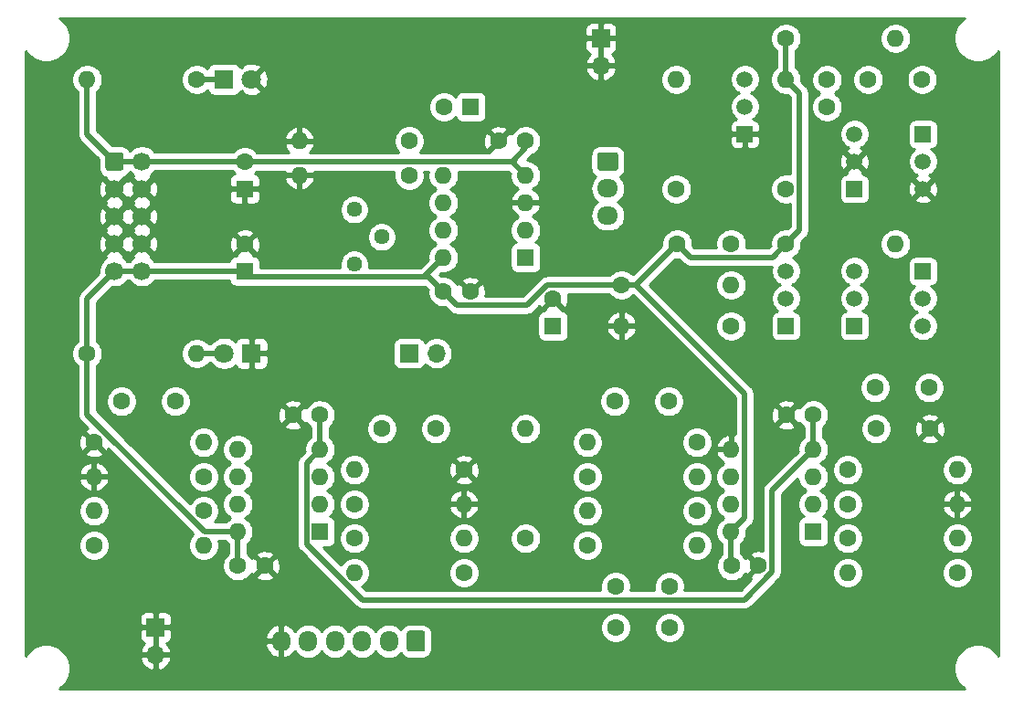
<source format=gbl>
G04 #@! TF.GenerationSoftware,KiCad,Pcbnew,(5.1.10)-1*
G04 #@! TF.CreationDate,2022-02-08T11:58:22+09:00*
G04 #@! TF.ProjectId,NOS02_V1.1,4e4f5330-325f-4563-912e-312e6b696361,Ver. 1.1*
G04 #@! TF.SameCoordinates,Original*
G04 #@! TF.FileFunction,Copper,L2,Bot*
G04 #@! TF.FilePolarity,Positive*
%FSLAX46Y46*%
G04 Gerber Fmt 4.6, Leading zero omitted, Abs format (unit mm)*
G04 Created by KiCad (PCBNEW (5.1.10)-1) date 2022-02-08 11:58:22*
%MOMM*%
%LPD*%
G01*
G04 APERTURE LIST*
G04 #@! TA.AperFunction,ComponentPad*
%ADD10O,1.700000X1.700000*%
G04 #@! TD*
G04 #@! TA.AperFunction,ComponentPad*
%ADD11R,1.700000X1.700000*%
G04 #@! TD*
G04 #@! TA.AperFunction,ComponentPad*
%ADD12O,1.950000X1.700000*%
G04 #@! TD*
G04 #@! TA.AperFunction,ComponentPad*
%ADD13O,1.600000X1.600000*%
G04 #@! TD*
G04 #@! TA.AperFunction,ComponentPad*
%ADD14C,1.600000*%
G04 #@! TD*
G04 #@! TA.AperFunction,ComponentPad*
%ADD15R,1.500000X1.500000*%
G04 #@! TD*
G04 #@! TA.AperFunction,ComponentPad*
%ADD16C,1.500000*%
G04 #@! TD*
G04 #@! TA.AperFunction,ComponentPad*
%ADD17R,1.600000X1.600000*%
G04 #@! TD*
G04 #@! TA.AperFunction,ComponentPad*
%ADD18C,1.440000*%
G04 #@! TD*
G04 #@! TA.AperFunction,ComponentPad*
%ADD19O,1.700000X1.950000*%
G04 #@! TD*
G04 #@! TA.AperFunction,ComponentPad*
%ADD20C,1.700000*%
G04 #@! TD*
G04 #@! TA.AperFunction,ComponentPad*
%ADD21C,1.800000*%
G04 #@! TD*
G04 #@! TA.AperFunction,ComponentPad*
%ADD22R,1.800000X1.800000*%
G04 #@! TD*
G04 #@! TA.AperFunction,Conductor*
%ADD23C,0.500000*%
G04 #@! TD*
G04 #@! TA.AperFunction,Conductor*
%ADD24C,0.254000*%
G04 #@! TD*
G04 #@! TA.AperFunction,Conductor*
%ADD25C,0.100000*%
G04 #@! TD*
G04 APERTURE END LIST*
D10*
G04 #@! TO.P,J2,2*
G04 #@! TO.N,Net-(C13-Pad2)*
X136525000Y-91440000D03*
D11*
G04 #@! TO.P,J2,1*
G04 #@! TO.N,Net-(J2-Pad1)*
X133985000Y-91440000D03*
G04 #@! TD*
D10*
G04 #@! TO.P,J5,2*
G04 #@! TO.N,GND*
X151765000Y-64770000D03*
D11*
G04 #@! TO.P,J5,1*
X151765000Y-62230000D03*
G04 #@! TD*
D12*
G04 #@! TO.P,SW1,3*
G04 #@! TO.N,Net-(Q6-Pad2)*
X152400000Y-78660000D03*
G04 #@! TO.P,SW1,2*
G04 #@! TO.N,Net-(C15-Pad1)*
X152400000Y-76160000D03*
G04 #@! TO.P,SW1,1*
G04 #@! TO.N,Net-(C14-Pad1)*
G04 #@! TA.AperFunction,ComponentPad*
G36*
G01*
X151675000Y-72810000D02*
X153125000Y-72810000D01*
G75*
G02*
X153375000Y-73060000I0J-250000D01*
G01*
X153375000Y-74260000D01*
G75*
G02*
X153125000Y-74510000I-250000J0D01*
G01*
X151675000Y-74510000D01*
G75*
G02*
X151425000Y-74260000I0J250000D01*
G01*
X151425000Y-73060000D01*
G75*
G02*
X151675000Y-72810000I250000J0D01*
G01*
G37*
G04 #@! TD.AperFunction*
G04 #@! TD*
D13*
G04 #@! TO.P,R27,2*
G04 #@! TO.N,GND*
X153670000Y-88900000D03*
D14*
G04 #@! TO.P,R27,1*
G04 #@! TO.N,Net-(C20-Pad1)*
X163830000Y-88900000D03*
G04 #@! TD*
D13*
G04 #@! TO.P,R26,2*
G04 #@! TO.N,Net-(Q6-Pad2)*
X163830000Y-85090000D03*
D14*
G04 #@! TO.P,R26,1*
G04 #@! TO.N,+12V*
X153670000Y-85090000D03*
G04 #@! TD*
D13*
G04 #@! TO.P,R14,2*
G04 #@! TO.N,Net-(C19-Pad1)*
X179070000Y-81280000D03*
D14*
G04 #@! TO.P,R14,1*
G04 #@! TO.N,+12V*
X168910000Y-81280000D03*
G04 #@! TD*
D13*
G04 #@! TO.P,R12,2*
G04 #@! TO.N,Net-(C18-Pad2)*
X179070000Y-62230000D03*
D14*
G04 #@! TO.P,R12,1*
G04 #@! TO.N,+12V*
X168910000Y-62230000D03*
G04 #@! TD*
D13*
G04 #@! TO.P,R8,2*
G04 #@! TO.N,Net-(C14-Pad2)*
X158750000Y-66040000D03*
D14*
G04 #@! TO.P,R8,1*
G04 #@! TO.N,Net-(C14-Pad1)*
X158750000Y-76200000D03*
G04 #@! TD*
D13*
G04 #@! TO.P,R7,2*
G04 #@! TO.N,+12V*
X168910000Y-66040000D03*
D14*
G04 #@! TO.P,R7,1*
G04 #@! TO.N,Net-(C14-Pad1)*
X168910000Y-76200000D03*
G04 #@! TD*
D15*
G04 #@! TO.P,Q6,1*
G04 #@! TO.N,Net-(C20-Pad1)*
X168910000Y-88900000D03*
D16*
G04 #@! TO.P,Q6,3*
G04 #@! TO.N,Net-(Q4-Pad2)*
X168910000Y-83820000D03*
G04 #@! TO.P,Q6,2*
G04 #@! TO.N,Net-(Q6-Pad2)*
X168910000Y-86360000D03*
G04 #@! TD*
D15*
G04 #@! TO.P,Q5,1*
G04 #@! TO.N,Net-(C19-Pad1)*
X181610000Y-83820000D03*
D16*
G04 #@! TO.P,Q5,3*
G04 #@! TO.N,Net-(Q4-Pad2)*
X181610000Y-88900000D03*
G04 #@! TO.P,Q5,2*
G04 #@! TO.N,Net-(Q5-Pad2)*
X181610000Y-86360000D03*
G04 #@! TD*
D15*
G04 #@! TO.P,Q4,1*
G04 #@! TO.N,Net-(Q4-Pad1)*
X175260000Y-88900000D03*
D16*
G04 #@! TO.P,Q4,3*
G04 #@! TO.N,Net-(C19-Pad1)*
X175260000Y-83820000D03*
G04 #@! TO.P,Q4,2*
G04 #@! TO.N,Net-(Q4-Pad2)*
X175260000Y-86360000D03*
G04 #@! TD*
D15*
G04 #@! TO.P,Q3,1*
G04 #@! TO.N,Net-(C18-Pad2)*
X181610000Y-71120000D03*
D16*
G04 #@! TO.P,Q3,3*
G04 #@! TO.N,GND*
X181610000Y-76200000D03*
G04 #@! TO.P,Q3,2*
G04 #@! TO.N,Net-(Q3-Pad2)*
X181610000Y-73660000D03*
G04 #@! TD*
D15*
G04 #@! TO.P,Q2,1*
G04 #@! TO.N,Net-(Q2-Pad1)*
X175260000Y-76200000D03*
D16*
G04 #@! TO.P,Q2,3*
G04 #@! TO.N,Net-(C18-Pad2)*
X175260000Y-71120000D03*
G04 #@! TO.P,Q2,2*
G04 #@! TO.N,GND*
X175260000Y-73660000D03*
G04 #@! TD*
D15*
G04 #@! TO.P,Q1,1*
G04 #@! TO.N,GND*
X165100000Y-71120000D03*
D16*
G04 #@! TO.P,Q1,3*
G04 #@! TO.N,Net-(C14-Pad2)*
X165100000Y-66040000D03*
G04 #@! TO.P,Q1,2*
G04 #@! TO.N,Net-(C14-Pad1)*
X165100000Y-68580000D03*
G04 #@! TD*
D14*
G04 #@! TO.P,C20,2*
G04 #@! TO.N,GND*
X147320000Y-86400000D03*
D17*
G04 #@! TO.P,C20,1*
G04 #@! TO.N,Net-(C20-Pad1)*
X147320000Y-88900000D03*
G04 #@! TD*
D14*
G04 #@! TO.P,C19,2*
G04 #@! TO.N,+12V*
X158830000Y-81280000D03*
G04 #@! TO.P,C19,1*
G04 #@! TO.N,Net-(C19-Pad1)*
X163830000Y-81280000D03*
G04 #@! TD*
G04 #@! TO.P,C18,2*
G04 #@! TO.N,Net-(C18-Pad2)*
X181530000Y-66040000D03*
G04 #@! TO.P,C18,1*
G04 #@! TO.N,Net-(C14-Pad2)*
X176530000Y-66040000D03*
G04 #@! TD*
G04 #@! TO.P,C15,2*
G04 #@! TO.N,Net-(C15-Pad2)*
X137200000Y-68580000D03*
D17*
G04 #@! TO.P,C15,1*
G04 #@! TO.N,Net-(C15-Pad1)*
X139700000Y-68580000D03*
G04 #@! TD*
D14*
G04 #@! TO.P,C14,2*
G04 #@! TO.N,Net-(C14-Pad2)*
X172720000Y-66080000D03*
G04 #@! TO.P,C14,1*
G04 #@! TO.N,Net-(C14-Pad1)*
X172720000Y-68580000D03*
G04 #@! TD*
D13*
G04 #@! TO.P,U3,8*
G04 #@! TO.N,+12V*
X118110000Y-107950000D03*
G04 #@! TO.P,U3,4*
G04 #@! TO.N,-12V*
X125730000Y-100330000D03*
G04 #@! TO.P,U3,7*
G04 #@! TO.N,Net-(R23-Pad1)*
X118110000Y-105410000D03*
G04 #@! TO.P,U3,3*
G04 #@! TO.N,Net-(C16-Pad1)*
X125730000Y-102870000D03*
G04 #@! TO.P,U3,6*
G04 #@! TO.N,Net-(R22-Pad1)*
X118110000Y-102870000D03*
G04 #@! TO.P,U3,2*
G04 #@! TO.N,Net-(R16-Pad1)*
X125730000Y-105410000D03*
G04 #@! TO.P,U3,5*
G04 #@! TO.N,Net-(C17-Pad1)*
X118110000Y-100330000D03*
D17*
G04 #@! TO.P,U3,1*
G04 #@! TO.N,Net-(C17-Pad2)*
X125730000Y-107950000D03*
G04 #@! TD*
D13*
G04 #@! TO.P,U2,8*
G04 #@! TO.N,+12V*
X137160000Y-82550000D03*
G04 #@! TO.P,U2,4*
G04 #@! TO.N,-12V*
X144780000Y-74930000D03*
G04 #@! TO.P,U2,7*
G04 #@! TO.N,Net-(J2-Pad1)*
X137160000Y-80010000D03*
G04 #@! TO.P,U2,3*
G04 #@! TO.N,GND*
X144780000Y-77470000D03*
G04 #@! TO.P,U2,6*
G04 #@! TO.N,Net-(RV1-Pad2)*
X137160000Y-77470000D03*
G04 #@! TO.P,U2,2*
G04 #@! TO.N,Net-(U2-Pad1)*
X144780000Y-80010000D03*
G04 #@! TO.P,U2,5*
G04 #@! TO.N,Net-(C15-Pad2)*
X137160000Y-74930000D03*
D17*
G04 #@! TO.P,U2,1*
G04 #@! TO.N,Net-(U2-Pad1)*
X144780000Y-82550000D03*
G04 #@! TD*
D14*
G04 #@! TO.P,C6,2*
G04 #@! TO.N,Net-(C6-Pad2)*
X177245000Y-98425000D03*
G04 #@! TO.P,C6,1*
G04 #@! TO.N,GND*
X182245000Y-98425000D03*
G04 #@! TD*
D13*
G04 #@! TO.P,U1,8*
G04 #@! TO.N,+12V*
X163830000Y-107950000D03*
G04 #@! TO.P,U1,4*
G04 #@! TO.N,-12V*
X171450000Y-100330000D03*
G04 #@! TO.P,U1,7*
G04 #@! TO.N,Net-(C11-Pad1)*
X163830000Y-105410000D03*
G04 #@! TO.P,U1,3*
G04 #@! TO.N,Net-(C6-Pad2)*
X171450000Y-102870000D03*
G04 #@! TO.P,U1,6*
G04 #@! TO.N,Net-(C11-Pad2)*
X163830000Y-102870000D03*
G04 #@! TO.P,U1,2*
G04 #@! TO.N,Net-(R1-Pad1)*
X171450000Y-105410000D03*
G04 #@! TO.P,U1,5*
G04 #@! TO.N,GND*
X163830000Y-100330000D03*
D17*
G04 #@! TO.P,U1,1*
G04 #@! TO.N,Net-(R2-Pad1)*
X171450000Y-107950000D03*
G04 #@! TD*
D18*
G04 #@! TO.P,RV1,3*
G04 #@! TO.N,Net-(J2-Pad1)*
X128905000Y-83185000D03*
G04 #@! TO.P,RV1,2*
G04 #@! TO.N,Net-(RV1-Pad2)*
X131445000Y-80645000D03*
G04 #@! TO.P,RV1,1*
G04 #@! TO.N,Net-(R9-Pad1)*
X128905000Y-78105000D03*
G04 #@! TD*
D13*
G04 #@! TO.P,R25,2*
G04 #@! TO.N,Net-(C17-Pad1)*
X114935000Y-99695000D03*
D14*
G04 #@! TO.P,R25,1*
G04 #@! TO.N,GND*
X104775000Y-99695000D03*
G04 #@! TD*
D13*
G04 #@! TO.P,R24,2*
G04 #@! TO.N,Net-(R23-Pad1)*
X114935000Y-109220000D03*
D14*
G04 #@! TO.P,R24,1*
G04 #@! TO.N,Net-(J3-Pad5)*
X104775000Y-109220000D03*
G04 #@! TD*
D13*
G04 #@! TO.P,R23,2*
G04 #@! TO.N,Net-(R22-Pad1)*
X104775000Y-106045000D03*
D14*
G04 #@! TO.P,R23,1*
G04 #@! TO.N,Net-(R23-Pad1)*
X114935000Y-106045000D03*
G04 #@! TD*
D13*
G04 #@! TO.P,R22,2*
G04 #@! TO.N,GND*
X104775000Y-102870000D03*
D14*
G04 #@! TO.P,R22,1*
G04 #@! TO.N,Net-(R22-Pad1)*
X114935000Y-102870000D03*
G04 #@! TD*
D13*
G04 #@! TO.P,R21,2*
G04 #@! TO.N,-12V*
X104140000Y-66040000D03*
D14*
G04 #@! TO.P,R21,1*
G04 #@! TO.N,Net-(D2-Pad1)*
X114300000Y-66040000D03*
G04 #@! TD*
D13*
G04 #@! TO.P,R20,2*
G04 #@! TO.N,Net-(D1-Pad2)*
X114300000Y-91440000D03*
D14*
G04 #@! TO.P,R20,1*
G04 #@! TO.N,+12V*
X104140000Y-91440000D03*
G04 #@! TD*
D13*
G04 #@! TO.P,R19,2*
G04 #@! TO.N,Net-(C16-Pad1)*
X128905000Y-102235000D03*
D14*
G04 #@! TO.P,R19,1*
G04 #@! TO.N,GND*
X139065000Y-102235000D03*
G04 #@! TD*
D13*
G04 #@! TO.P,R18,2*
G04 #@! TO.N,Net-(C17-Pad2)*
X128905000Y-111760000D03*
D14*
G04 #@! TO.P,R18,1*
G04 #@! TO.N,Net-(J3-Pad4)*
X139065000Y-111760000D03*
G04 #@! TD*
D13*
G04 #@! TO.P,R17,2*
G04 #@! TO.N,Net-(R16-Pad1)*
X139065000Y-108585000D03*
D14*
G04 #@! TO.P,R17,1*
G04 #@! TO.N,Net-(C17-Pad2)*
X128905000Y-108585000D03*
G04 #@! TD*
D13*
G04 #@! TO.P,R16,2*
G04 #@! TO.N,GND*
X139065000Y-105410000D03*
D14*
G04 #@! TO.P,R16,1*
G04 #@! TO.N,Net-(R16-Pad1)*
X128905000Y-105410000D03*
G04 #@! TD*
D13*
G04 #@! TO.P,R15,2*
G04 #@! TO.N,GND*
X123825000Y-71755000D03*
D14*
G04 #@! TO.P,R15,1*
G04 #@! TO.N,Net-(C15-Pad2)*
X133985000Y-71755000D03*
G04 #@! TD*
D13*
G04 #@! TO.P,R13,2*
G04 #@! TO.N,Net-(C13-Pad2)*
X144780000Y-98425000D03*
D14*
G04 #@! TO.P,R13,1*
G04 #@! TO.N,Net-(J3-Pad3)*
X144780000Y-108585000D03*
G04 #@! TD*
D13*
G04 #@! TO.P,R11,2*
G04 #@! TO.N,Net-(C13-Pad1)*
X150495000Y-99695000D03*
D14*
G04 #@! TO.P,R11,1*
G04 #@! TO.N,Net-(C11-Pad2)*
X160655000Y-99695000D03*
G04 #@! TD*
D13*
G04 #@! TO.P,R10,2*
G04 #@! TO.N,Net-(C11-Pad1)*
X160655000Y-109220000D03*
D14*
G04 #@! TO.P,R10,1*
G04 #@! TO.N,Net-(J3-Pad2)*
X150495000Y-109220000D03*
G04 #@! TD*
D13*
G04 #@! TO.P,R9,2*
G04 #@! TO.N,GND*
X123825000Y-74930000D03*
D14*
G04 #@! TO.P,R9,1*
G04 #@! TO.N,Net-(R9-Pad1)*
X133985000Y-74930000D03*
G04 #@! TD*
D13*
G04 #@! TO.P,R6,2*
G04 #@! TO.N,Net-(C11-Pad2)*
X150495000Y-106045000D03*
D14*
G04 #@! TO.P,R6,1*
G04 #@! TO.N,Net-(C11-Pad1)*
X160655000Y-106045000D03*
G04 #@! TD*
D13*
G04 #@! TO.P,R5,2*
G04 #@! TO.N,Net-(C11-Pad2)*
X160655000Y-102870000D03*
D14*
G04 #@! TO.P,R5,1*
G04 #@! TO.N,Net-(C12-Pad2)*
X150495000Y-102870000D03*
G04 #@! TD*
D13*
G04 #@! TO.P,R4,2*
G04 #@! TO.N,Net-(R2-Pad1)*
X174625000Y-111760000D03*
D14*
G04 #@! TO.P,R4,1*
G04 #@! TO.N,Net-(J3-Pad1)*
X184785000Y-111760000D03*
G04 #@! TD*
D13*
G04 #@! TO.P,R3,2*
G04 #@! TO.N,Net-(C5-Pad2)*
X184785000Y-102235000D03*
D14*
G04 #@! TO.P,R3,1*
G04 #@! TO.N,Net-(C6-Pad2)*
X174625000Y-102235000D03*
G04 #@! TD*
D13*
G04 #@! TO.P,R2,2*
G04 #@! TO.N,Net-(R1-Pad1)*
X184785000Y-108585000D03*
D14*
G04 #@! TO.P,R2,1*
G04 #@! TO.N,Net-(R2-Pad1)*
X174625000Y-108585000D03*
G04 #@! TD*
D13*
G04 #@! TO.P,R1,2*
G04 #@! TO.N,GND*
X184785000Y-105410000D03*
D14*
G04 #@! TO.P,R1,1*
G04 #@! TO.N,Net-(R1-Pad1)*
X174625000Y-105410000D03*
G04 #@! TD*
D10*
G04 #@! TO.P,J4,2*
G04 #@! TO.N,GND*
X110490000Y-119380000D03*
D11*
G04 #@! TO.P,J4,1*
X110490000Y-116840000D03*
G04 #@! TD*
D19*
G04 #@! TO.P,J3,6*
G04 #@! TO.N,GND*
X122120000Y-118110000D03*
G04 #@! TO.P,J3,5*
G04 #@! TO.N,Net-(J3-Pad5)*
X124620000Y-118110000D03*
G04 #@! TO.P,J3,4*
G04 #@! TO.N,Net-(J3-Pad4)*
X127120000Y-118110000D03*
G04 #@! TO.P,J3,3*
G04 #@! TO.N,Net-(J3-Pad3)*
X129620000Y-118110000D03*
G04 #@! TO.P,J3,2*
G04 #@! TO.N,Net-(J3-Pad2)*
X132120000Y-118110000D03*
G04 #@! TO.P,J3,1*
G04 #@! TO.N,Net-(J3-Pad1)*
G04 #@! TA.AperFunction,ComponentPad*
G36*
G01*
X135470000Y-117385000D02*
X135470000Y-118835000D01*
G75*
G02*
X135220000Y-119085000I-250000J0D01*
G01*
X134020000Y-119085000D01*
G75*
G02*
X133770000Y-118835000I0J250000D01*
G01*
X133770000Y-117385000D01*
G75*
G02*
X134020000Y-117135000I250000J0D01*
G01*
X135220000Y-117135000D01*
G75*
G02*
X135470000Y-117385000I0J-250000D01*
G01*
G37*
G04 #@! TD.AperFunction*
G04 #@! TD*
D20*
G04 #@! TO.P,J1,10*
G04 #@! TO.N,+12V*
X109220000Y-83820000D03*
G04 #@! TO.P,J1,8*
G04 #@! TO.N,GND*
X109220000Y-81280000D03*
G04 #@! TO.P,J1,6*
X109220000Y-78740000D03*
G04 #@! TO.P,J1,4*
X109220000Y-76200000D03*
G04 #@! TO.P,J1,2*
G04 #@! TO.N,-12V*
X109220000Y-73660000D03*
G04 #@! TO.P,J1,9*
G04 #@! TO.N,+12V*
X106680000Y-83820000D03*
G04 #@! TO.P,J1,7*
G04 #@! TO.N,GND*
X106680000Y-81280000D03*
G04 #@! TO.P,J1,5*
X106680000Y-78740000D03*
G04 #@! TO.P,J1,3*
X106680000Y-76200000D03*
G04 #@! TO.P,J1,1*
G04 #@! TO.N,-12V*
G04 #@! TA.AperFunction,ComponentPad*
G36*
G01*
X105830000Y-74260000D02*
X105830000Y-73060000D01*
G75*
G02*
X106080000Y-72810000I250000J0D01*
G01*
X107280000Y-72810000D01*
G75*
G02*
X107530000Y-73060000I0J-250000D01*
G01*
X107530000Y-74260000D01*
G75*
G02*
X107280000Y-74510000I-250000J0D01*
G01*
X106080000Y-74510000D01*
G75*
G02*
X105830000Y-74260000I0J250000D01*
G01*
G37*
G04 #@! TD.AperFunction*
G04 #@! TD*
D21*
G04 #@! TO.P,D2,2*
G04 #@! TO.N,GND*
X119380000Y-66040000D03*
D22*
G04 #@! TO.P,D2,1*
G04 #@! TO.N,Net-(D2-Pad1)*
X116840000Y-66040000D03*
G04 #@! TD*
D21*
G04 #@! TO.P,D1,2*
G04 #@! TO.N,Net-(D1-Pad2)*
X116840000Y-91440000D03*
D22*
G04 #@! TO.P,D1,1*
G04 #@! TO.N,GND*
X119380000Y-91440000D03*
G04 #@! TD*
D14*
G04 #@! TO.P,C17,2*
G04 #@! TO.N,Net-(C17-Pad2)*
X112315000Y-95885000D03*
G04 #@! TO.P,C17,1*
G04 #@! TO.N,Net-(C17-Pad1)*
X107315000Y-95885000D03*
G04 #@! TD*
G04 #@! TO.P,C16,2*
G04 #@! TO.N,Net-(C13-Pad2)*
X136445000Y-98425000D03*
G04 #@! TO.P,C16,1*
G04 #@! TO.N,Net-(C16-Pad1)*
X131445000Y-98425000D03*
G04 #@! TD*
G04 #@! TO.P,C13,2*
G04 #@! TO.N,Net-(C13-Pad2)*
X158035000Y-95885000D03*
G04 #@! TO.P,C13,1*
G04 #@! TO.N,Net-(C13-Pad1)*
X153035000Y-95885000D03*
G04 #@! TD*
G04 #@! TO.P,C12,2*
G04 #@! TO.N,Net-(C12-Pad2)*
X153115000Y-113030000D03*
G04 #@! TO.P,C12,1*
G04 #@! TO.N,Net-(C11-Pad1)*
X158115000Y-113030000D03*
G04 #@! TD*
G04 #@! TO.P,C11,2*
G04 #@! TO.N,Net-(C11-Pad2)*
X153115000Y-116840000D03*
G04 #@! TO.P,C11,1*
G04 #@! TO.N,Net-(C11-Pad1)*
X158115000Y-116840000D03*
G04 #@! TD*
G04 #@! TO.P,C10,2*
G04 #@! TO.N,GND*
X142280000Y-71755000D03*
G04 #@! TO.P,C10,1*
G04 #@! TO.N,-12V*
X144780000Y-71755000D03*
G04 #@! TD*
G04 #@! TO.P,C9,2*
G04 #@! TO.N,GND*
X123230000Y-97155000D03*
G04 #@! TO.P,C9,1*
G04 #@! TO.N,-12V*
X125730000Y-97155000D03*
G04 #@! TD*
G04 #@! TO.P,C8,2*
G04 #@! TO.N,GND*
X168950000Y-97155000D03*
G04 #@! TO.P,C8,1*
G04 #@! TO.N,-12V*
X171450000Y-97155000D03*
G04 #@! TD*
G04 #@! TO.P,C7,2*
G04 #@! TO.N,-12V*
X118745000Y-73700000D03*
D17*
G04 #@! TO.P,C7,1*
G04 #@! TO.N,GND*
X118745000Y-76200000D03*
G04 #@! TD*
D14*
G04 #@! TO.P,C5,2*
G04 #@! TO.N,Net-(C5-Pad2)*
X182165000Y-94615000D03*
G04 #@! TO.P,C5,1*
G04 #@! TO.N,Net-(C13-Pad2)*
X177165000Y-94615000D03*
G04 #@! TD*
G04 #@! TO.P,C4,2*
G04 #@! TO.N,+12V*
X118110000Y-111125000D03*
G04 #@! TO.P,C4,1*
G04 #@! TO.N,GND*
X120610000Y-111125000D03*
G04 #@! TD*
G04 #@! TO.P,C3,2*
G04 #@! TO.N,+12V*
X137160000Y-85725000D03*
G04 #@! TO.P,C3,1*
G04 #@! TO.N,GND*
X139660000Y-85725000D03*
G04 #@! TD*
G04 #@! TO.P,C2,2*
G04 #@! TO.N,+12V*
X163870000Y-111125000D03*
G04 #@! TO.P,C2,1*
G04 #@! TO.N,GND*
X166370000Y-111125000D03*
G04 #@! TD*
G04 #@! TO.P,C1,2*
G04 #@! TO.N,GND*
X118745000Y-81320000D03*
D17*
G04 #@! TO.P,C1,1*
G04 #@! TO.N,+12V*
X118745000Y-83820000D03*
G04 #@! TD*
D23*
G04 #@! TO.N,+12V*
X106680000Y-83820000D02*
X109220000Y-83820000D01*
X109220000Y-83820000D02*
X118745000Y-83820000D01*
X118110000Y-111125000D02*
X118110000Y-107950000D01*
X135790001Y-84355001D02*
X137160000Y-85725000D01*
X163830000Y-111085000D02*
X163870000Y-111125000D01*
X163830000Y-107950000D02*
X163830000Y-111085000D01*
X118745000Y-83820000D02*
X119280001Y-84355001D01*
X104140000Y-86360000D02*
X106680000Y-83820000D01*
X104140000Y-91440000D02*
X104140000Y-86360000D01*
X146779998Y-85090000D02*
X153670000Y-85090000D01*
X144894997Y-86975001D02*
X146779998Y-85090000D01*
X138410001Y-86975001D02*
X144894997Y-86975001D01*
X137160000Y-85725000D02*
X138410001Y-86975001D01*
X155020000Y-85090000D02*
X158830000Y-81280000D01*
X153670000Y-85090000D02*
X155020000Y-85090000D01*
X167659999Y-82530001D02*
X168910000Y-81280000D01*
X160080001Y-82530001D02*
X167659999Y-82530001D01*
X158830000Y-81280000D02*
X160080001Y-82530001D01*
X170160001Y-80029999D02*
X170160001Y-67290001D01*
X170160001Y-67290001D02*
X168910000Y-66040000D01*
X168910000Y-81280000D02*
X170160001Y-80029999D01*
X168910000Y-62230000D02*
X168910000Y-66040000D01*
X165080001Y-95150001D02*
X155020000Y-85090000D01*
X165080001Y-106699999D02*
X165080001Y-95150001D01*
X163830000Y-107950000D02*
X165080001Y-106699999D01*
X104140000Y-97100002D02*
X104140000Y-91440000D01*
X114989998Y-107950000D02*
X104140000Y-97100002D01*
X118110000Y-107950000D02*
X114989998Y-107950000D01*
X135354999Y-84355001D02*
X135155001Y-84355001D01*
X137160000Y-82550000D02*
X135354999Y-84355001D01*
X135155001Y-84355001D02*
X135790001Y-84355001D01*
X119280001Y-84355001D02*
X135155001Y-84355001D01*
G04 #@! TO.N,-12V*
X106680000Y-73660000D02*
X109220000Y-73660000D01*
X118705000Y-73660000D02*
X118745000Y-73700000D01*
X109220000Y-73660000D02*
X118705000Y-73660000D01*
X171450000Y-100330000D02*
X171450000Y-97155000D01*
X125730000Y-97155000D02*
X125730000Y-100330000D01*
X104140000Y-71120000D02*
X106680000Y-73660000D01*
X104140000Y-66040000D02*
X104140000Y-71120000D01*
X143529999Y-73679999D02*
X144780000Y-74930000D01*
X118765001Y-73679999D02*
X143529999Y-73679999D01*
X118745000Y-73700000D02*
X118765001Y-73679999D01*
X124479999Y-101580001D02*
X125730000Y-100330000D01*
X124479999Y-109110001D02*
X124479999Y-101580001D01*
X165065001Y-114280001D02*
X129649999Y-114280001D01*
X167620001Y-111725001D02*
X165065001Y-114280001D01*
X167620001Y-104159999D02*
X167620001Y-111725001D01*
X129649999Y-114280001D02*
X124479999Y-109110001D01*
X171450000Y-100330000D02*
X167620001Y-104159999D01*
X143529999Y-73679999D02*
X143529999Y-73640001D01*
X144780000Y-72390000D02*
X144780000Y-71755000D01*
X143529999Y-73640001D02*
X144780000Y-72390000D01*
G04 #@! TO.N,Net-(D1-Pad2)*
X114300000Y-91440000D02*
X116840000Y-91440000D01*
G04 #@! TO.N,Net-(D2-Pad1)*
X114300000Y-66040000D02*
X116840000Y-66040000D01*
G04 #@! TD*
D24*
G04 #@! TO.N,GND*
X185265271Y-60493962D02*
X184953962Y-60805271D01*
X184709369Y-61171331D01*
X184540890Y-61578075D01*
X184455000Y-62009872D01*
X184455000Y-62450128D01*
X184540890Y-62881925D01*
X184709369Y-63288669D01*
X184953962Y-63654729D01*
X185265271Y-63966038D01*
X185631331Y-64210631D01*
X186038075Y-64379110D01*
X186469872Y-64465000D01*
X186910128Y-64465000D01*
X187341925Y-64379110D01*
X187748669Y-64210631D01*
X188114729Y-63966038D01*
X188426038Y-63654729D01*
X188570000Y-63439274D01*
X188570001Y-119440727D01*
X188426038Y-119225271D01*
X188114729Y-118913962D01*
X187748669Y-118669369D01*
X187341925Y-118500890D01*
X186910128Y-118415000D01*
X186469872Y-118415000D01*
X186038075Y-118500890D01*
X185631331Y-118669369D01*
X185265271Y-118913962D01*
X184953962Y-119225271D01*
X184709369Y-119591331D01*
X184540890Y-119998075D01*
X184455000Y-120429872D01*
X184455000Y-120870128D01*
X184540890Y-121301925D01*
X184709369Y-121708669D01*
X184953962Y-122074729D01*
X185265271Y-122386038D01*
X185480726Y-122530000D01*
X101539274Y-122530000D01*
X101754729Y-122386038D01*
X102066038Y-122074729D01*
X102310631Y-121708669D01*
X102479110Y-121301925D01*
X102565000Y-120870128D01*
X102565000Y-120429872D01*
X102479110Y-119998075D01*
X102370924Y-119736890D01*
X109048524Y-119736890D01*
X109093175Y-119884099D01*
X109218359Y-120146920D01*
X109392412Y-120380269D01*
X109608645Y-120575178D01*
X109858748Y-120724157D01*
X110133109Y-120821481D01*
X110363000Y-120700814D01*
X110363000Y-119507000D01*
X110617000Y-119507000D01*
X110617000Y-120700814D01*
X110846891Y-120821481D01*
X111121252Y-120724157D01*
X111371355Y-120575178D01*
X111587588Y-120380269D01*
X111761641Y-120146920D01*
X111886825Y-119884099D01*
X111931476Y-119736890D01*
X111810155Y-119507000D01*
X110617000Y-119507000D01*
X110363000Y-119507000D01*
X109169845Y-119507000D01*
X109048524Y-119736890D01*
X102370924Y-119736890D01*
X102310631Y-119591331D01*
X102066038Y-119225271D01*
X101754729Y-118913962D01*
X101388669Y-118669369D01*
X100981925Y-118500890D01*
X100550128Y-118415000D01*
X100109872Y-118415000D01*
X99678075Y-118500890D01*
X99271331Y-118669369D01*
X98905271Y-118913962D01*
X98593962Y-119225271D01*
X98450000Y-119440726D01*
X98450000Y-117690000D01*
X109001928Y-117690000D01*
X109014188Y-117814482D01*
X109050498Y-117934180D01*
X109109463Y-118044494D01*
X109188815Y-118141185D01*
X109285506Y-118220537D01*
X109395820Y-118279502D01*
X109476466Y-118303966D01*
X109392412Y-118379731D01*
X109218359Y-118613080D01*
X109093175Y-118875901D01*
X109048524Y-119023110D01*
X109169845Y-119253000D01*
X110363000Y-119253000D01*
X110363000Y-116967000D01*
X110617000Y-116967000D01*
X110617000Y-119253000D01*
X111810155Y-119253000D01*
X111931476Y-119023110D01*
X111886825Y-118875901D01*
X111761641Y-118613080D01*
X111654373Y-118469267D01*
X120653680Y-118469267D01*
X120727558Y-118750830D01*
X120854947Y-119012570D01*
X121030951Y-119244429D01*
X121248807Y-119437496D01*
X121500142Y-119584352D01*
X121763110Y-119676476D01*
X121993000Y-119555155D01*
X121993000Y-118237000D01*
X120793835Y-118237000D01*
X120653680Y-118469267D01*
X111654373Y-118469267D01*
X111587588Y-118379731D01*
X111503534Y-118303966D01*
X111584180Y-118279502D01*
X111694494Y-118220537D01*
X111791185Y-118141185D01*
X111870537Y-118044494D01*
X111929502Y-117934180D01*
X111965812Y-117814482D01*
X111972090Y-117750733D01*
X120653680Y-117750733D01*
X120793835Y-117983000D01*
X121993000Y-117983000D01*
X121993000Y-116664845D01*
X122247000Y-116664845D01*
X122247000Y-117983000D01*
X122267000Y-117983000D01*
X122267000Y-118237000D01*
X122247000Y-118237000D01*
X122247000Y-119555155D01*
X122476890Y-119676476D01*
X122739858Y-119584352D01*
X122991193Y-119437496D01*
X123209049Y-119244429D01*
X123365538Y-119038278D01*
X123379294Y-119064013D01*
X123564866Y-119290134D01*
X123790986Y-119475706D01*
X124048966Y-119613599D01*
X124328889Y-119698513D01*
X124620000Y-119727185D01*
X124911110Y-119698513D01*
X125191033Y-119613599D01*
X125449013Y-119475706D01*
X125675134Y-119290134D01*
X125860706Y-119064014D01*
X125870000Y-119046626D01*
X125879294Y-119064013D01*
X126064866Y-119290134D01*
X126290986Y-119475706D01*
X126548966Y-119613599D01*
X126828889Y-119698513D01*
X127120000Y-119727185D01*
X127411110Y-119698513D01*
X127691033Y-119613599D01*
X127949013Y-119475706D01*
X128175134Y-119290134D01*
X128360706Y-119064014D01*
X128370000Y-119046626D01*
X128379294Y-119064013D01*
X128564866Y-119290134D01*
X128790986Y-119475706D01*
X129048966Y-119613599D01*
X129328889Y-119698513D01*
X129620000Y-119727185D01*
X129911110Y-119698513D01*
X130191033Y-119613599D01*
X130449013Y-119475706D01*
X130675134Y-119290134D01*
X130860706Y-119064014D01*
X130870000Y-119046626D01*
X130879294Y-119064013D01*
X131064866Y-119290134D01*
X131290986Y-119475706D01*
X131548966Y-119613599D01*
X131828889Y-119698513D01*
X132120000Y-119727185D01*
X132411110Y-119698513D01*
X132691033Y-119613599D01*
X132949013Y-119475706D01*
X133175134Y-119290134D01*
X133227223Y-119226663D01*
X133281595Y-119328386D01*
X133392038Y-119462962D01*
X133526614Y-119573405D01*
X133680150Y-119655472D01*
X133846746Y-119706008D01*
X134020000Y-119723072D01*
X135220000Y-119723072D01*
X135393254Y-119706008D01*
X135559850Y-119655472D01*
X135713386Y-119573405D01*
X135847962Y-119462962D01*
X135958405Y-119328386D01*
X136040472Y-119174850D01*
X136091008Y-119008254D01*
X136108072Y-118835000D01*
X136108072Y-117385000D01*
X136091008Y-117211746D01*
X136040472Y-117045150D01*
X135958405Y-116891614D01*
X135847962Y-116757038D01*
X135776834Y-116698665D01*
X151680000Y-116698665D01*
X151680000Y-116981335D01*
X151735147Y-117258574D01*
X151843320Y-117519727D01*
X152000363Y-117754759D01*
X152200241Y-117954637D01*
X152435273Y-118111680D01*
X152696426Y-118219853D01*
X152973665Y-118275000D01*
X153256335Y-118275000D01*
X153533574Y-118219853D01*
X153794727Y-118111680D01*
X154029759Y-117954637D01*
X154229637Y-117754759D01*
X154386680Y-117519727D01*
X154494853Y-117258574D01*
X154550000Y-116981335D01*
X154550000Y-116698665D01*
X156680000Y-116698665D01*
X156680000Y-116981335D01*
X156735147Y-117258574D01*
X156843320Y-117519727D01*
X157000363Y-117754759D01*
X157200241Y-117954637D01*
X157435273Y-118111680D01*
X157696426Y-118219853D01*
X157973665Y-118275000D01*
X158256335Y-118275000D01*
X158533574Y-118219853D01*
X158794727Y-118111680D01*
X159029759Y-117954637D01*
X159229637Y-117754759D01*
X159386680Y-117519727D01*
X159494853Y-117258574D01*
X159550000Y-116981335D01*
X159550000Y-116698665D01*
X159494853Y-116421426D01*
X159386680Y-116160273D01*
X159229637Y-115925241D01*
X159029759Y-115725363D01*
X158794727Y-115568320D01*
X158533574Y-115460147D01*
X158256335Y-115405000D01*
X157973665Y-115405000D01*
X157696426Y-115460147D01*
X157435273Y-115568320D01*
X157200241Y-115725363D01*
X157000363Y-115925241D01*
X156843320Y-116160273D01*
X156735147Y-116421426D01*
X156680000Y-116698665D01*
X154550000Y-116698665D01*
X154494853Y-116421426D01*
X154386680Y-116160273D01*
X154229637Y-115925241D01*
X154029759Y-115725363D01*
X153794727Y-115568320D01*
X153533574Y-115460147D01*
X153256335Y-115405000D01*
X152973665Y-115405000D01*
X152696426Y-115460147D01*
X152435273Y-115568320D01*
X152200241Y-115725363D01*
X152000363Y-115925241D01*
X151843320Y-116160273D01*
X151735147Y-116421426D01*
X151680000Y-116698665D01*
X135776834Y-116698665D01*
X135713386Y-116646595D01*
X135559850Y-116564528D01*
X135393254Y-116513992D01*
X135220000Y-116496928D01*
X134020000Y-116496928D01*
X133846746Y-116513992D01*
X133680150Y-116564528D01*
X133526614Y-116646595D01*
X133392038Y-116757038D01*
X133281595Y-116891614D01*
X133227223Y-116993337D01*
X133175134Y-116929866D01*
X132949014Y-116744294D01*
X132691034Y-116606401D01*
X132411111Y-116521487D01*
X132120000Y-116492815D01*
X131828890Y-116521487D01*
X131548967Y-116606401D01*
X131290987Y-116744294D01*
X131064866Y-116929866D01*
X130879294Y-117155986D01*
X130870000Y-117173374D01*
X130860706Y-117155986D01*
X130675134Y-116929866D01*
X130449014Y-116744294D01*
X130191034Y-116606401D01*
X129911111Y-116521487D01*
X129620000Y-116492815D01*
X129328890Y-116521487D01*
X129048967Y-116606401D01*
X128790987Y-116744294D01*
X128564866Y-116929866D01*
X128379294Y-117155986D01*
X128370000Y-117173374D01*
X128360706Y-117155986D01*
X128175134Y-116929866D01*
X127949014Y-116744294D01*
X127691034Y-116606401D01*
X127411111Y-116521487D01*
X127120000Y-116492815D01*
X126828890Y-116521487D01*
X126548967Y-116606401D01*
X126290987Y-116744294D01*
X126064866Y-116929866D01*
X125879294Y-117155986D01*
X125870000Y-117173374D01*
X125860706Y-117155986D01*
X125675134Y-116929866D01*
X125449014Y-116744294D01*
X125191034Y-116606401D01*
X124911111Y-116521487D01*
X124620000Y-116492815D01*
X124328890Y-116521487D01*
X124048967Y-116606401D01*
X123790987Y-116744294D01*
X123564866Y-116929866D01*
X123379294Y-117155986D01*
X123365538Y-117181722D01*
X123209049Y-116975571D01*
X122991193Y-116782504D01*
X122739858Y-116635648D01*
X122476890Y-116543524D01*
X122247000Y-116664845D01*
X121993000Y-116664845D01*
X121763110Y-116543524D01*
X121500142Y-116635648D01*
X121248807Y-116782504D01*
X121030951Y-116975571D01*
X120854947Y-117207430D01*
X120727558Y-117469170D01*
X120653680Y-117750733D01*
X111972090Y-117750733D01*
X111978072Y-117690000D01*
X111975000Y-117125750D01*
X111816250Y-116967000D01*
X110617000Y-116967000D01*
X110363000Y-116967000D01*
X109163750Y-116967000D01*
X109005000Y-117125750D01*
X109001928Y-117690000D01*
X98450000Y-117690000D01*
X98450000Y-115990000D01*
X109001928Y-115990000D01*
X109005000Y-116554250D01*
X109163750Y-116713000D01*
X110363000Y-116713000D01*
X110363000Y-115513750D01*
X110617000Y-115513750D01*
X110617000Y-116713000D01*
X111816250Y-116713000D01*
X111975000Y-116554250D01*
X111978072Y-115990000D01*
X111965812Y-115865518D01*
X111929502Y-115745820D01*
X111870537Y-115635506D01*
X111791185Y-115538815D01*
X111694494Y-115459463D01*
X111584180Y-115400498D01*
X111464482Y-115364188D01*
X111340000Y-115351928D01*
X110775750Y-115355000D01*
X110617000Y-115513750D01*
X110363000Y-115513750D01*
X110204250Y-115355000D01*
X109640000Y-115351928D01*
X109515518Y-115364188D01*
X109395820Y-115400498D01*
X109285506Y-115459463D01*
X109188815Y-115538815D01*
X109109463Y-115635506D01*
X109050498Y-115745820D01*
X109014188Y-115865518D01*
X109001928Y-115990000D01*
X98450000Y-115990000D01*
X98450000Y-109078665D01*
X103340000Y-109078665D01*
X103340000Y-109361335D01*
X103395147Y-109638574D01*
X103503320Y-109899727D01*
X103660363Y-110134759D01*
X103860241Y-110334637D01*
X104095273Y-110491680D01*
X104356426Y-110599853D01*
X104633665Y-110655000D01*
X104916335Y-110655000D01*
X105193574Y-110599853D01*
X105454727Y-110491680D01*
X105689759Y-110334637D01*
X105889637Y-110134759D01*
X106046680Y-109899727D01*
X106154853Y-109638574D01*
X106210000Y-109361335D01*
X106210000Y-109078665D01*
X106154853Y-108801426D01*
X106046680Y-108540273D01*
X105889637Y-108305241D01*
X105689759Y-108105363D01*
X105454727Y-107948320D01*
X105193574Y-107840147D01*
X104916335Y-107785000D01*
X104633665Y-107785000D01*
X104356426Y-107840147D01*
X104095273Y-107948320D01*
X103860241Y-108105363D01*
X103660363Y-108305241D01*
X103503320Y-108540273D01*
X103395147Y-108801426D01*
X103340000Y-109078665D01*
X98450000Y-109078665D01*
X98450000Y-105903665D01*
X103340000Y-105903665D01*
X103340000Y-106186335D01*
X103395147Y-106463574D01*
X103503320Y-106724727D01*
X103660363Y-106959759D01*
X103860241Y-107159637D01*
X104095273Y-107316680D01*
X104356426Y-107424853D01*
X104633665Y-107480000D01*
X104916335Y-107480000D01*
X105193574Y-107424853D01*
X105454727Y-107316680D01*
X105689759Y-107159637D01*
X105889637Y-106959759D01*
X106046680Y-106724727D01*
X106154853Y-106463574D01*
X106210000Y-106186335D01*
X106210000Y-105903665D01*
X106154853Y-105626426D01*
X106046680Y-105365273D01*
X105889637Y-105130241D01*
X105689759Y-104930363D01*
X105454727Y-104773320D01*
X105193574Y-104665147D01*
X104916335Y-104610000D01*
X104633665Y-104610000D01*
X104356426Y-104665147D01*
X104095273Y-104773320D01*
X103860241Y-104930363D01*
X103660363Y-105130241D01*
X103503320Y-105365273D01*
X103395147Y-105626426D01*
X103340000Y-105903665D01*
X98450000Y-105903665D01*
X98450000Y-103219039D01*
X103383096Y-103219039D01*
X103423754Y-103353087D01*
X103543963Y-103607420D01*
X103711481Y-103833414D01*
X103919869Y-104022385D01*
X104161119Y-104167070D01*
X104425960Y-104261909D01*
X104648000Y-104140624D01*
X104648000Y-102997000D01*
X104902000Y-102997000D01*
X104902000Y-104140624D01*
X105124040Y-104261909D01*
X105388881Y-104167070D01*
X105630131Y-104022385D01*
X105838519Y-103833414D01*
X106006037Y-103607420D01*
X106126246Y-103353087D01*
X106166904Y-103219039D01*
X106044915Y-102997000D01*
X104902000Y-102997000D01*
X104648000Y-102997000D01*
X103505085Y-102997000D01*
X103383096Y-103219039D01*
X98450000Y-103219039D01*
X98450000Y-102520961D01*
X103383096Y-102520961D01*
X103505085Y-102743000D01*
X104648000Y-102743000D01*
X104648000Y-101599376D01*
X104902000Y-101599376D01*
X104902000Y-102743000D01*
X106044915Y-102743000D01*
X106166904Y-102520961D01*
X106126246Y-102386913D01*
X106006037Y-102132580D01*
X105838519Y-101906586D01*
X105630131Y-101717615D01*
X105388881Y-101572930D01*
X105124040Y-101478091D01*
X104902000Y-101599376D01*
X104648000Y-101599376D01*
X104425960Y-101478091D01*
X104161119Y-101572930D01*
X103919869Y-101717615D01*
X103711481Y-101906586D01*
X103543963Y-102132580D01*
X103423754Y-102386913D01*
X103383096Y-102520961D01*
X98450000Y-102520961D01*
X98450000Y-100687702D01*
X103961903Y-100687702D01*
X104033486Y-100931671D01*
X104288996Y-101052571D01*
X104563184Y-101121300D01*
X104845512Y-101135217D01*
X105125130Y-101093787D01*
X105391292Y-100998603D01*
X105516514Y-100931671D01*
X105588097Y-100687702D01*
X104775000Y-99874605D01*
X103961903Y-100687702D01*
X98450000Y-100687702D01*
X98450000Y-99765512D01*
X103334783Y-99765512D01*
X103376213Y-100045130D01*
X103471397Y-100311292D01*
X103538329Y-100436514D01*
X103782298Y-100508097D01*
X104595395Y-99695000D01*
X103782298Y-98881903D01*
X103538329Y-98953486D01*
X103417429Y-99208996D01*
X103348700Y-99483184D01*
X103334783Y-99765512D01*
X98450000Y-99765512D01*
X98450000Y-81348531D01*
X105189389Y-81348531D01*
X105231401Y-81638019D01*
X105329081Y-81913747D01*
X105402528Y-82051157D01*
X105651603Y-82128792D01*
X106500395Y-81280000D01*
X106859605Y-81280000D01*
X107708397Y-82128792D01*
X107950000Y-82053486D01*
X108191603Y-82128792D01*
X109040395Y-81280000D01*
X109399605Y-81280000D01*
X110248397Y-82128792D01*
X110497472Y-82051157D01*
X110623371Y-81787117D01*
X110695339Y-81503589D01*
X110701250Y-81390512D01*
X117304783Y-81390512D01*
X117346213Y-81670130D01*
X117441397Y-81936292D01*
X117508329Y-82061514D01*
X117752298Y-82133097D01*
X118565395Y-81320000D01*
X118924605Y-81320000D01*
X119737702Y-82133097D01*
X119981671Y-82061514D01*
X120102571Y-81806004D01*
X120171300Y-81531816D01*
X120185217Y-81249488D01*
X120143787Y-80969870D01*
X120048603Y-80703708D01*
X119981671Y-80578486D01*
X119753520Y-80511544D01*
X130090000Y-80511544D01*
X130090000Y-80778456D01*
X130142072Y-81040239D01*
X130244215Y-81286833D01*
X130392503Y-81508762D01*
X130581238Y-81697497D01*
X130803167Y-81845785D01*
X131049761Y-81947928D01*
X131311544Y-82000000D01*
X131578456Y-82000000D01*
X131840239Y-81947928D01*
X132086833Y-81845785D01*
X132308762Y-81697497D01*
X132497497Y-81508762D01*
X132645785Y-81286833D01*
X132747928Y-81040239D01*
X132800000Y-80778456D01*
X132800000Y-80511544D01*
X132747928Y-80249761D01*
X132645785Y-80003167D01*
X132497497Y-79781238D01*
X132308762Y-79592503D01*
X132086833Y-79444215D01*
X131840239Y-79342072D01*
X131578456Y-79290000D01*
X131311544Y-79290000D01*
X131049761Y-79342072D01*
X130803167Y-79444215D01*
X130581238Y-79592503D01*
X130392503Y-79781238D01*
X130244215Y-80003167D01*
X130142072Y-80249761D01*
X130090000Y-80511544D01*
X119753520Y-80511544D01*
X119737702Y-80506903D01*
X118924605Y-81320000D01*
X118565395Y-81320000D01*
X117752298Y-80506903D01*
X117508329Y-80578486D01*
X117387429Y-80833996D01*
X117318700Y-81108184D01*
X117304783Y-81390512D01*
X110701250Y-81390512D01*
X110710611Y-81211469D01*
X110668599Y-80921981D01*
X110570919Y-80646253D01*
X110497472Y-80508843D01*
X110248397Y-80431208D01*
X109399605Y-81280000D01*
X109040395Y-81280000D01*
X108191603Y-80431208D01*
X107950000Y-80506514D01*
X107708397Y-80431208D01*
X106859605Y-81280000D01*
X106500395Y-81280000D01*
X105651603Y-80431208D01*
X105402528Y-80508843D01*
X105276629Y-80772883D01*
X105204661Y-81056411D01*
X105189389Y-81348531D01*
X98450000Y-81348531D01*
X98450000Y-79768397D01*
X105831208Y-79768397D01*
X105906514Y-80010000D01*
X105831208Y-80251603D01*
X106680000Y-81100395D01*
X107528792Y-80251603D01*
X107453486Y-80010000D01*
X107528792Y-79768397D01*
X108371208Y-79768397D01*
X108446514Y-80010000D01*
X108371208Y-80251603D01*
X109220000Y-81100395D01*
X109993097Y-80327298D01*
X117931903Y-80327298D01*
X118745000Y-81140395D01*
X119558097Y-80327298D01*
X119486514Y-80083329D01*
X119231004Y-79962429D01*
X118956816Y-79893700D01*
X118674488Y-79879783D01*
X118394870Y-79921213D01*
X118128708Y-80016397D01*
X118003486Y-80083329D01*
X117931903Y-80327298D01*
X109993097Y-80327298D01*
X110068792Y-80251603D01*
X109993486Y-80010000D01*
X110068792Y-79768397D01*
X109220000Y-78919605D01*
X108371208Y-79768397D01*
X107528792Y-79768397D01*
X106680000Y-78919605D01*
X105831208Y-79768397D01*
X98450000Y-79768397D01*
X98450000Y-78808531D01*
X105189389Y-78808531D01*
X105231401Y-79098019D01*
X105329081Y-79373747D01*
X105402528Y-79511157D01*
X105651603Y-79588792D01*
X106500395Y-78740000D01*
X106859605Y-78740000D01*
X107708397Y-79588792D01*
X107950000Y-79513486D01*
X108191603Y-79588792D01*
X109040395Y-78740000D01*
X109399605Y-78740000D01*
X110248397Y-79588792D01*
X110497472Y-79511157D01*
X110623371Y-79247117D01*
X110695339Y-78963589D01*
X110710611Y-78671469D01*
X110668599Y-78381981D01*
X110570919Y-78106253D01*
X110498916Y-77971544D01*
X127550000Y-77971544D01*
X127550000Y-78238456D01*
X127602072Y-78500239D01*
X127704215Y-78746833D01*
X127852503Y-78968762D01*
X128041238Y-79157497D01*
X128263167Y-79305785D01*
X128509761Y-79407928D01*
X128771544Y-79460000D01*
X129038456Y-79460000D01*
X129300239Y-79407928D01*
X129546833Y-79305785D01*
X129768762Y-79157497D01*
X129957497Y-78968762D01*
X130105785Y-78746833D01*
X130207928Y-78500239D01*
X130260000Y-78238456D01*
X130260000Y-77971544D01*
X130207928Y-77709761D01*
X130105785Y-77463167D01*
X129957497Y-77241238D01*
X129768762Y-77052503D01*
X129546833Y-76904215D01*
X129300239Y-76802072D01*
X129038456Y-76750000D01*
X128771544Y-76750000D01*
X128509761Y-76802072D01*
X128263167Y-76904215D01*
X128041238Y-77052503D01*
X127852503Y-77241238D01*
X127704215Y-77463167D01*
X127602072Y-77709761D01*
X127550000Y-77971544D01*
X110498916Y-77971544D01*
X110497472Y-77968843D01*
X110248397Y-77891208D01*
X109399605Y-78740000D01*
X109040395Y-78740000D01*
X108191603Y-77891208D01*
X107950000Y-77966514D01*
X107708397Y-77891208D01*
X106859605Y-78740000D01*
X106500395Y-78740000D01*
X105651603Y-77891208D01*
X105402528Y-77968843D01*
X105276629Y-78232883D01*
X105204661Y-78516411D01*
X105189389Y-78808531D01*
X98450000Y-78808531D01*
X98450000Y-77228397D01*
X105831208Y-77228397D01*
X105906514Y-77470000D01*
X105831208Y-77711603D01*
X106680000Y-78560395D01*
X107528792Y-77711603D01*
X107453486Y-77470000D01*
X107528792Y-77228397D01*
X108371208Y-77228397D01*
X108446514Y-77470000D01*
X108371208Y-77711603D01*
X109220000Y-78560395D01*
X110068792Y-77711603D01*
X109993486Y-77470000D01*
X110068792Y-77228397D01*
X109220000Y-76379605D01*
X108371208Y-77228397D01*
X107528792Y-77228397D01*
X106680000Y-76379605D01*
X105831208Y-77228397D01*
X98450000Y-77228397D01*
X98450000Y-76268531D01*
X105189389Y-76268531D01*
X105231401Y-76558019D01*
X105329081Y-76833747D01*
X105402528Y-76971157D01*
X105651603Y-77048792D01*
X106500395Y-76200000D01*
X106859605Y-76200000D01*
X107708397Y-77048792D01*
X107950000Y-76973486D01*
X108191603Y-77048792D01*
X109040395Y-76200000D01*
X109399605Y-76200000D01*
X110248397Y-77048792D01*
X110404935Y-77000000D01*
X117306928Y-77000000D01*
X117319188Y-77124482D01*
X117355498Y-77244180D01*
X117414463Y-77354494D01*
X117493815Y-77451185D01*
X117590506Y-77530537D01*
X117700820Y-77589502D01*
X117820518Y-77625812D01*
X117945000Y-77638072D01*
X118459250Y-77635000D01*
X118618000Y-77476250D01*
X118618000Y-76327000D01*
X118872000Y-76327000D01*
X118872000Y-77476250D01*
X119030750Y-77635000D01*
X119545000Y-77638072D01*
X119669482Y-77625812D01*
X119789180Y-77589502D01*
X119899494Y-77530537D01*
X119996185Y-77451185D01*
X120075537Y-77354494D01*
X120134502Y-77244180D01*
X120170812Y-77124482D01*
X120183072Y-77000000D01*
X120180000Y-76485750D01*
X120021250Y-76327000D01*
X118872000Y-76327000D01*
X118618000Y-76327000D01*
X117468750Y-76327000D01*
X117310000Y-76485750D01*
X117306928Y-77000000D01*
X110404935Y-77000000D01*
X110497472Y-76971157D01*
X110623371Y-76707117D01*
X110695339Y-76423589D01*
X110710611Y-76131469D01*
X110668599Y-75841981D01*
X110570919Y-75566253D01*
X110497472Y-75428843D01*
X110248397Y-75351208D01*
X109399605Y-76200000D01*
X109040395Y-76200000D01*
X108191603Y-75351208D01*
X107950000Y-75426514D01*
X107708397Y-75351208D01*
X106859605Y-76200000D01*
X106500395Y-76200000D01*
X105651603Y-75351208D01*
X105402528Y-75428843D01*
X105276629Y-75692883D01*
X105204661Y-75976411D01*
X105189389Y-76268531D01*
X98450000Y-76268531D01*
X98450000Y-65898665D01*
X102705000Y-65898665D01*
X102705000Y-66181335D01*
X102760147Y-66458574D01*
X102868320Y-66719727D01*
X103025363Y-66954759D01*
X103225241Y-67154637D01*
X103255000Y-67174521D01*
X103255001Y-71076521D01*
X103250719Y-71120000D01*
X103267805Y-71293490D01*
X103318412Y-71460313D01*
X103400590Y-71614059D01*
X103483468Y-71715046D01*
X103483471Y-71715049D01*
X103511184Y-71748817D01*
X103544951Y-71776529D01*
X105191928Y-73423507D01*
X105191928Y-74260000D01*
X105208992Y-74433254D01*
X105259528Y-74599850D01*
X105341595Y-74753386D01*
X105452038Y-74887962D01*
X105586614Y-74998405D01*
X105740150Y-75080472D01*
X105849293Y-75113580D01*
X105831208Y-75171603D01*
X106680000Y-76020395D01*
X107528792Y-75171603D01*
X107510707Y-75113580D01*
X107619850Y-75080472D01*
X107773386Y-74998405D01*
X107907962Y-74887962D01*
X108018405Y-74753386D01*
X108086285Y-74626392D01*
X108273368Y-74813475D01*
X108446729Y-74929311D01*
X108371208Y-75171603D01*
X109220000Y-76020395D01*
X110068792Y-75171603D01*
X109993271Y-74929311D01*
X110166632Y-74813475D01*
X110373475Y-74606632D01*
X110414656Y-74545000D01*
X117583752Y-74545000D01*
X117630363Y-74614759D01*
X117796943Y-74781339D01*
X117700820Y-74810498D01*
X117590506Y-74869463D01*
X117493815Y-74948815D01*
X117414463Y-75045506D01*
X117355498Y-75155820D01*
X117319188Y-75275518D01*
X117306928Y-75400000D01*
X117310000Y-75914250D01*
X117468750Y-76073000D01*
X118618000Y-76073000D01*
X118618000Y-76053000D01*
X118872000Y-76053000D01*
X118872000Y-76073000D01*
X120021250Y-76073000D01*
X120180000Y-75914250D01*
X120183072Y-75400000D01*
X120171159Y-75279039D01*
X122433096Y-75279039D01*
X122473754Y-75413087D01*
X122593963Y-75667420D01*
X122761481Y-75893414D01*
X122969869Y-76082385D01*
X123211119Y-76227070D01*
X123475960Y-76321909D01*
X123698000Y-76200624D01*
X123698000Y-75057000D01*
X123952000Y-75057000D01*
X123952000Y-76200624D01*
X124174040Y-76321909D01*
X124438881Y-76227070D01*
X124680131Y-76082385D01*
X124888519Y-75893414D01*
X125056037Y-75667420D01*
X125176246Y-75413087D01*
X125216904Y-75279039D01*
X125094915Y-75057000D01*
X123952000Y-75057000D01*
X123698000Y-75057000D01*
X122555085Y-75057000D01*
X122433096Y-75279039D01*
X120171159Y-75279039D01*
X120170812Y-75275518D01*
X120134502Y-75155820D01*
X120075537Y-75045506D01*
X119996185Y-74948815D01*
X119899494Y-74869463D01*
X119789180Y-74810498D01*
X119693057Y-74781339D01*
X119859637Y-74614759D01*
X119892885Y-74564999D01*
X122437937Y-74564999D01*
X122433096Y-74580961D01*
X122555085Y-74803000D01*
X123698000Y-74803000D01*
X123698000Y-74783000D01*
X123952000Y-74783000D01*
X123952000Y-74803000D01*
X125094915Y-74803000D01*
X125216904Y-74580961D01*
X125212063Y-74564999D01*
X132594491Y-74564999D01*
X132550000Y-74788665D01*
X132550000Y-75071335D01*
X132605147Y-75348574D01*
X132713320Y-75609727D01*
X132870363Y-75844759D01*
X133070241Y-76044637D01*
X133305273Y-76201680D01*
X133566426Y-76309853D01*
X133843665Y-76365000D01*
X134126335Y-76365000D01*
X134403574Y-76309853D01*
X134664727Y-76201680D01*
X134899759Y-76044637D01*
X135099637Y-75844759D01*
X135256680Y-75609727D01*
X135364853Y-75348574D01*
X135420000Y-75071335D01*
X135420000Y-74788665D01*
X135375509Y-74564999D01*
X135769491Y-74564999D01*
X135725000Y-74788665D01*
X135725000Y-75071335D01*
X135780147Y-75348574D01*
X135888320Y-75609727D01*
X136045363Y-75844759D01*
X136245241Y-76044637D01*
X136477759Y-76200000D01*
X136245241Y-76355363D01*
X136045363Y-76555241D01*
X135888320Y-76790273D01*
X135780147Y-77051426D01*
X135725000Y-77328665D01*
X135725000Y-77611335D01*
X135780147Y-77888574D01*
X135888320Y-78149727D01*
X136045363Y-78384759D01*
X136245241Y-78584637D01*
X136477759Y-78740000D01*
X136245241Y-78895363D01*
X136045363Y-79095241D01*
X135888320Y-79330273D01*
X135780147Y-79591426D01*
X135725000Y-79868665D01*
X135725000Y-80151335D01*
X135780147Y-80428574D01*
X135888320Y-80689727D01*
X136045363Y-80924759D01*
X136245241Y-81124637D01*
X136477759Y-81280000D01*
X136245241Y-81435363D01*
X136045363Y-81635241D01*
X135888320Y-81870273D01*
X135780147Y-82131426D01*
X135725000Y-82408665D01*
X135725000Y-82691335D01*
X135731983Y-82726439D01*
X134988421Y-83470001D01*
X130229856Y-83470001D01*
X130260000Y-83318456D01*
X130260000Y-83051544D01*
X130207928Y-82789761D01*
X130105785Y-82543167D01*
X129957497Y-82321238D01*
X129768762Y-82132503D01*
X129546833Y-81984215D01*
X129300239Y-81882072D01*
X129038456Y-81830000D01*
X128771544Y-81830000D01*
X128509761Y-81882072D01*
X128263167Y-81984215D01*
X128041238Y-82132503D01*
X127852503Y-82321238D01*
X127704215Y-82543167D01*
X127602072Y-82789761D01*
X127550000Y-83051544D01*
X127550000Y-83318456D01*
X127580144Y-83470001D01*
X120183072Y-83470001D01*
X120183072Y-83020000D01*
X120170812Y-82895518D01*
X120134502Y-82775820D01*
X120075537Y-82665506D01*
X119996185Y-82568815D01*
X119899494Y-82489463D01*
X119789180Y-82430498D01*
X119669482Y-82394188D01*
X119545000Y-82381928D01*
X119537785Y-82381928D01*
X119558097Y-82312702D01*
X118745000Y-81499605D01*
X117931903Y-82312702D01*
X117952215Y-82381928D01*
X117945000Y-82381928D01*
X117820518Y-82394188D01*
X117700820Y-82430498D01*
X117590506Y-82489463D01*
X117493815Y-82568815D01*
X117414463Y-82665506D01*
X117355498Y-82775820D01*
X117319188Y-82895518D01*
X117315299Y-82935000D01*
X110414656Y-82935000D01*
X110373475Y-82873368D01*
X110166632Y-82666525D01*
X109993271Y-82550689D01*
X110068792Y-82308397D01*
X109220000Y-81459605D01*
X108371208Y-82308397D01*
X108446729Y-82550689D01*
X108273368Y-82666525D01*
X108066525Y-82873368D01*
X108025344Y-82935000D01*
X107874656Y-82935000D01*
X107833475Y-82873368D01*
X107626632Y-82666525D01*
X107453271Y-82550689D01*
X107528792Y-82308397D01*
X106680000Y-81459605D01*
X105831208Y-82308397D01*
X105906729Y-82550689D01*
X105733368Y-82666525D01*
X105526525Y-82873368D01*
X105364010Y-83116589D01*
X105252068Y-83386842D01*
X105195000Y-83673740D01*
X105195000Y-83966260D01*
X105209461Y-84038960D01*
X103544951Y-85703471D01*
X103511184Y-85731183D01*
X103483471Y-85764951D01*
X103483468Y-85764954D01*
X103400590Y-85865941D01*
X103318412Y-86019687D01*
X103267805Y-86186510D01*
X103250719Y-86360000D01*
X103255001Y-86403479D01*
X103255000Y-90305479D01*
X103225241Y-90325363D01*
X103025363Y-90525241D01*
X102868320Y-90760273D01*
X102760147Y-91021426D01*
X102705000Y-91298665D01*
X102705000Y-91581335D01*
X102760147Y-91858574D01*
X102868320Y-92119727D01*
X103025363Y-92354759D01*
X103225241Y-92554637D01*
X103255001Y-92574522D01*
X103255000Y-97056533D01*
X103250719Y-97100002D01*
X103255000Y-97143471D01*
X103255000Y-97143478D01*
X103267805Y-97273491D01*
X103318411Y-97440314D01*
X103400589Y-97594060D01*
X103511183Y-97728819D01*
X103544956Y-97756536D01*
X104174257Y-98385837D01*
X104158708Y-98391397D01*
X104033486Y-98458329D01*
X103961903Y-98702298D01*
X104775000Y-99515395D01*
X104789143Y-99501253D01*
X104968748Y-99680858D01*
X104954605Y-99695000D01*
X105767702Y-100508097D01*
X106011671Y-100436514D01*
X106080169Y-100291750D01*
X113957012Y-108168592D01*
X113820363Y-108305241D01*
X113663320Y-108540273D01*
X113555147Y-108801426D01*
X113500000Y-109078665D01*
X113500000Y-109361335D01*
X113555147Y-109638574D01*
X113663320Y-109899727D01*
X113820363Y-110134759D01*
X114020241Y-110334637D01*
X114255273Y-110491680D01*
X114516426Y-110599853D01*
X114793665Y-110655000D01*
X115076335Y-110655000D01*
X115353574Y-110599853D01*
X115614727Y-110491680D01*
X115849759Y-110334637D01*
X116049637Y-110134759D01*
X116206680Y-109899727D01*
X116314853Y-109638574D01*
X116370000Y-109361335D01*
X116370000Y-109078665D01*
X116321531Y-108835000D01*
X116975479Y-108835000D01*
X116995363Y-108864759D01*
X117195241Y-109064637D01*
X117225001Y-109084522D01*
X117225000Y-109990478D01*
X117195241Y-110010363D01*
X116995363Y-110210241D01*
X116838320Y-110445273D01*
X116730147Y-110706426D01*
X116675000Y-110983665D01*
X116675000Y-111266335D01*
X116730147Y-111543574D01*
X116838320Y-111804727D01*
X116995363Y-112039759D01*
X117195241Y-112239637D01*
X117430273Y-112396680D01*
X117691426Y-112504853D01*
X117968665Y-112560000D01*
X118251335Y-112560000D01*
X118528574Y-112504853D01*
X118789727Y-112396680D01*
X119024759Y-112239637D01*
X119146694Y-112117702D01*
X119796903Y-112117702D01*
X119868486Y-112361671D01*
X120123996Y-112482571D01*
X120398184Y-112551300D01*
X120680512Y-112565217D01*
X120960130Y-112523787D01*
X121226292Y-112428603D01*
X121351514Y-112361671D01*
X121423097Y-112117702D01*
X120610000Y-111304605D01*
X119796903Y-112117702D01*
X119146694Y-112117702D01*
X119224637Y-112039759D01*
X119358692Y-111839131D01*
X119373329Y-111866514D01*
X119617298Y-111938097D01*
X120430395Y-111125000D01*
X120789605Y-111125000D01*
X121602702Y-111938097D01*
X121846671Y-111866514D01*
X121967571Y-111611004D01*
X122036300Y-111336816D01*
X122050217Y-111054488D01*
X122008787Y-110774870D01*
X121913603Y-110508708D01*
X121846671Y-110383486D01*
X121602702Y-110311903D01*
X120789605Y-111125000D01*
X120430395Y-111125000D01*
X119617298Y-110311903D01*
X119373329Y-110383486D01*
X119359676Y-110412341D01*
X119224637Y-110210241D01*
X119146694Y-110132298D01*
X119796903Y-110132298D01*
X120610000Y-110945395D01*
X121423097Y-110132298D01*
X121351514Y-109888329D01*
X121096004Y-109767429D01*
X120821816Y-109698700D01*
X120539488Y-109684783D01*
X120259870Y-109726213D01*
X119993708Y-109821397D01*
X119868486Y-109888329D01*
X119796903Y-110132298D01*
X119146694Y-110132298D01*
X119024759Y-110010363D01*
X118995000Y-109990479D01*
X118995000Y-109084521D01*
X119024759Y-109064637D01*
X119224637Y-108864759D01*
X119381680Y-108629727D01*
X119489853Y-108368574D01*
X119545000Y-108091335D01*
X119545000Y-107808665D01*
X119489853Y-107531426D01*
X119381680Y-107270273D01*
X119224637Y-107035241D01*
X119024759Y-106835363D01*
X118792241Y-106680000D01*
X119024759Y-106524637D01*
X119224637Y-106324759D01*
X119381680Y-106089727D01*
X119489853Y-105828574D01*
X119545000Y-105551335D01*
X119545000Y-105268665D01*
X119489853Y-104991426D01*
X119381680Y-104730273D01*
X119224637Y-104495241D01*
X119024759Y-104295363D01*
X118792241Y-104140000D01*
X119024759Y-103984637D01*
X119224637Y-103784759D01*
X119381680Y-103549727D01*
X119489853Y-103288574D01*
X119545000Y-103011335D01*
X119545000Y-102728665D01*
X119489853Y-102451426D01*
X119381680Y-102190273D01*
X119224637Y-101955241D01*
X119024759Y-101755363D01*
X118792241Y-101600000D01*
X119024759Y-101444637D01*
X119224637Y-101244759D01*
X119381680Y-101009727D01*
X119489853Y-100748574D01*
X119545000Y-100471335D01*
X119545000Y-100188665D01*
X119489853Y-99911426D01*
X119381680Y-99650273D01*
X119224637Y-99415241D01*
X119024759Y-99215363D01*
X118789727Y-99058320D01*
X118528574Y-98950147D01*
X118251335Y-98895000D01*
X117968665Y-98895000D01*
X117691426Y-98950147D01*
X117430273Y-99058320D01*
X117195241Y-99215363D01*
X116995363Y-99415241D01*
X116838320Y-99650273D01*
X116730147Y-99911426D01*
X116675000Y-100188665D01*
X116675000Y-100471335D01*
X116730147Y-100748574D01*
X116838320Y-101009727D01*
X116995363Y-101244759D01*
X117195241Y-101444637D01*
X117427759Y-101600000D01*
X117195241Y-101755363D01*
X116995363Y-101955241D01*
X116838320Y-102190273D01*
X116730147Y-102451426D01*
X116675000Y-102728665D01*
X116675000Y-103011335D01*
X116730147Y-103288574D01*
X116838320Y-103549727D01*
X116995363Y-103784759D01*
X117195241Y-103984637D01*
X117427759Y-104140000D01*
X117195241Y-104295363D01*
X116995363Y-104495241D01*
X116838320Y-104730273D01*
X116730147Y-104991426D01*
X116675000Y-105268665D01*
X116675000Y-105551335D01*
X116730147Y-105828574D01*
X116838320Y-106089727D01*
X116995363Y-106324759D01*
X117195241Y-106524637D01*
X117427759Y-106680000D01*
X117195241Y-106835363D01*
X116995363Y-107035241D01*
X116975479Y-107065000D01*
X115944396Y-107065000D01*
X116049637Y-106959759D01*
X116206680Y-106724727D01*
X116314853Y-106463574D01*
X116370000Y-106186335D01*
X116370000Y-105903665D01*
X116314853Y-105626426D01*
X116206680Y-105365273D01*
X116049637Y-105130241D01*
X115849759Y-104930363D01*
X115614727Y-104773320D01*
X115353574Y-104665147D01*
X115076335Y-104610000D01*
X114793665Y-104610000D01*
X114516426Y-104665147D01*
X114255273Y-104773320D01*
X114020241Y-104930363D01*
X113820363Y-105130241D01*
X113663320Y-105365273D01*
X113661425Y-105369848D01*
X111020242Y-102728665D01*
X113500000Y-102728665D01*
X113500000Y-103011335D01*
X113555147Y-103288574D01*
X113663320Y-103549727D01*
X113820363Y-103784759D01*
X114020241Y-103984637D01*
X114255273Y-104141680D01*
X114516426Y-104249853D01*
X114793665Y-104305000D01*
X115076335Y-104305000D01*
X115353574Y-104249853D01*
X115614727Y-104141680D01*
X115849759Y-103984637D01*
X116049637Y-103784759D01*
X116206680Y-103549727D01*
X116314853Y-103288574D01*
X116370000Y-103011335D01*
X116370000Y-102728665D01*
X116314853Y-102451426D01*
X116206680Y-102190273D01*
X116049637Y-101955241D01*
X115849759Y-101755363D01*
X115614727Y-101598320D01*
X115353574Y-101490147D01*
X115076335Y-101435000D01*
X114793665Y-101435000D01*
X114516426Y-101490147D01*
X114255273Y-101598320D01*
X114020241Y-101755363D01*
X113820363Y-101955241D01*
X113663320Y-102190273D01*
X113555147Y-102451426D01*
X113500000Y-102728665D01*
X111020242Y-102728665D01*
X107845242Y-99553665D01*
X113500000Y-99553665D01*
X113500000Y-99836335D01*
X113555147Y-100113574D01*
X113663320Y-100374727D01*
X113820363Y-100609759D01*
X114020241Y-100809637D01*
X114255273Y-100966680D01*
X114516426Y-101074853D01*
X114793665Y-101130000D01*
X115076335Y-101130000D01*
X115353574Y-101074853D01*
X115614727Y-100966680D01*
X115849759Y-100809637D01*
X116049637Y-100609759D01*
X116206680Y-100374727D01*
X116314853Y-100113574D01*
X116370000Y-99836335D01*
X116370000Y-99553665D01*
X116314853Y-99276426D01*
X116206680Y-99015273D01*
X116049637Y-98780241D01*
X115849759Y-98580363D01*
X115614727Y-98423320D01*
X115353574Y-98315147D01*
X115076335Y-98260000D01*
X114793665Y-98260000D01*
X114516426Y-98315147D01*
X114255273Y-98423320D01*
X114020241Y-98580363D01*
X113820363Y-98780241D01*
X113663320Y-99015273D01*
X113555147Y-99276426D01*
X113500000Y-99553665D01*
X107845242Y-99553665D01*
X106439279Y-98147702D01*
X122416903Y-98147702D01*
X122488486Y-98391671D01*
X122743996Y-98512571D01*
X123018184Y-98581300D01*
X123300512Y-98595217D01*
X123580130Y-98553787D01*
X123846292Y-98458603D01*
X123971514Y-98391671D01*
X124043097Y-98147702D01*
X123230000Y-97334605D01*
X122416903Y-98147702D01*
X106439279Y-98147702D01*
X105025000Y-96733424D01*
X105025000Y-95743665D01*
X105880000Y-95743665D01*
X105880000Y-96026335D01*
X105935147Y-96303574D01*
X106043320Y-96564727D01*
X106200363Y-96799759D01*
X106400241Y-96999637D01*
X106635273Y-97156680D01*
X106896426Y-97264853D01*
X107173665Y-97320000D01*
X107456335Y-97320000D01*
X107733574Y-97264853D01*
X107994727Y-97156680D01*
X108229759Y-96999637D01*
X108429637Y-96799759D01*
X108586680Y-96564727D01*
X108694853Y-96303574D01*
X108750000Y-96026335D01*
X108750000Y-95743665D01*
X110880000Y-95743665D01*
X110880000Y-96026335D01*
X110935147Y-96303574D01*
X111043320Y-96564727D01*
X111200363Y-96799759D01*
X111400241Y-96999637D01*
X111635273Y-97156680D01*
X111896426Y-97264853D01*
X112173665Y-97320000D01*
X112456335Y-97320000D01*
X112733574Y-97264853D01*
X112828551Y-97225512D01*
X121789783Y-97225512D01*
X121831213Y-97505130D01*
X121926397Y-97771292D01*
X121993329Y-97896514D01*
X122237298Y-97968097D01*
X123050395Y-97155000D01*
X123409605Y-97155000D01*
X124222702Y-97968097D01*
X124466671Y-97896514D01*
X124480324Y-97867659D01*
X124615363Y-98069759D01*
X124815241Y-98269637D01*
X124845000Y-98289522D01*
X124845001Y-99195478D01*
X124815241Y-99215363D01*
X124615363Y-99415241D01*
X124458320Y-99650273D01*
X124350147Y-99911426D01*
X124295000Y-100188665D01*
X124295000Y-100471335D01*
X124301983Y-100506439D01*
X123884950Y-100923472D01*
X123851183Y-100951184D01*
X123823470Y-100984952D01*
X123823467Y-100984955D01*
X123740589Y-101085942D01*
X123658411Y-101239688D01*
X123607804Y-101406511D01*
X123590718Y-101580001D01*
X123595000Y-101623480D01*
X123594999Y-109066532D01*
X123590718Y-109110001D01*
X123594999Y-109153470D01*
X123594999Y-109153477D01*
X123607804Y-109283490D01*
X123658410Y-109450313D01*
X123740588Y-109604059D01*
X123851182Y-109738818D01*
X123884955Y-109766535D01*
X128993469Y-114875050D01*
X129021182Y-114908818D01*
X129054950Y-114936531D01*
X129054952Y-114936533D01*
X129126451Y-114995211D01*
X129155940Y-115019412D01*
X129309686Y-115101590D01*
X129476509Y-115152196D01*
X129606522Y-115165001D01*
X129606532Y-115165001D01*
X129649998Y-115169282D01*
X129693464Y-115165001D01*
X165021532Y-115165001D01*
X165065001Y-115169282D01*
X165108470Y-115165001D01*
X165108478Y-115165001D01*
X165238491Y-115152196D01*
X165405314Y-115101590D01*
X165559060Y-115019412D01*
X165693818Y-114908818D01*
X165721535Y-114875045D01*
X168215050Y-112381531D01*
X168248818Y-112353818D01*
X168359412Y-112219060D01*
X168381052Y-112178574D01*
X168441590Y-112065315D01*
X168492196Y-111898491D01*
X168495345Y-111866514D01*
X168505001Y-111768478D01*
X168505001Y-111768470D01*
X168509282Y-111725001D01*
X168505001Y-111681532D01*
X168505001Y-111618665D01*
X173190000Y-111618665D01*
X173190000Y-111901335D01*
X173245147Y-112178574D01*
X173353320Y-112439727D01*
X173510363Y-112674759D01*
X173710241Y-112874637D01*
X173945273Y-113031680D01*
X174206426Y-113139853D01*
X174483665Y-113195000D01*
X174766335Y-113195000D01*
X175043574Y-113139853D01*
X175304727Y-113031680D01*
X175539759Y-112874637D01*
X175739637Y-112674759D01*
X175896680Y-112439727D01*
X176004853Y-112178574D01*
X176060000Y-111901335D01*
X176060000Y-111618665D01*
X183350000Y-111618665D01*
X183350000Y-111901335D01*
X183405147Y-112178574D01*
X183513320Y-112439727D01*
X183670363Y-112674759D01*
X183870241Y-112874637D01*
X184105273Y-113031680D01*
X184366426Y-113139853D01*
X184643665Y-113195000D01*
X184926335Y-113195000D01*
X185203574Y-113139853D01*
X185464727Y-113031680D01*
X185699759Y-112874637D01*
X185899637Y-112674759D01*
X186056680Y-112439727D01*
X186164853Y-112178574D01*
X186220000Y-111901335D01*
X186220000Y-111618665D01*
X186164853Y-111341426D01*
X186056680Y-111080273D01*
X185899637Y-110845241D01*
X185699759Y-110645363D01*
X185464727Y-110488320D01*
X185203574Y-110380147D01*
X184926335Y-110325000D01*
X184643665Y-110325000D01*
X184366426Y-110380147D01*
X184105273Y-110488320D01*
X183870241Y-110645363D01*
X183670363Y-110845241D01*
X183513320Y-111080273D01*
X183405147Y-111341426D01*
X183350000Y-111618665D01*
X176060000Y-111618665D01*
X176004853Y-111341426D01*
X175896680Y-111080273D01*
X175739637Y-110845241D01*
X175539759Y-110645363D01*
X175304727Y-110488320D01*
X175043574Y-110380147D01*
X174766335Y-110325000D01*
X174483665Y-110325000D01*
X174206426Y-110380147D01*
X173945273Y-110488320D01*
X173710241Y-110645363D01*
X173510363Y-110845241D01*
X173353320Y-111080273D01*
X173245147Y-111341426D01*
X173190000Y-111618665D01*
X168505001Y-111618665D01*
X168505001Y-104526577D01*
X170015870Y-103015709D01*
X170070147Y-103288574D01*
X170178320Y-103549727D01*
X170335363Y-103784759D01*
X170535241Y-103984637D01*
X170767759Y-104140000D01*
X170535241Y-104295363D01*
X170335363Y-104495241D01*
X170178320Y-104730273D01*
X170070147Y-104991426D01*
X170015000Y-105268665D01*
X170015000Y-105551335D01*
X170070147Y-105828574D01*
X170178320Y-106089727D01*
X170335363Y-106324759D01*
X170533961Y-106523357D01*
X170525518Y-106524188D01*
X170405820Y-106560498D01*
X170295506Y-106619463D01*
X170198815Y-106698815D01*
X170119463Y-106795506D01*
X170060498Y-106905820D01*
X170024188Y-107025518D01*
X170011928Y-107150000D01*
X170011928Y-108750000D01*
X170024188Y-108874482D01*
X170060498Y-108994180D01*
X170119463Y-109104494D01*
X170198815Y-109201185D01*
X170295506Y-109280537D01*
X170405820Y-109339502D01*
X170525518Y-109375812D01*
X170650000Y-109388072D01*
X172250000Y-109388072D01*
X172374482Y-109375812D01*
X172494180Y-109339502D01*
X172604494Y-109280537D01*
X172701185Y-109201185D01*
X172780537Y-109104494D01*
X172839502Y-108994180D01*
X172875812Y-108874482D01*
X172888072Y-108750000D01*
X172888072Y-108443665D01*
X173190000Y-108443665D01*
X173190000Y-108726335D01*
X173245147Y-109003574D01*
X173353320Y-109264727D01*
X173510363Y-109499759D01*
X173710241Y-109699637D01*
X173945273Y-109856680D01*
X174206426Y-109964853D01*
X174483665Y-110020000D01*
X174766335Y-110020000D01*
X175043574Y-109964853D01*
X175304727Y-109856680D01*
X175539759Y-109699637D01*
X175739637Y-109499759D01*
X175896680Y-109264727D01*
X176004853Y-109003574D01*
X176060000Y-108726335D01*
X176060000Y-108443665D01*
X183350000Y-108443665D01*
X183350000Y-108726335D01*
X183405147Y-109003574D01*
X183513320Y-109264727D01*
X183670363Y-109499759D01*
X183870241Y-109699637D01*
X184105273Y-109856680D01*
X184366426Y-109964853D01*
X184643665Y-110020000D01*
X184926335Y-110020000D01*
X185203574Y-109964853D01*
X185464727Y-109856680D01*
X185699759Y-109699637D01*
X185899637Y-109499759D01*
X186056680Y-109264727D01*
X186164853Y-109003574D01*
X186220000Y-108726335D01*
X186220000Y-108443665D01*
X186164853Y-108166426D01*
X186056680Y-107905273D01*
X185899637Y-107670241D01*
X185699759Y-107470363D01*
X185464727Y-107313320D01*
X185203574Y-107205147D01*
X184926335Y-107150000D01*
X184643665Y-107150000D01*
X184366426Y-107205147D01*
X184105273Y-107313320D01*
X183870241Y-107470363D01*
X183670363Y-107670241D01*
X183513320Y-107905273D01*
X183405147Y-108166426D01*
X183350000Y-108443665D01*
X176060000Y-108443665D01*
X176004853Y-108166426D01*
X175896680Y-107905273D01*
X175739637Y-107670241D01*
X175539759Y-107470363D01*
X175304727Y-107313320D01*
X175043574Y-107205147D01*
X174766335Y-107150000D01*
X174483665Y-107150000D01*
X174206426Y-107205147D01*
X173945273Y-107313320D01*
X173710241Y-107470363D01*
X173510363Y-107670241D01*
X173353320Y-107905273D01*
X173245147Y-108166426D01*
X173190000Y-108443665D01*
X172888072Y-108443665D01*
X172888072Y-107150000D01*
X172875812Y-107025518D01*
X172839502Y-106905820D01*
X172780537Y-106795506D01*
X172701185Y-106698815D01*
X172604494Y-106619463D01*
X172494180Y-106560498D01*
X172374482Y-106524188D01*
X172366039Y-106523357D01*
X172564637Y-106324759D01*
X172721680Y-106089727D01*
X172829853Y-105828574D01*
X172885000Y-105551335D01*
X172885000Y-105268665D01*
X173190000Y-105268665D01*
X173190000Y-105551335D01*
X173245147Y-105828574D01*
X173353320Y-106089727D01*
X173510363Y-106324759D01*
X173710241Y-106524637D01*
X173945273Y-106681680D01*
X174206426Y-106789853D01*
X174483665Y-106845000D01*
X174766335Y-106845000D01*
X175043574Y-106789853D01*
X175304727Y-106681680D01*
X175539759Y-106524637D01*
X175739637Y-106324759D01*
X175896680Y-106089727D01*
X176004853Y-105828574D01*
X176018684Y-105759039D01*
X183393096Y-105759039D01*
X183433754Y-105893087D01*
X183553963Y-106147420D01*
X183721481Y-106373414D01*
X183929869Y-106562385D01*
X184171119Y-106707070D01*
X184435960Y-106801909D01*
X184658000Y-106680624D01*
X184658000Y-105537000D01*
X184912000Y-105537000D01*
X184912000Y-106680624D01*
X185134040Y-106801909D01*
X185398881Y-106707070D01*
X185640131Y-106562385D01*
X185848519Y-106373414D01*
X186016037Y-106147420D01*
X186136246Y-105893087D01*
X186176904Y-105759039D01*
X186054915Y-105537000D01*
X184912000Y-105537000D01*
X184658000Y-105537000D01*
X183515085Y-105537000D01*
X183393096Y-105759039D01*
X176018684Y-105759039D01*
X176060000Y-105551335D01*
X176060000Y-105268665D01*
X176018685Y-105060961D01*
X183393096Y-105060961D01*
X183515085Y-105283000D01*
X184658000Y-105283000D01*
X184658000Y-104139376D01*
X184912000Y-104139376D01*
X184912000Y-105283000D01*
X186054915Y-105283000D01*
X186176904Y-105060961D01*
X186136246Y-104926913D01*
X186016037Y-104672580D01*
X185848519Y-104446586D01*
X185640131Y-104257615D01*
X185398881Y-104112930D01*
X185134040Y-104018091D01*
X184912000Y-104139376D01*
X184658000Y-104139376D01*
X184435960Y-104018091D01*
X184171119Y-104112930D01*
X183929869Y-104257615D01*
X183721481Y-104446586D01*
X183553963Y-104672580D01*
X183433754Y-104926913D01*
X183393096Y-105060961D01*
X176018685Y-105060961D01*
X176004853Y-104991426D01*
X175896680Y-104730273D01*
X175739637Y-104495241D01*
X175539759Y-104295363D01*
X175304727Y-104138320D01*
X175043574Y-104030147D01*
X174766335Y-103975000D01*
X174483665Y-103975000D01*
X174206426Y-104030147D01*
X173945273Y-104138320D01*
X173710241Y-104295363D01*
X173510363Y-104495241D01*
X173353320Y-104730273D01*
X173245147Y-104991426D01*
X173190000Y-105268665D01*
X172885000Y-105268665D01*
X172829853Y-104991426D01*
X172721680Y-104730273D01*
X172564637Y-104495241D01*
X172364759Y-104295363D01*
X172132241Y-104140000D01*
X172364759Y-103984637D01*
X172564637Y-103784759D01*
X172721680Y-103549727D01*
X172829853Y-103288574D01*
X172885000Y-103011335D01*
X172885000Y-102728665D01*
X172829853Y-102451426D01*
X172721680Y-102190273D01*
X172657129Y-102093665D01*
X173190000Y-102093665D01*
X173190000Y-102376335D01*
X173245147Y-102653574D01*
X173353320Y-102914727D01*
X173510363Y-103149759D01*
X173710241Y-103349637D01*
X173945273Y-103506680D01*
X174206426Y-103614853D01*
X174483665Y-103670000D01*
X174766335Y-103670000D01*
X175043574Y-103614853D01*
X175304727Y-103506680D01*
X175539759Y-103349637D01*
X175739637Y-103149759D01*
X175896680Y-102914727D01*
X176004853Y-102653574D01*
X176060000Y-102376335D01*
X176060000Y-102093665D01*
X183350000Y-102093665D01*
X183350000Y-102376335D01*
X183405147Y-102653574D01*
X183513320Y-102914727D01*
X183670363Y-103149759D01*
X183870241Y-103349637D01*
X184105273Y-103506680D01*
X184366426Y-103614853D01*
X184643665Y-103670000D01*
X184926335Y-103670000D01*
X185203574Y-103614853D01*
X185464727Y-103506680D01*
X185699759Y-103349637D01*
X185899637Y-103149759D01*
X186056680Y-102914727D01*
X186164853Y-102653574D01*
X186220000Y-102376335D01*
X186220000Y-102093665D01*
X186164853Y-101816426D01*
X186056680Y-101555273D01*
X185899637Y-101320241D01*
X185699759Y-101120363D01*
X185464727Y-100963320D01*
X185203574Y-100855147D01*
X184926335Y-100800000D01*
X184643665Y-100800000D01*
X184366426Y-100855147D01*
X184105273Y-100963320D01*
X183870241Y-101120363D01*
X183670363Y-101320241D01*
X183513320Y-101555273D01*
X183405147Y-101816426D01*
X183350000Y-102093665D01*
X176060000Y-102093665D01*
X176004853Y-101816426D01*
X175896680Y-101555273D01*
X175739637Y-101320241D01*
X175539759Y-101120363D01*
X175304727Y-100963320D01*
X175043574Y-100855147D01*
X174766335Y-100800000D01*
X174483665Y-100800000D01*
X174206426Y-100855147D01*
X173945273Y-100963320D01*
X173710241Y-101120363D01*
X173510363Y-101320241D01*
X173353320Y-101555273D01*
X173245147Y-101816426D01*
X173190000Y-102093665D01*
X172657129Y-102093665D01*
X172564637Y-101955241D01*
X172364759Y-101755363D01*
X172132241Y-101600000D01*
X172364759Y-101444637D01*
X172564637Y-101244759D01*
X172721680Y-101009727D01*
X172829853Y-100748574D01*
X172885000Y-100471335D01*
X172885000Y-100188665D01*
X172829853Y-99911426D01*
X172721680Y-99650273D01*
X172564637Y-99415241D01*
X172364759Y-99215363D01*
X172335000Y-99195479D01*
X172335000Y-98289521D01*
X172343764Y-98283665D01*
X175810000Y-98283665D01*
X175810000Y-98566335D01*
X175865147Y-98843574D01*
X175973320Y-99104727D01*
X176130363Y-99339759D01*
X176330241Y-99539637D01*
X176565273Y-99696680D01*
X176826426Y-99804853D01*
X177103665Y-99860000D01*
X177386335Y-99860000D01*
X177663574Y-99804853D01*
X177924727Y-99696680D01*
X178159759Y-99539637D01*
X178281694Y-99417702D01*
X181431903Y-99417702D01*
X181503486Y-99661671D01*
X181758996Y-99782571D01*
X182033184Y-99851300D01*
X182315512Y-99865217D01*
X182595130Y-99823787D01*
X182861292Y-99728603D01*
X182986514Y-99661671D01*
X183058097Y-99417702D01*
X182245000Y-98604605D01*
X181431903Y-99417702D01*
X178281694Y-99417702D01*
X178359637Y-99339759D01*
X178516680Y-99104727D01*
X178624853Y-98843574D01*
X178680000Y-98566335D01*
X178680000Y-98495512D01*
X180804783Y-98495512D01*
X180846213Y-98775130D01*
X180941397Y-99041292D01*
X181008329Y-99166514D01*
X181252298Y-99238097D01*
X182065395Y-98425000D01*
X182424605Y-98425000D01*
X183237702Y-99238097D01*
X183481671Y-99166514D01*
X183602571Y-98911004D01*
X183671300Y-98636816D01*
X183685217Y-98354488D01*
X183643787Y-98074870D01*
X183548603Y-97808708D01*
X183481671Y-97683486D01*
X183237702Y-97611903D01*
X182424605Y-98425000D01*
X182065395Y-98425000D01*
X181252298Y-97611903D01*
X181008329Y-97683486D01*
X180887429Y-97938996D01*
X180818700Y-98213184D01*
X180804783Y-98495512D01*
X178680000Y-98495512D01*
X178680000Y-98283665D01*
X178624853Y-98006426D01*
X178516680Y-97745273D01*
X178359637Y-97510241D01*
X178281694Y-97432298D01*
X181431903Y-97432298D01*
X182245000Y-98245395D01*
X183058097Y-97432298D01*
X182986514Y-97188329D01*
X182731004Y-97067429D01*
X182456816Y-96998700D01*
X182174488Y-96984783D01*
X181894870Y-97026213D01*
X181628708Y-97121397D01*
X181503486Y-97188329D01*
X181431903Y-97432298D01*
X178281694Y-97432298D01*
X178159759Y-97310363D01*
X177924727Y-97153320D01*
X177663574Y-97045147D01*
X177386335Y-96990000D01*
X177103665Y-96990000D01*
X176826426Y-97045147D01*
X176565273Y-97153320D01*
X176330241Y-97310363D01*
X176130363Y-97510241D01*
X175973320Y-97745273D01*
X175865147Y-98006426D01*
X175810000Y-98283665D01*
X172343764Y-98283665D01*
X172364759Y-98269637D01*
X172564637Y-98069759D01*
X172721680Y-97834727D01*
X172829853Y-97573574D01*
X172885000Y-97296335D01*
X172885000Y-97013665D01*
X172829853Y-96736426D01*
X172721680Y-96475273D01*
X172564637Y-96240241D01*
X172364759Y-96040363D01*
X172129727Y-95883320D01*
X171868574Y-95775147D01*
X171591335Y-95720000D01*
X171308665Y-95720000D01*
X171031426Y-95775147D01*
X170770273Y-95883320D01*
X170535241Y-96040363D01*
X170335363Y-96240241D01*
X170201308Y-96440869D01*
X170186671Y-96413486D01*
X169942702Y-96341903D01*
X169129605Y-97155000D01*
X169942702Y-97968097D01*
X170186671Y-97896514D01*
X170200324Y-97867659D01*
X170335363Y-98069759D01*
X170535241Y-98269637D01*
X170565001Y-98289522D01*
X170565000Y-99195478D01*
X170535241Y-99215363D01*
X170335363Y-99415241D01*
X170178320Y-99650273D01*
X170070147Y-99911426D01*
X170015000Y-100188665D01*
X170015000Y-100471335D01*
X170021983Y-100506439D01*
X167024957Y-103503465D01*
X166991184Y-103531182D01*
X166880590Y-103665941D01*
X166798412Y-103819687D01*
X166763158Y-103935903D01*
X166751298Y-103975000D01*
X166747806Y-103986510D01*
X166735001Y-104116523D01*
X166735001Y-104116530D01*
X166730720Y-104159999D01*
X166735001Y-104203468D01*
X166735002Y-109737098D01*
X166581816Y-109698700D01*
X166299488Y-109684783D01*
X166019870Y-109726213D01*
X165753708Y-109821397D01*
X165628486Y-109888329D01*
X165556903Y-110132298D01*
X166370000Y-110945395D01*
X166384143Y-110931253D01*
X166563748Y-111110858D01*
X166549605Y-111125000D01*
X166563748Y-111139143D01*
X166384143Y-111318748D01*
X166370000Y-111304605D01*
X165556903Y-112117702D01*
X165628486Y-112361671D01*
X165698584Y-112394839D01*
X164698423Y-113395001D01*
X159505509Y-113395001D01*
X159550000Y-113171335D01*
X159550000Y-112888665D01*
X159494853Y-112611426D01*
X159386680Y-112350273D01*
X159229637Y-112115241D01*
X159029759Y-111915363D01*
X158794727Y-111758320D01*
X158533574Y-111650147D01*
X158256335Y-111595000D01*
X157973665Y-111595000D01*
X157696426Y-111650147D01*
X157435273Y-111758320D01*
X157200241Y-111915363D01*
X157000363Y-112115241D01*
X156843320Y-112350273D01*
X156735147Y-112611426D01*
X156680000Y-112888665D01*
X156680000Y-113171335D01*
X156724491Y-113395001D01*
X154505509Y-113395001D01*
X154550000Y-113171335D01*
X154550000Y-112888665D01*
X154494853Y-112611426D01*
X154386680Y-112350273D01*
X154229637Y-112115241D01*
X154029759Y-111915363D01*
X153794727Y-111758320D01*
X153533574Y-111650147D01*
X153256335Y-111595000D01*
X152973665Y-111595000D01*
X152696426Y-111650147D01*
X152435273Y-111758320D01*
X152200241Y-111915363D01*
X152000363Y-112115241D01*
X151843320Y-112350273D01*
X151735147Y-112611426D01*
X151680000Y-112888665D01*
X151680000Y-113171335D01*
X151724491Y-113395001D01*
X130016578Y-113395001D01*
X129625808Y-113004231D01*
X129819759Y-112874637D01*
X130019637Y-112674759D01*
X130176680Y-112439727D01*
X130284853Y-112178574D01*
X130340000Y-111901335D01*
X130340000Y-111618665D01*
X137630000Y-111618665D01*
X137630000Y-111901335D01*
X137685147Y-112178574D01*
X137793320Y-112439727D01*
X137950363Y-112674759D01*
X138150241Y-112874637D01*
X138385273Y-113031680D01*
X138646426Y-113139853D01*
X138923665Y-113195000D01*
X139206335Y-113195000D01*
X139483574Y-113139853D01*
X139744727Y-113031680D01*
X139979759Y-112874637D01*
X140179637Y-112674759D01*
X140336680Y-112439727D01*
X140444853Y-112178574D01*
X140500000Y-111901335D01*
X140500000Y-111618665D01*
X140444853Y-111341426D01*
X140336680Y-111080273D01*
X140179637Y-110845241D01*
X139979759Y-110645363D01*
X139744727Y-110488320D01*
X139483574Y-110380147D01*
X139206335Y-110325000D01*
X138923665Y-110325000D01*
X138646426Y-110380147D01*
X138385273Y-110488320D01*
X138150241Y-110645363D01*
X137950363Y-110845241D01*
X137793320Y-111080273D01*
X137685147Y-111341426D01*
X137630000Y-111618665D01*
X130340000Y-111618665D01*
X130284853Y-111341426D01*
X130176680Y-111080273D01*
X130019637Y-110845241D01*
X129819759Y-110645363D01*
X129584727Y-110488320D01*
X129323574Y-110380147D01*
X129046335Y-110325000D01*
X128763665Y-110325000D01*
X128486426Y-110380147D01*
X128225273Y-110488320D01*
X127990241Y-110645363D01*
X127790363Y-110845241D01*
X127660769Y-111039193D01*
X126009648Y-109388072D01*
X126530000Y-109388072D01*
X126654482Y-109375812D01*
X126774180Y-109339502D01*
X126884494Y-109280537D01*
X126981185Y-109201185D01*
X127060537Y-109104494D01*
X127119502Y-108994180D01*
X127155812Y-108874482D01*
X127168072Y-108750000D01*
X127168072Y-108443665D01*
X127470000Y-108443665D01*
X127470000Y-108726335D01*
X127525147Y-109003574D01*
X127633320Y-109264727D01*
X127790363Y-109499759D01*
X127990241Y-109699637D01*
X128225273Y-109856680D01*
X128486426Y-109964853D01*
X128763665Y-110020000D01*
X129046335Y-110020000D01*
X129323574Y-109964853D01*
X129584727Y-109856680D01*
X129819759Y-109699637D01*
X130019637Y-109499759D01*
X130176680Y-109264727D01*
X130284853Y-109003574D01*
X130340000Y-108726335D01*
X130340000Y-108443665D01*
X137630000Y-108443665D01*
X137630000Y-108726335D01*
X137685147Y-109003574D01*
X137793320Y-109264727D01*
X137950363Y-109499759D01*
X138150241Y-109699637D01*
X138385273Y-109856680D01*
X138646426Y-109964853D01*
X138923665Y-110020000D01*
X139206335Y-110020000D01*
X139483574Y-109964853D01*
X139744727Y-109856680D01*
X139979759Y-109699637D01*
X140179637Y-109499759D01*
X140336680Y-109264727D01*
X140444853Y-109003574D01*
X140500000Y-108726335D01*
X140500000Y-108443665D01*
X143345000Y-108443665D01*
X143345000Y-108726335D01*
X143400147Y-109003574D01*
X143508320Y-109264727D01*
X143665363Y-109499759D01*
X143865241Y-109699637D01*
X144100273Y-109856680D01*
X144361426Y-109964853D01*
X144638665Y-110020000D01*
X144921335Y-110020000D01*
X145198574Y-109964853D01*
X145459727Y-109856680D01*
X145694759Y-109699637D01*
X145894637Y-109499759D01*
X146051680Y-109264727D01*
X146128749Y-109078665D01*
X149060000Y-109078665D01*
X149060000Y-109361335D01*
X149115147Y-109638574D01*
X149223320Y-109899727D01*
X149380363Y-110134759D01*
X149580241Y-110334637D01*
X149815273Y-110491680D01*
X150076426Y-110599853D01*
X150353665Y-110655000D01*
X150636335Y-110655000D01*
X150913574Y-110599853D01*
X151174727Y-110491680D01*
X151409759Y-110334637D01*
X151609637Y-110134759D01*
X151766680Y-109899727D01*
X151874853Y-109638574D01*
X151930000Y-109361335D01*
X151930000Y-109078665D01*
X159220000Y-109078665D01*
X159220000Y-109361335D01*
X159275147Y-109638574D01*
X159383320Y-109899727D01*
X159540363Y-110134759D01*
X159740241Y-110334637D01*
X159975273Y-110491680D01*
X160236426Y-110599853D01*
X160513665Y-110655000D01*
X160796335Y-110655000D01*
X161073574Y-110599853D01*
X161334727Y-110491680D01*
X161569759Y-110334637D01*
X161769637Y-110134759D01*
X161926680Y-109899727D01*
X162034853Y-109638574D01*
X162090000Y-109361335D01*
X162090000Y-109078665D01*
X162034853Y-108801426D01*
X161926680Y-108540273D01*
X161769637Y-108305241D01*
X161569759Y-108105363D01*
X161334727Y-107948320D01*
X161073574Y-107840147D01*
X160796335Y-107785000D01*
X160513665Y-107785000D01*
X160236426Y-107840147D01*
X159975273Y-107948320D01*
X159740241Y-108105363D01*
X159540363Y-108305241D01*
X159383320Y-108540273D01*
X159275147Y-108801426D01*
X159220000Y-109078665D01*
X151930000Y-109078665D01*
X151874853Y-108801426D01*
X151766680Y-108540273D01*
X151609637Y-108305241D01*
X151409759Y-108105363D01*
X151174727Y-107948320D01*
X150913574Y-107840147D01*
X150636335Y-107785000D01*
X150353665Y-107785000D01*
X150076426Y-107840147D01*
X149815273Y-107948320D01*
X149580241Y-108105363D01*
X149380363Y-108305241D01*
X149223320Y-108540273D01*
X149115147Y-108801426D01*
X149060000Y-109078665D01*
X146128749Y-109078665D01*
X146159853Y-109003574D01*
X146215000Y-108726335D01*
X146215000Y-108443665D01*
X146159853Y-108166426D01*
X146051680Y-107905273D01*
X145894637Y-107670241D01*
X145694759Y-107470363D01*
X145459727Y-107313320D01*
X145198574Y-107205147D01*
X144921335Y-107150000D01*
X144638665Y-107150000D01*
X144361426Y-107205147D01*
X144100273Y-107313320D01*
X143865241Y-107470363D01*
X143665363Y-107670241D01*
X143508320Y-107905273D01*
X143400147Y-108166426D01*
X143345000Y-108443665D01*
X140500000Y-108443665D01*
X140444853Y-108166426D01*
X140336680Y-107905273D01*
X140179637Y-107670241D01*
X139979759Y-107470363D01*
X139744727Y-107313320D01*
X139483574Y-107205147D01*
X139206335Y-107150000D01*
X138923665Y-107150000D01*
X138646426Y-107205147D01*
X138385273Y-107313320D01*
X138150241Y-107470363D01*
X137950363Y-107670241D01*
X137793320Y-107905273D01*
X137685147Y-108166426D01*
X137630000Y-108443665D01*
X130340000Y-108443665D01*
X130284853Y-108166426D01*
X130176680Y-107905273D01*
X130019637Y-107670241D01*
X129819759Y-107470363D01*
X129584727Y-107313320D01*
X129323574Y-107205147D01*
X129046335Y-107150000D01*
X128763665Y-107150000D01*
X128486426Y-107205147D01*
X128225273Y-107313320D01*
X127990241Y-107470363D01*
X127790363Y-107670241D01*
X127633320Y-107905273D01*
X127525147Y-108166426D01*
X127470000Y-108443665D01*
X127168072Y-108443665D01*
X127168072Y-107150000D01*
X127155812Y-107025518D01*
X127119502Y-106905820D01*
X127060537Y-106795506D01*
X126981185Y-106698815D01*
X126884494Y-106619463D01*
X126774180Y-106560498D01*
X126654482Y-106524188D01*
X126646039Y-106523357D01*
X126844637Y-106324759D01*
X127001680Y-106089727D01*
X127109853Y-105828574D01*
X127165000Y-105551335D01*
X127165000Y-105268665D01*
X127470000Y-105268665D01*
X127470000Y-105551335D01*
X127525147Y-105828574D01*
X127633320Y-106089727D01*
X127790363Y-106324759D01*
X127990241Y-106524637D01*
X128225273Y-106681680D01*
X128486426Y-106789853D01*
X128763665Y-106845000D01*
X129046335Y-106845000D01*
X129323574Y-106789853D01*
X129584727Y-106681680D01*
X129819759Y-106524637D01*
X130019637Y-106324759D01*
X130176680Y-106089727D01*
X130284853Y-105828574D01*
X130298684Y-105759039D01*
X137673096Y-105759039D01*
X137713754Y-105893087D01*
X137833963Y-106147420D01*
X138001481Y-106373414D01*
X138209869Y-106562385D01*
X138451119Y-106707070D01*
X138715960Y-106801909D01*
X138938000Y-106680624D01*
X138938000Y-105537000D01*
X139192000Y-105537000D01*
X139192000Y-106680624D01*
X139414040Y-106801909D01*
X139678881Y-106707070D01*
X139920131Y-106562385D01*
X140128519Y-106373414D01*
X140296037Y-106147420D01*
X140411246Y-105903665D01*
X149060000Y-105903665D01*
X149060000Y-106186335D01*
X149115147Y-106463574D01*
X149223320Y-106724727D01*
X149380363Y-106959759D01*
X149580241Y-107159637D01*
X149815273Y-107316680D01*
X150076426Y-107424853D01*
X150353665Y-107480000D01*
X150636335Y-107480000D01*
X150913574Y-107424853D01*
X151174727Y-107316680D01*
X151409759Y-107159637D01*
X151609637Y-106959759D01*
X151766680Y-106724727D01*
X151874853Y-106463574D01*
X151930000Y-106186335D01*
X151930000Y-105903665D01*
X159220000Y-105903665D01*
X159220000Y-106186335D01*
X159275147Y-106463574D01*
X159383320Y-106724727D01*
X159540363Y-106959759D01*
X159740241Y-107159637D01*
X159975273Y-107316680D01*
X160236426Y-107424853D01*
X160513665Y-107480000D01*
X160796335Y-107480000D01*
X161073574Y-107424853D01*
X161334727Y-107316680D01*
X161569759Y-107159637D01*
X161769637Y-106959759D01*
X161926680Y-106724727D01*
X162034853Y-106463574D01*
X162090000Y-106186335D01*
X162090000Y-105903665D01*
X162034853Y-105626426D01*
X161926680Y-105365273D01*
X161769637Y-105130241D01*
X161569759Y-104930363D01*
X161334727Y-104773320D01*
X161073574Y-104665147D01*
X160796335Y-104610000D01*
X160513665Y-104610000D01*
X160236426Y-104665147D01*
X159975273Y-104773320D01*
X159740241Y-104930363D01*
X159540363Y-105130241D01*
X159383320Y-105365273D01*
X159275147Y-105626426D01*
X159220000Y-105903665D01*
X151930000Y-105903665D01*
X151874853Y-105626426D01*
X151766680Y-105365273D01*
X151609637Y-105130241D01*
X151409759Y-104930363D01*
X151174727Y-104773320D01*
X150913574Y-104665147D01*
X150636335Y-104610000D01*
X150353665Y-104610000D01*
X150076426Y-104665147D01*
X149815273Y-104773320D01*
X149580241Y-104930363D01*
X149380363Y-105130241D01*
X149223320Y-105365273D01*
X149115147Y-105626426D01*
X149060000Y-105903665D01*
X140411246Y-105903665D01*
X140416246Y-105893087D01*
X140456904Y-105759039D01*
X140334915Y-105537000D01*
X139192000Y-105537000D01*
X138938000Y-105537000D01*
X137795085Y-105537000D01*
X137673096Y-105759039D01*
X130298684Y-105759039D01*
X130340000Y-105551335D01*
X130340000Y-105268665D01*
X130298685Y-105060961D01*
X137673096Y-105060961D01*
X137795085Y-105283000D01*
X138938000Y-105283000D01*
X138938000Y-104139376D01*
X139192000Y-104139376D01*
X139192000Y-105283000D01*
X140334915Y-105283000D01*
X140456904Y-105060961D01*
X140416246Y-104926913D01*
X140296037Y-104672580D01*
X140128519Y-104446586D01*
X139920131Y-104257615D01*
X139678881Y-104112930D01*
X139414040Y-104018091D01*
X139192000Y-104139376D01*
X138938000Y-104139376D01*
X138715960Y-104018091D01*
X138451119Y-104112930D01*
X138209869Y-104257615D01*
X138001481Y-104446586D01*
X137833963Y-104672580D01*
X137713754Y-104926913D01*
X137673096Y-105060961D01*
X130298685Y-105060961D01*
X130284853Y-104991426D01*
X130176680Y-104730273D01*
X130019637Y-104495241D01*
X129819759Y-104295363D01*
X129584727Y-104138320D01*
X129323574Y-104030147D01*
X129046335Y-103975000D01*
X128763665Y-103975000D01*
X128486426Y-104030147D01*
X128225273Y-104138320D01*
X127990241Y-104295363D01*
X127790363Y-104495241D01*
X127633320Y-104730273D01*
X127525147Y-104991426D01*
X127470000Y-105268665D01*
X127165000Y-105268665D01*
X127109853Y-104991426D01*
X127001680Y-104730273D01*
X126844637Y-104495241D01*
X126644759Y-104295363D01*
X126412241Y-104140000D01*
X126644759Y-103984637D01*
X126844637Y-103784759D01*
X127001680Y-103549727D01*
X127109853Y-103288574D01*
X127165000Y-103011335D01*
X127165000Y-102728665D01*
X127109853Y-102451426D01*
X127001680Y-102190273D01*
X126937129Y-102093665D01*
X127470000Y-102093665D01*
X127470000Y-102376335D01*
X127525147Y-102653574D01*
X127633320Y-102914727D01*
X127790363Y-103149759D01*
X127990241Y-103349637D01*
X128225273Y-103506680D01*
X128486426Y-103614853D01*
X128763665Y-103670000D01*
X129046335Y-103670000D01*
X129323574Y-103614853D01*
X129584727Y-103506680D01*
X129819759Y-103349637D01*
X129941694Y-103227702D01*
X138251903Y-103227702D01*
X138323486Y-103471671D01*
X138578996Y-103592571D01*
X138853184Y-103661300D01*
X139135512Y-103675217D01*
X139415130Y-103633787D01*
X139681292Y-103538603D01*
X139806514Y-103471671D01*
X139878097Y-103227702D01*
X139065000Y-102414605D01*
X138251903Y-103227702D01*
X129941694Y-103227702D01*
X130019637Y-103149759D01*
X130176680Y-102914727D01*
X130284853Y-102653574D01*
X130340000Y-102376335D01*
X130340000Y-102305512D01*
X137624783Y-102305512D01*
X137666213Y-102585130D01*
X137761397Y-102851292D01*
X137828329Y-102976514D01*
X138072298Y-103048097D01*
X138885395Y-102235000D01*
X139244605Y-102235000D01*
X140057702Y-103048097D01*
X140301671Y-102976514D01*
X140418946Y-102728665D01*
X149060000Y-102728665D01*
X149060000Y-103011335D01*
X149115147Y-103288574D01*
X149223320Y-103549727D01*
X149380363Y-103784759D01*
X149580241Y-103984637D01*
X149815273Y-104141680D01*
X150076426Y-104249853D01*
X150353665Y-104305000D01*
X150636335Y-104305000D01*
X150913574Y-104249853D01*
X151174727Y-104141680D01*
X151409759Y-103984637D01*
X151609637Y-103784759D01*
X151766680Y-103549727D01*
X151874853Y-103288574D01*
X151930000Y-103011335D01*
X151930000Y-102728665D01*
X159220000Y-102728665D01*
X159220000Y-103011335D01*
X159275147Y-103288574D01*
X159383320Y-103549727D01*
X159540363Y-103784759D01*
X159740241Y-103984637D01*
X159975273Y-104141680D01*
X160236426Y-104249853D01*
X160513665Y-104305000D01*
X160796335Y-104305000D01*
X161073574Y-104249853D01*
X161334727Y-104141680D01*
X161569759Y-103984637D01*
X161769637Y-103784759D01*
X161926680Y-103549727D01*
X162034853Y-103288574D01*
X162090000Y-103011335D01*
X162090000Y-102728665D01*
X162034853Y-102451426D01*
X161926680Y-102190273D01*
X161769637Y-101955241D01*
X161569759Y-101755363D01*
X161334727Y-101598320D01*
X161073574Y-101490147D01*
X160796335Y-101435000D01*
X160513665Y-101435000D01*
X160236426Y-101490147D01*
X159975273Y-101598320D01*
X159740241Y-101755363D01*
X159540363Y-101955241D01*
X159383320Y-102190273D01*
X159275147Y-102451426D01*
X159220000Y-102728665D01*
X151930000Y-102728665D01*
X151874853Y-102451426D01*
X151766680Y-102190273D01*
X151609637Y-101955241D01*
X151409759Y-101755363D01*
X151174727Y-101598320D01*
X150913574Y-101490147D01*
X150636335Y-101435000D01*
X150353665Y-101435000D01*
X150076426Y-101490147D01*
X149815273Y-101598320D01*
X149580241Y-101755363D01*
X149380363Y-101955241D01*
X149223320Y-102190273D01*
X149115147Y-102451426D01*
X149060000Y-102728665D01*
X140418946Y-102728665D01*
X140422571Y-102721004D01*
X140491300Y-102446816D01*
X140505217Y-102164488D01*
X140463787Y-101884870D01*
X140368603Y-101618708D01*
X140301671Y-101493486D01*
X140057702Y-101421903D01*
X139244605Y-102235000D01*
X138885395Y-102235000D01*
X138072298Y-101421903D01*
X137828329Y-101493486D01*
X137707429Y-101748996D01*
X137638700Y-102023184D01*
X137624783Y-102305512D01*
X130340000Y-102305512D01*
X130340000Y-102093665D01*
X130284853Y-101816426D01*
X130176680Y-101555273D01*
X130019637Y-101320241D01*
X129941694Y-101242298D01*
X138251903Y-101242298D01*
X139065000Y-102055395D01*
X139878097Y-101242298D01*
X139806514Y-100998329D01*
X139551004Y-100877429D01*
X139276816Y-100808700D01*
X138994488Y-100794783D01*
X138714870Y-100836213D01*
X138448708Y-100931397D01*
X138323486Y-100998329D01*
X138251903Y-101242298D01*
X129941694Y-101242298D01*
X129819759Y-101120363D01*
X129584727Y-100963320D01*
X129323574Y-100855147D01*
X129046335Y-100800000D01*
X128763665Y-100800000D01*
X128486426Y-100855147D01*
X128225273Y-100963320D01*
X127990241Y-101120363D01*
X127790363Y-101320241D01*
X127633320Y-101555273D01*
X127525147Y-101816426D01*
X127470000Y-102093665D01*
X126937129Y-102093665D01*
X126844637Y-101955241D01*
X126644759Y-101755363D01*
X126412241Y-101600000D01*
X126644759Y-101444637D01*
X126844637Y-101244759D01*
X127001680Y-101009727D01*
X127109853Y-100748574D01*
X127165000Y-100471335D01*
X127165000Y-100188665D01*
X127109853Y-99911426D01*
X127001680Y-99650273D01*
X126844637Y-99415241D01*
X126644759Y-99215363D01*
X126615000Y-99195479D01*
X126615000Y-98289521D01*
X126623764Y-98283665D01*
X130010000Y-98283665D01*
X130010000Y-98566335D01*
X130065147Y-98843574D01*
X130173320Y-99104727D01*
X130330363Y-99339759D01*
X130530241Y-99539637D01*
X130765273Y-99696680D01*
X131026426Y-99804853D01*
X131303665Y-99860000D01*
X131586335Y-99860000D01*
X131863574Y-99804853D01*
X132124727Y-99696680D01*
X132359759Y-99539637D01*
X132559637Y-99339759D01*
X132716680Y-99104727D01*
X132824853Y-98843574D01*
X132880000Y-98566335D01*
X132880000Y-98283665D01*
X135010000Y-98283665D01*
X135010000Y-98566335D01*
X135065147Y-98843574D01*
X135173320Y-99104727D01*
X135330363Y-99339759D01*
X135530241Y-99539637D01*
X135765273Y-99696680D01*
X136026426Y-99804853D01*
X136303665Y-99860000D01*
X136586335Y-99860000D01*
X136863574Y-99804853D01*
X137124727Y-99696680D01*
X137359759Y-99539637D01*
X137559637Y-99339759D01*
X137716680Y-99104727D01*
X137824853Y-98843574D01*
X137880000Y-98566335D01*
X137880000Y-98283665D01*
X143345000Y-98283665D01*
X143345000Y-98566335D01*
X143400147Y-98843574D01*
X143508320Y-99104727D01*
X143665363Y-99339759D01*
X143865241Y-99539637D01*
X144100273Y-99696680D01*
X144361426Y-99804853D01*
X144638665Y-99860000D01*
X144921335Y-99860000D01*
X145198574Y-99804853D01*
X145459727Y-99696680D01*
X145673764Y-99553665D01*
X149060000Y-99553665D01*
X149060000Y-99836335D01*
X149115147Y-100113574D01*
X149223320Y-100374727D01*
X149380363Y-100609759D01*
X149580241Y-100809637D01*
X149815273Y-100966680D01*
X150076426Y-101074853D01*
X150353665Y-101130000D01*
X150636335Y-101130000D01*
X150913574Y-101074853D01*
X151174727Y-100966680D01*
X151409759Y-100809637D01*
X151609637Y-100609759D01*
X151766680Y-100374727D01*
X151874853Y-100113574D01*
X151930000Y-99836335D01*
X151930000Y-99553665D01*
X159220000Y-99553665D01*
X159220000Y-99836335D01*
X159275147Y-100113574D01*
X159383320Y-100374727D01*
X159540363Y-100609759D01*
X159740241Y-100809637D01*
X159975273Y-100966680D01*
X160236426Y-101074853D01*
X160513665Y-101130000D01*
X160796335Y-101130000D01*
X161073574Y-101074853D01*
X161334727Y-100966680D01*
X161569759Y-100809637D01*
X161769637Y-100609759D01*
X161926680Y-100374727D01*
X162034853Y-100113574D01*
X162061231Y-99980961D01*
X162438096Y-99980961D01*
X162560085Y-100203000D01*
X163703000Y-100203000D01*
X163703000Y-99059376D01*
X163480960Y-98938091D01*
X163216119Y-99032930D01*
X162974869Y-99177615D01*
X162766481Y-99366586D01*
X162598963Y-99592580D01*
X162478754Y-99846913D01*
X162438096Y-99980961D01*
X162061231Y-99980961D01*
X162090000Y-99836335D01*
X162090000Y-99553665D01*
X162034853Y-99276426D01*
X161926680Y-99015273D01*
X161769637Y-98780241D01*
X161569759Y-98580363D01*
X161334727Y-98423320D01*
X161073574Y-98315147D01*
X160796335Y-98260000D01*
X160513665Y-98260000D01*
X160236426Y-98315147D01*
X159975273Y-98423320D01*
X159740241Y-98580363D01*
X159540363Y-98780241D01*
X159383320Y-99015273D01*
X159275147Y-99276426D01*
X159220000Y-99553665D01*
X151930000Y-99553665D01*
X151874853Y-99276426D01*
X151766680Y-99015273D01*
X151609637Y-98780241D01*
X151409759Y-98580363D01*
X151174727Y-98423320D01*
X150913574Y-98315147D01*
X150636335Y-98260000D01*
X150353665Y-98260000D01*
X150076426Y-98315147D01*
X149815273Y-98423320D01*
X149580241Y-98580363D01*
X149380363Y-98780241D01*
X149223320Y-99015273D01*
X149115147Y-99276426D01*
X149060000Y-99553665D01*
X145673764Y-99553665D01*
X145694759Y-99539637D01*
X145894637Y-99339759D01*
X146051680Y-99104727D01*
X146159853Y-98843574D01*
X146215000Y-98566335D01*
X146215000Y-98283665D01*
X146159853Y-98006426D01*
X146051680Y-97745273D01*
X145894637Y-97510241D01*
X145694759Y-97310363D01*
X145459727Y-97153320D01*
X145198574Y-97045147D01*
X144921335Y-96990000D01*
X144638665Y-96990000D01*
X144361426Y-97045147D01*
X144100273Y-97153320D01*
X143865241Y-97310363D01*
X143665363Y-97510241D01*
X143508320Y-97745273D01*
X143400147Y-98006426D01*
X143345000Y-98283665D01*
X137880000Y-98283665D01*
X137824853Y-98006426D01*
X137716680Y-97745273D01*
X137559637Y-97510241D01*
X137359759Y-97310363D01*
X137124727Y-97153320D01*
X136863574Y-97045147D01*
X136586335Y-96990000D01*
X136303665Y-96990000D01*
X136026426Y-97045147D01*
X135765273Y-97153320D01*
X135530241Y-97310363D01*
X135330363Y-97510241D01*
X135173320Y-97745273D01*
X135065147Y-98006426D01*
X135010000Y-98283665D01*
X132880000Y-98283665D01*
X132824853Y-98006426D01*
X132716680Y-97745273D01*
X132559637Y-97510241D01*
X132359759Y-97310363D01*
X132124727Y-97153320D01*
X131863574Y-97045147D01*
X131586335Y-96990000D01*
X131303665Y-96990000D01*
X131026426Y-97045147D01*
X130765273Y-97153320D01*
X130530241Y-97310363D01*
X130330363Y-97510241D01*
X130173320Y-97745273D01*
X130065147Y-98006426D01*
X130010000Y-98283665D01*
X126623764Y-98283665D01*
X126644759Y-98269637D01*
X126844637Y-98069759D01*
X127001680Y-97834727D01*
X127109853Y-97573574D01*
X127165000Y-97296335D01*
X127165000Y-97013665D01*
X127109853Y-96736426D01*
X127001680Y-96475273D01*
X126844637Y-96240241D01*
X126644759Y-96040363D01*
X126409727Y-95883320D01*
X126148574Y-95775147D01*
X125990306Y-95743665D01*
X151600000Y-95743665D01*
X151600000Y-96026335D01*
X151655147Y-96303574D01*
X151763320Y-96564727D01*
X151920363Y-96799759D01*
X152120241Y-96999637D01*
X152355273Y-97156680D01*
X152616426Y-97264853D01*
X152893665Y-97320000D01*
X153176335Y-97320000D01*
X153453574Y-97264853D01*
X153714727Y-97156680D01*
X153949759Y-96999637D01*
X154149637Y-96799759D01*
X154306680Y-96564727D01*
X154414853Y-96303574D01*
X154470000Y-96026335D01*
X154470000Y-95743665D01*
X156600000Y-95743665D01*
X156600000Y-96026335D01*
X156655147Y-96303574D01*
X156763320Y-96564727D01*
X156920363Y-96799759D01*
X157120241Y-96999637D01*
X157355273Y-97156680D01*
X157616426Y-97264853D01*
X157893665Y-97320000D01*
X158176335Y-97320000D01*
X158453574Y-97264853D01*
X158714727Y-97156680D01*
X158949759Y-96999637D01*
X159149637Y-96799759D01*
X159306680Y-96564727D01*
X159414853Y-96303574D01*
X159470000Y-96026335D01*
X159470000Y-95743665D01*
X159414853Y-95466426D01*
X159306680Y-95205273D01*
X159149637Y-94970241D01*
X158949759Y-94770363D01*
X158714727Y-94613320D01*
X158453574Y-94505147D01*
X158176335Y-94450000D01*
X157893665Y-94450000D01*
X157616426Y-94505147D01*
X157355273Y-94613320D01*
X157120241Y-94770363D01*
X156920363Y-94970241D01*
X156763320Y-95205273D01*
X156655147Y-95466426D01*
X156600000Y-95743665D01*
X154470000Y-95743665D01*
X154414853Y-95466426D01*
X154306680Y-95205273D01*
X154149637Y-94970241D01*
X153949759Y-94770363D01*
X153714727Y-94613320D01*
X153453574Y-94505147D01*
X153176335Y-94450000D01*
X152893665Y-94450000D01*
X152616426Y-94505147D01*
X152355273Y-94613320D01*
X152120241Y-94770363D01*
X151920363Y-94970241D01*
X151763320Y-95205273D01*
X151655147Y-95466426D01*
X151600000Y-95743665D01*
X125990306Y-95743665D01*
X125871335Y-95720000D01*
X125588665Y-95720000D01*
X125311426Y-95775147D01*
X125050273Y-95883320D01*
X124815241Y-96040363D01*
X124615363Y-96240241D01*
X124481308Y-96440869D01*
X124466671Y-96413486D01*
X124222702Y-96341903D01*
X123409605Y-97155000D01*
X123050395Y-97155000D01*
X122237298Y-96341903D01*
X121993329Y-96413486D01*
X121872429Y-96668996D01*
X121803700Y-96943184D01*
X121789783Y-97225512D01*
X112828551Y-97225512D01*
X112994727Y-97156680D01*
X113229759Y-96999637D01*
X113429637Y-96799759D01*
X113586680Y-96564727D01*
X113694853Y-96303574D01*
X113722954Y-96162298D01*
X122416903Y-96162298D01*
X123230000Y-96975395D01*
X124043097Y-96162298D01*
X123971514Y-95918329D01*
X123716004Y-95797429D01*
X123441816Y-95728700D01*
X123159488Y-95714783D01*
X122879870Y-95756213D01*
X122613708Y-95851397D01*
X122488486Y-95918329D01*
X122416903Y-96162298D01*
X113722954Y-96162298D01*
X113750000Y-96026335D01*
X113750000Y-95743665D01*
X113694853Y-95466426D01*
X113586680Y-95205273D01*
X113429637Y-94970241D01*
X113229759Y-94770363D01*
X112994727Y-94613320D01*
X112733574Y-94505147D01*
X112456335Y-94450000D01*
X112173665Y-94450000D01*
X111896426Y-94505147D01*
X111635273Y-94613320D01*
X111400241Y-94770363D01*
X111200363Y-94970241D01*
X111043320Y-95205273D01*
X110935147Y-95466426D01*
X110880000Y-95743665D01*
X108750000Y-95743665D01*
X108694853Y-95466426D01*
X108586680Y-95205273D01*
X108429637Y-94970241D01*
X108229759Y-94770363D01*
X107994727Y-94613320D01*
X107733574Y-94505147D01*
X107456335Y-94450000D01*
X107173665Y-94450000D01*
X106896426Y-94505147D01*
X106635273Y-94613320D01*
X106400241Y-94770363D01*
X106200363Y-94970241D01*
X106043320Y-95205273D01*
X105935147Y-95466426D01*
X105880000Y-95743665D01*
X105025000Y-95743665D01*
X105025000Y-92574521D01*
X105054759Y-92554637D01*
X105254637Y-92354759D01*
X105411680Y-92119727D01*
X105519853Y-91858574D01*
X105575000Y-91581335D01*
X105575000Y-91298665D01*
X112865000Y-91298665D01*
X112865000Y-91581335D01*
X112920147Y-91858574D01*
X113028320Y-92119727D01*
X113185363Y-92354759D01*
X113385241Y-92554637D01*
X113620273Y-92711680D01*
X113881426Y-92819853D01*
X114158665Y-92875000D01*
X114441335Y-92875000D01*
X114718574Y-92819853D01*
X114979727Y-92711680D01*
X115214759Y-92554637D01*
X115414637Y-92354759D01*
X115434521Y-92325000D01*
X115585210Y-92325000D01*
X115647688Y-92418505D01*
X115861495Y-92632312D01*
X116112905Y-92800299D01*
X116392257Y-92916011D01*
X116688816Y-92975000D01*
X116991184Y-92975000D01*
X117287743Y-92916011D01*
X117567095Y-92800299D01*
X117818505Y-92632312D01*
X117884944Y-92565873D01*
X117890498Y-92584180D01*
X117949463Y-92694494D01*
X118028815Y-92791185D01*
X118125506Y-92870537D01*
X118235820Y-92929502D01*
X118355518Y-92965812D01*
X118480000Y-92978072D01*
X119094250Y-92975000D01*
X119253000Y-92816250D01*
X119253000Y-91567000D01*
X119507000Y-91567000D01*
X119507000Y-92816250D01*
X119665750Y-92975000D01*
X120280000Y-92978072D01*
X120404482Y-92965812D01*
X120524180Y-92929502D01*
X120634494Y-92870537D01*
X120731185Y-92791185D01*
X120810537Y-92694494D01*
X120869502Y-92584180D01*
X120905812Y-92464482D01*
X120918072Y-92340000D01*
X120915000Y-91725750D01*
X120756250Y-91567000D01*
X119507000Y-91567000D01*
X119253000Y-91567000D01*
X119233000Y-91567000D01*
X119233000Y-91313000D01*
X119253000Y-91313000D01*
X119253000Y-90063750D01*
X119507000Y-90063750D01*
X119507000Y-91313000D01*
X120756250Y-91313000D01*
X120915000Y-91154250D01*
X120917821Y-90590000D01*
X132496928Y-90590000D01*
X132496928Y-92290000D01*
X132509188Y-92414482D01*
X132545498Y-92534180D01*
X132604463Y-92644494D01*
X132683815Y-92741185D01*
X132780506Y-92820537D01*
X132890820Y-92879502D01*
X133010518Y-92915812D01*
X133135000Y-92928072D01*
X134835000Y-92928072D01*
X134959482Y-92915812D01*
X135079180Y-92879502D01*
X135189494Y-92820537D01*
X135286185Y-92741185D01*
X135365537Y-92644494D01*
X135424502Y-92534180D01*
X135446513Y-92461620D01*
X135578368Y-92593475D01*
X135821589Y-92755990D01*
X136091842Y-92867932D01*
X136378740Y-92925000D01*
X136671260Y-92925000D01*
X136958158Y-92867932D01*
X137228411Y-92755990D01*
X137471632Y-92593475D01*
X137678475Y-92386632D01*
X137840990Y-92143411D01*
X137952932Y-91873158D01*
X138010000Y-91586260D01*
X138010000Y-91293740D01*
X137952932Y-91006842D01*
X137840990Y-90736589D01*
X137678475Y-90493368D01*
X137471632Y-90286525D01*
X137228411Y-90124010D01*
X136958158Y-90012068D01*
X136671260Y-89955000D01*
X136378740Y-89955000D01*
X136091842Y-90012068D01*
X135821589Y-90124010D01*
X135578368Y-90286525D01*
X135446513Y-90418380D01*
X135424502Y-90345820D01*
X135365537Y-90235506D01*
X135286185Y-90138815D01*
X135189494Y-90059463D01*
X135079180Y-90000498D01*
X134959482Y-89964188D01*
X134835000Y-89951928D01*
X133135000Y-89951928D01*
X133010518Y-89964188D01*
X132890820Y-90000498D01*
X132780506Y-90059463D01*
X132683815Y-90138815D01*
X132604463Y-90235506D01*
X132545498Y-90345820D01*
X132509188Y-90465518D01*
X132496928Y-90590000D01*
X120917821Y-90590000D01*
X120918072Y-90540000D01*
X120905812Y-90415518D01*
X120869502Y-90295820D01*
X120810537Y-90185506D01*
X120731185Y-90088815D01*
X120634494Y-90009463D01*
X120524180Y-89950498D01*
X120404482Y-89914188D01*
X120280000Y-89901928D01*
X119665750Y-89905000D01*
X119507000Y-90063750D01*
X119253000Y-90063750D01*
X119094250Y-89905000D01*
X118480000Y-89901928D01*
X118355518Y-89914188D01*
X118235820Y-89950498D01*
X118125506Y-90009463D01*
X118028815Y-90088815D01*
X117949463Y-90185506D01*
X117890498Y-90295820D01*
X117884944Y-90314127D01*
X117818505Y-90247688D01*
X117567095Y-90079701D01*
X117287743Y-89963989D01*
X116991184Y-89905000D01*
X116688816Y-89905000D01*
X116392257Y-89963989D01*
X116112905Y-90079701D01*
X115861495Y-90247688D01*
X115647688Y-90461495D01*
X115585210Y-90555000D01*
X115434521Y-90555000D01*
X115414637Y-90525241D01*
X115214759Y-90325363D01*
X114979727Y-90168320D01*
X114718574Y-90060147D01*
X114441335Y-90005000D01*
X114158665Y-90005000D01*
X113881426Y-90060147D01*
X113620273Y-90168320D01*
X113385241Y-90325363D01*
X113185363Y-90525241D01*
X113028320Y-90760273D01*
X112920147Y-91021426D01*
X112865000Y-91298665D01*
X105575000Y-91298665D01*
X105519853Y-91021426D01*
X105411680Y-90760273D01*
X105254637Y-90525241D01*
X105054759Y-90325363D01*
X105025000Y-90305479D01*
X105025000Y-88100000D01*
X145881928Y-88100000D01*
X145881928Y-89700000D01*
X145894188Y-89824482D01*
X145930498Y-89944180D01*
X145989463Y-90054494D01*
X146068815Y-90151185D01*
X146165506Y-90230537D01*
X146275820Y-90289502D01*
X146395518Y-90325812D01*
X146520000Y-90338072D01*
X148120000Y-90338072D01*
X148244482Y-90325812D01*
X148364180Y-90289502D01*
X148474494Y-90230537D01*
X148571185Y-90151185D01*
X148650537Y-90054494D01*
X148709502Y-89944180D01*
X148745812Y-89824482D01*
X148758072Y-89700000D01*
X148758072Y-89249039D01*
X152278096Y-89249039D01*
X152318754Y-89383087D01*
X152438963Y-89637420D01*
X152606481Y-89863414D01*
X152814869Y-90052385D01*
X153056119Y-90197070D01*
X153320960Y-90291909D01*
X153543000Y-90170624D01*
X153543000Y-89027000D01*
X153797000Y-89027000D01*
X153797000Y-90170624D01*
X154019040Y-90291909D01*
X154283881Y-90197070D01*
X154525131Y-90052385D01*
X154733519Y-89863414D01*
X154901037Y-89637420D01*
X155021246Y-89383087D01*
X155061904Y-89249039D01*
X154939915Y-89027000D01*
X153797000Y-89027000D01*
X153543000Y-89027000D01*
X152400085Y-89027000D01*
X152278096Y-89249039D01*
X148758072Y-89249039D01*
X148758072Y-88550961D01*
X152278096Y-88550961D01*
X152400085Y-88773000D01*
X153543000Y-88773000D01*
X153543000Y-87629376D01*
X153797000Y-87629376D01*
X153797000Y-88773000D01*
X154939915Y-88773000D01*
X155061904Y-88550961D01*
X155021246Y-88416913D01*
X154901037Y-88162580D01*
X154733519Y-87936586D01*
X154525131Y-87747615D01*
X154283881Y-87602930D01*
X154019040Y-87508091D01*
X153797000Y-87629376D01*
X153543000Y-87629376D01*
X153320960Y-87508091D01*
X153056119Y-87602930D01*
X152814869Y-87747615D01*
X152606481Y-87936586D01*
X152438963Y-88162580D01*
X152318754Y-88416913D01*
X152278096Y-88550961D01*
X148758072Y-88550961D01*
X148758072Y-88100000D01*
X148745812Y-87975518D01*
X148709502Y-87855820D01*
X148650537Y-87745506D01*
X148571185Y-87648815D01*
X148474494Y-87569463D01*
X148364180Y-87510498D01*
X148244482Y-87474188D01*
X148120000Y-87461928D01*
X148112785Y-87461928D01*
X148133097Y-87392702D01*
X147320000Y-86579605D01*
X146506903Y-87392702D01*
X146527215Y-87461928D01*
X146520000Y-87461928D01*
X146395518Y-87474188D01*
X146275820Y-87510498D01*
X146165506Y-87569463D01*
X146068815Y-87648815D01*
X145989463Y-87745506D01*
X145930498Y-87855820D01*
X145894188Y-87975518D01*
X145881928Y-88100000D01*
X105025000Y-88100000D01*
X105025000Y-86726578D01*
X106461040Y-85290539D01*
X106533740Y-85305000D01*
X106826260Y-85305000D01*
X107113158Y-85247932D01*
X107383411Y-85135990D01*
X107626632Y-84973475D01*
X107833475Y-84766632D01*
X107874656Y-84705000D01*
X108025344Y-84705000D01*
X108066525Y-84766632D01*
X108273368Y-84973475D01*
X108516589Y-85135990D01*
X108786842Y-85247932D01*
X109073740Y-85305000D01*
X109366260Y-85305000D01*
X109653158Y-85247932D01*
X109923411Y-85135990D01*
X110166632Y-84973475D01*
X110373475Y-84766632D01*
X110414656Y-84705000D01*
X117315299Y-84705000D01*
X117319188Y-84744482D01*
X117355498Y-84864180D01*
X117414463Y-84974494D01*
X117493815Y-85071185D01*
X117590506Y-85150537D01*
X117700820Y-85209502D01*
X117820518Y-85245812D01*
X117945000Y-85258072D01*
X119545000Y-85258072D01*
X119669482Y-85245812D01*
X119688638Y-85240001D01*
X135311530Y-85240001D01*
X135354999Y-85244282D01*
X135398468Y-85240001D01*
X135423423Y-85240001D01*
X135731983Y-85548561D01*
X135725000Y-85583665D01*
X135725000Y-85866335D01*
X135780147Y-86143574D01*
X135888320Y-86404727D01*
X136045363Y-86639759D01*
X136245241Y-86839637D01*
X136480273Y-86996680D01*
X136741426Y-87104853D01*
X137018665Y-87160000D01*
X137301335Y-87160000D01*
X137336439Y-87153017D01*
X137753471Y-87570050D01*
X137781184Y-87603818D01*
X137814952Y-87631531D01*
X137814954Y-87631533D01*
X137865030Y-87672629D01*
X137915942Y-87714412D01*
X138069688Y-87796590D01*
X138236511Y-87847196D01*
X138366524Y-87860001D01*
X138366534Y-87860001D01*
X138410000Y-87864282D01*
X138453466Y-87860001D01*
X144851528Y-87860001D01*
X144894997Y-87864282D01*
X144938466Y-87860001D01*
X144938474Y-87860001D01*
X145068487Y-87847196D01*
X145235310Y-87796590D01*
X145389056Y-87714412D01*
X145523814Y-87603818D01*
X145551531Y-87570045D01*
X146047359Y-87074218D01*
X146083329Y-87141514D01*
X146327298Y-87213097D01*
X147140395Y-86400000D01*
X147126253Y-86385858D01*
X147305858Y-86206253D01*
X147320000Y-86220395D01*
X147334143Y-86206253D01*
X147513748Y-86385858D01*
X147499605Y-86400000D01*
X148312702Y-87213097D01*
X148556671Y-87141514D01*
X148677571Y-86886004D01*
X148746300Y-86611816D01*
X148760217Y-86329488D01*
X148718787Y-86049870D01*
X148692012Y-85975000D01*
X152535479Y-85975000D01*
X152555363Y-86004759D01*
X152755241Y-86204637D01*
X152990273Y-86361680D01*
X153251426Y-86469853D01*
X153528665Y-86525000D01*
X153811335Y-86525000D01*
X154088574Y-86469853D01*
X154349727Y-86361680D01*
X154584759Y-86204637D01*
X154733909Y-86055487D01*
X164195002Y-95516581D01*
X164195002Y-98943807D01*
X164179040Y-98938091D01*
X163957000Y-99059376D01*
X163957000Y-100203000D01*
X163977000Y-100203000D01*
X163977000Y-100457000D01*
X163957000Y-100457000D01*
X163957000Y-100477000D01*
X163703000Y-100477000D01*
X163703000Y-100457000D01*
X162560085Y-100457000D01*
X162438096Y-100679039D01*
X162478754Y-100813087D01*
X162598963Y-101067420D01*
X162766481Y-101293414D01*
X162974869Y-101482385D01*
X163160865Y-101593933D01*
X163150273Y-101598320D01*
X162915241Y-101755363D01*
X162715363Y-101955241D01*
X162558320Y-102190273D01*
X162450147Y-102451426D01*
X162395000Y-102728665D01*
X162395000Y-103011335D01*
X162450147Y-103288574D01*
X162558320Y-103549727D01*
X162715363Y-103784759D01*
X162915241Y-103984637D01*
X163147759Y-104140000D01*
X162915241Y-104295363D01*
X162715363Y-104495241D01*
X162558320Y-104730273D01*
X162450147Y-104991426D01*
X162395000Y-105268665D01*
X162395000Y-105551335D01*
X162450147Y-105828574D01*
X162558320Y-106089727D01*
X162715363Y-106324759D01*
X162915241Y-106524637D01*
X163147759Y-106680000D01*
X162915241Y-106835363D01*
X162715363Y-107035241D01*
X162558320Y-107270273D01*
X162450147Y-107531426D01*
X162395000Y-107808665D01*
X162395000Y-108091335D01*
X162450147Y-108368574D01*
X162558320Y-108629727D01*
X162715363Y-108864759D01*
X162915241Y-109064637D01*
X162945000Y-109084522D01*
X162945001Y-110020603D01*
X162755363Y-110210241D01*
X162598320Y-110445273D01*
X162490147Y-110706426D01*
X162435000Y-110983665D01*
X162435000Y-111266335D01*
X162490147Y-111543574D01*
X162598320Y-111804727D01*
X162755363Y-112039759D01*
X162955241Y-112239637D01*
X163190273Y-112396680D01*
X163451426Y-112504853D01*
X163728665Y-112560000D01*
X164011335Y-112560000D01*
X164288574Y-112504853D01*
X164549727Y-112396680D01*
X164784759Y-112239637D01*
X164984637Y-112039759D01*
X165118692Y-111839131D01*
X165133329Y-111866514D01*
X165377298Y-111938097D01*
X166190395Y-111125000D01*
X165377298Y-110311903D01*
X165133329Y-110383486D01*
X165119676Y-110412341D01*
X164984637Y-110210241D01*
X164784759Y-110010363D01*
X164715000Y-109963752D01*
X164715000Y-109084521D01*
X164744759Y-109064637D01*
X164944637Y-108864759D01*
X165101680Y-108629727D01*
X165209853Y-108368574D01*
X165265000Y-108091335D01*
X165265000Y-107808665D01*
X165258017Y-107773561D01*
X165675051Y-107356528D01*
X165708818Y-107328816D01*
X165756864Y-107270273D01*
X165819411Y-107194059D01*
X165819412Y-107194058D01*
X165901590Y-107040312D01*
X165952196Y-106873489D01*
X165965001Y-106743476D01*
X165965001Y-106743466D01*
X165969282Y-106700000D01*
X165965001Y-106656534D01*
X165965001Y-98147702D01*
X168136903Y-98147702D01*
X168208486Y-98391671D01*
X168463996Y-98512571D01*
X168738184Y-98581300D01*
X169020512Y-98595217D01*
X169300130Y-98553787D01*
X169566292Y-98458603D01*
X169691514Y-98391671D01*
X169763097Y-98147702D01*
X168950000Y-97334605D01*
X168136903Y-98147702D01*
X165965001Y-98147702D01*
X165965001Y-97225512D01*
X167509783Y-97225512D01*
X167551213Y-97505130D01*
X167646397Y-97771292D01*
X167713329Y-97896514D01*
X167957298Y-97968097D01*
X168770395Y-97155000D01*
X167957298Y-96341903D01*
X167713329Y-96413486D01*
X167592429Y-96668996D01*
X167523700Y-96943184D01*
X167509783Y-97225512D01*
X165965001Y-97225512D01*
X165965001Y-96162298D01*
X168136903Y-96162298D01*
X168950000Y-96975395D01*
X169763097Y-96162298D01*
X169691514Y-95918329D01*
X169436004Y-95797429D01*
X169161816Y-95728700D01*
X168879488Y-95714783D01*
X168599870Y-95756213D01*
X168333708Y-95851397D01*
X168208486Y-95918329D01*
X168136903Y-96162298D01*
X165965001Y-96162298D01*
X165965001Y-95193470D01*
X165969282Y-95150001D01*
X165965001Y-95106532D01*
X165965001Y-95106524D01*
X165952196Y-94976511D01*
X165901590Y-94809688D01*
X165819412Y-94655942D01*
X165708818Y-94521184D01*
X165675050Y-94493471D01*
X165655244Y-94473665D01*
X175730000Y-94473665D01*
X175730000Y-94756335D01*
X175785147Y-95033574D01*
X175893320Y-95294727D01*
X176050363Y-95529759D01*
X176250241Y-95729637D01*
X176485273Y-95886680D01*
X176746426Y-95994853D01*
X177023665Y-96050000D01*
X177306335Y-96050000D01*
X177583574Y-95994853D01*
X177844727Y-95886680D01*
X178079759Y-95729637D01*
X178279637Y-95529759D01*
X178436680Y-95294727D01*
X178544853Y-95033574D01*
X178600000Y-94756335D01*
X178600000Y-94473665D01*
X180730000Y-94473665D01*
X180730000Y-94756335D01*
X180785147Y-95033574D01*
X180893320Y-95294727D01*
X181050363Y-95529759D01*
X181250241Y-95729637D01*
X181485273Y-95886680D01*
X181746426Y-95994853D01*
X182023665Y-96050000D01*
X182306335Y-96050000D01*
X182583574Y-95994853D01*
X182844727Y-95886680D01*
X183079759Y-95729637D01*
X183279637Y-95529759D01*
X183436680Y-95294727D01*
X183544853Y-95033574D01*
X183600000Y-94756335D01*
X183600000Y-94473665D01*
X183544853Y-94196426D01*
X183436680Y-93935273D01*
X183279637Y-93700241D01*
X183079759Y-93500363D01*
X182844727Y-93343320D01*
X182583574Y-93235147D01*
X182306335Y-93180000D01*
X182023665Y-93180000D01*
X181746426Y-93235147D01*
X181485273Y-93343320D01*
X181250241Y-93500363D01*
X181050363Y-93700241D01*
X180893320Y-93935273D01*
X180785147Y-94196426D01*
X180730000Y-94473665D01*
X178600000Y-94473665D01*
X178544853Y-94196426D01*
X178436680Y-93935273D01*
X178279637Y-93700241D01*
X178079759Y-93500363D01*
X177844727Y-93343320D01*
X177583574Y-93235147D01*
X177306335Y-93180000D01*
X177023665Y-93180000D01*
X176746426Y-93235147D01*
X176485273Y-93343320D01*
X176250241Y-93500363D01*
X176050363Y-93700241D01*
X175893320Y-93935273D01*
X175785147Y-94196426D01*
X175730000Y-94473665D01*
X165655244Y-94473665D01*
X159940244Y-88758665D01*
X162395000Y-88758665D01*
X162395000Y-89041335D01*
X162450147Y-89318574D01*
X162558320Y-89579727D01*
X162715363Y-89814759D01*
X162915241Y-90014637D01*
X163150273Y-90171680D01*
X163411426Y-90279853D01*
X163688665Y-90335000D01*
X163971335Y-90335000D01*
X164248574Y-90279853D01*
X164509727Y-90171680D01*
X164744759Y-90014637D01*
X164944637Y-89814759D01*
X165101680Y-89579727D01*
X165209853Y-89318574D01*
X165265000Y-89041335D01*
X165265000Y-88758665D01*
X165209853Y-88481426D01*
X165101680Y-88220273D01*
X164944637Y-87985241D01*
X164744759Y-87785363D01*
X164509727Y-87628320D01*
X164248574Y-87520147D01*
X163971335Y-87465000D01*
X163688665Y-87465000D01*
X163411426Y-87520147D01*
X163150273Y-87628320D01*
X162915241Y-87785363D01*
X162715363Y-87985241D01*
X162558320Y-88220273D01*
X162450147Y-88481426D01*
X162395000Y-88758665D01*
X159940244Y-88758665D01*
X156271578Y-85090000D01*
X156412913Y-84948665D01*
X162395000Y-84948665D01*
X162395000Y-85231335D01*
X162450147Y-85508574D01*
X162558320Y-85769727D01*
X162715363Y-86004759D01*
X162915241Y-86204637D01*
X163150273Y-86361680D01*
X163411426Y-86469853D01*
X163688665Y-86525000D01*
X163971335Y-86525000D01*
X164248574Y-86469853D01*
X164509727Y-86361680D01*
X164744759Y-86204637D01*
X164944637Y-86004759D01*
X165101680Y-85769727D01*
X165209853Y-85508574D01*
X165265000Y-85231335D01*
X165265000Y-84948665D01*
X165209853Y-84671426D01*
X165101680Y-84410273D01*
X164944637Y-84175241D01*
X164744759Y-83975363D01*
X164509727Y-83818320D01*
X164248574Y-83710147D01*
X163971335Y-83655000D01*
X163688665Y-83655000D01*
X163411426Y-83710147D01*
X163150273Y-83818320D01*
X162915241Y-83975363D01*
X162715363Y-84175241D01*
X162558320Y-84410273D01*
X162450147Y-84671426D01*
X162395000Y-84948665D01*
X156412913Y-84948665D01*
X158653561Y-82708017D01*
X158688665Y-82715000D01*
X158971335Y-82715000D01*
X159006439Y-82708017D01*
X159423471Y-83125050D01*
X159451184Y-83158818D01*
X159484952Y-83186531D01*
X159484954Y-83186533D01*
X159537586Y-83229727D01*
X159585942Y-83269412D01*
X159739688Y-83351590D01*
X159906511Y-83402196D01*
X160036524Y-83415001D01*
X160036534Y-83415001D01*
X160080000Y-83419282D01*
X160123466Y-83415001D01*
X167578643Y-83415001D01*
X167578225Y-83416011D01*
X167525000Y-83683589D01*
X167525000Y-83956411D01*
X167578225Y-84223989D01*
X167682629Y-84476043D01*
X167834201Y-84702886D01*
X168027114Y-84895799D01*
X168253957Y-85047371D01*
X168356873Y-85090000D01*
X168253957Y-85132629D01*
X168027114Y-85284201D01*
X167834201Y-85477114D01*
X167682629Y-85703957D01*
X167578225Y-85956011D01*
X167525000Y-86223589D01*
X167525000Y-86496411D01*
X167578225Y-86763989D01*
X167682629Y-87016043D01*
X167834201Y-87242886D01*
X168027114Y-87435799D01*
X168143483Y-87513555D01*
X168035518Y-87524188D01*
X167915820Y-87560498D01*
X167805506Y-87619463D01*
X167708815Y-87698815D01*
X167629463Y-87795506D01*
X167570498Y-87905820D01*
X167534188Y-88025518D01*
X167521928Y-88150000D01*
X167521928Y-89650000D01*
X167534188Y-89774482D01*
X167570498Y-89894180D01*
X167629463Y-90004494D01*
X167708815Y-90101185D01*
X167805506Y-90180537D01*
X167915820Y-90239502D01*
X168035518Y-90275812D01*
X168160000Y-90288072D01*
X169660000Y-90288072D01*
X169784482Y-90275812D01*
X169904180Y-90239502D01*
X170014494Y-90180537D01*
X170111185Y-90101185D01*
X170190537Y-90004494D01*
X170249502Y-89894180D01*
X170285812Y-89774482D01*
X170298072Y-89650000D01*
X170298072Y-88150000D01*
X173871928Y-88150000D01*
X173871928Y-89650000D01*
X173884188Y-89774482D01*
X173920498Y-89894180D01*
X173979463Y-90004494D01*
X174058815Y-90101185D01*
X174155506Y-90180537D01*
X174265820Y-90239502D01*
X174385518Y-90275812D01*
X174510000Y-90288072D01*
X176010000Y-90288072D01*
X176134482Y-90275812D01*
X176254180Y-90239502D01*
X176364494Y-90180537D01*
X176461185Y-90101185D01*
X176540537Y-90004494D01*
X176599502Y-89894180D01*
X176635812Y-89774482D01*
X176648072Y-89650000D01*
X176648072Y-88150000D01*
X176635812Y-88025518D01*
X176599502Y-87905820D01*
X176540537Y-87795506D01*
X176461185Y-87698815D01*
X176364494Y-87619463D01*
X176254180Y-87560498D01*
X176134482Y-87524188D01*
X176026517Y-87513555D01*
X176142886Y-87435799D01*
X176335799Y-87242886D01*
X176487371Y-87016043D01*
X176591775Y-86763989D01*
X176645000Y-86496411D01*
X176645000Y-86223589D01*
X176591775Y-85956011D01*
X176487371Y-85703957D01*
X176335799Y-85477114D01*
X176142886Y-85284201D01*
X175916043Y-85132629D01*
X175813127Y-85090000D01*
X175916043Y-85047371D01*
X176142886Y-84895799D01*
X176335799Y-84702886D01*
X176487371Y-84476043D01*
X176591775Y-84223989D01*
X176645000Y-83956411D01*
X176645000Y-83683589D01*
X176591775Y-83416011D01*
X176487371Y-83163957D01*
X176424591Y-83070000D01*
X180221928Y-83070000D01*
X180221928Y-84570000D01*
X180234188Y-84694482D01*
X180270498Y-84814180D01*
X180329463Y-84924494D01*
X180408815Y-85021185D01*
X180505506Y-85100537D01*
X180615820Y-85159502D01*
X180735518Y-85195812D01*
X180843483Y-85206445D01*
X180727114Y-85284201D01*
X180534201Y-85477114D01*
X180382629Y-85703957D01*
X180278225Y-85956011D01*
X180225000Y-86223589D01*
X180225000Y-86496411D01*
X180278225Y-86763989D01*
X180382629Y-87016043D01*
X180534201Y-87242886D01*
X180727114Y-87435799D01*
X180953957Y-87587371D01*
X181056873Y-87630000D01*
X180953957Y-87672629D01*
X180727114Y-87824201D01*
X180534201Y-88017114D01*
X180382629Y-88243957D01*
X180278225Y-88496011D01*
X180225000Y-88763589D01*
X180225000Y-89036411D01*
X180278225Y-89303989D01*
X180382629Y-89556043D01*
X180534201Y-89782886D01*
X180727114Y-89975799D01*
X180953957Y-90127371D01*
X181206011Y-90231775D01*
X181473589Y-90285000D01*
X181746411Y-90285000D01*
X182013989Y-90231775D01*
X182266043Y-90127371D01*
X182492886Y-89975799D01*
X182685799Y-89782886D01*
X182837371Y-89556043D01*
X182941775Y-89303989D01*
X182995000Y-89036411D01*
X182995000Y-88763589D01*
X182941775Y-88496011D01*
X182837371Y-88243957D01*
X182685799Y-88017114D01*
X182492886Y-87824201D01*
X182266043Y-87672629D01*
X182163127Y-87630000D01*
X182266043Y-87587371D01*
X182492886Y-87435799D01*
X182685799Y-87242886D01*
X182837371Y-87016043D01*
X182941775Y-86763989D01*
X182995000Y-86496411D01*
X182995000Y-86223589D01*
X182941775Y-85956011D01*
X182837371Y-85703957D01*
X182685799Y-85477114D01*
X182492886Y-85284201D01*
X182376517Y-85206445D01*
X182484482Y-85195812D01*
X182604180Y-85159502D01*
X182714494Y-85100537D01*
X182811185Y-85021185D01*
X182890537Y-84924494D01*
X182949502Y-84814180D01*
X182985812Y-84694482D01*
X182998072Y-84570000D01*
X182998072Y-83070000D01*
X182985812Y-82945518D01*
X182949502Y-82825820D01*
X182890537Y-82715506D01*
X182811185Y-82618815D01*
X182714494Y-82539463D01*
X182604180Y-82480498D01*
X182484482Y-82444188D01*
X182360000Y-82431928D01*
X180860000Y-82431928D01*
X180735518Y-82444188D01*
X180615820Y-82480498D01*
X180505506Y-82539463D01*
X180408815Y-82618815D01*
X180329463Y-82715506D01*
X180270498Y-82825820D01*
X180234188Y-82945518D01*
X180221928Y-83070000D01*
X176424591Y-83070000D01*
X176335799Y-82937114D01*
X176142886Y-82744201D01*
X175916043Y-82592629D01*
X175663989Y-82488225D01*
X175396411Y-82435000D01*
X175123589Y-82435000D01*
X174856011Y-82488225D01*
X174603957Y-82592629D01*
X174377114Y-82744201D01*
X174184201Y-82937114D01*
X174032629Y-83163957D01*
X173928225Y-83416011D01*
X173875000Y-83683589D01*
X173875000Y-83956411D01*
X173928225Y-84223989D01*
X174032629Y-84476043D01*
X174184201Y-84702886D01*
X174377114Y-84895799D01*
X174603957Y-85047371D01*
X174706873Y-85090000D01*
X174603957Y-85132629D01*
X174377114Y-85284201D01*
X174184201Y-85477114D01*
X174032629Y-85703957D01*
X173928225Y-85956011D01*
X173875000Y-86223589D01*
X173875000Y-86496411D01*
X173928225Y-86763989D01*
X174032629Y-87016043D01*
X174184201Y-87242886D01*
X174377114Y-87435799D01*
X174493483Y-87513555D01*
X174385518Y-87524188D01*
X174265820Y-87560498D01*
X174155506Y-87619463D01*
X174058815Y-87698815D01*
X173979463Y-87795506D01*
X173920498Y-87905820D01*
X173884188Y-88025518D01*
X173871928Y-88150000D01*
X170298072Y-88150000D01*
X170285812Y-88025518D01*
X170249502Y-87905820D01*
X170190537Y-87795506D01*
X170111185Y-87698815D01*
X170014494Y-87619463D01*
X169904180Y-87560498D01*
X169784482Y-87524188D01*
X169676517Y-87513555D01*
X169792886Y-87435799D01*
X169985799Y-87242886D01*
X170137371Y-87016043D01*
X170241775Y-86763989D01*
X170295000Y-86496411D01*
X170295000Y-86223589D01*
X170241775Y-85956011D01*
X170137371Y-85703957D01*
X169985799Y-85477114D01*
X169792886Y-85284201D01*
X169566043Y-85132629D01*
X169463127Y-85090000D01*
X169566043Y-85047371D01*
X169792886Y-84895799D01*
X169985799Y-84702886D01*
X170137371Y-84476043D01*
X170241775Y-84223989D01*
X170295000Y-83956411D01*
X170295000Y-83683589D01*
X170241775Y-83416011D01*
X170137371Y-83163957D01*
X169985799Y-82937114D01*
X169792886Y-82744201D01*
X169566043Y-82592629D01*
X169528455Y-82577060D01*
X169589727Y-82551680D01*
X169824759Y-82394637D01*
X170024637Y-82194759D01*
X170181680Y-81959727D01*
X170289853Y-81698574D01*
X170345000Y-81421335D01*
X170345000Y-81138665D01*
X177635000Y-81138665D01*
X177635000Y-81421335D01*
X177690147Y-81698574D01*
X177798320Y-81959727D01*
X177955363Y-82194759D01*
X178155241Y-82394637D01*
X178390273Y-82551680D01*
X178651426Y-82659853D01*
X178928665Y-82715000D01*
X179211335Y-82715000D01*
X179488574Y-82659853D01*
X179749727Y-82551680D01*
X179984759Y-82394637D01*
X180184637Y-82194759D01*
X180341680Y-81959727D01*
X180449853Y-81698574D01*
X180505000Y-81421335D01*
X180505000Y-81138665D01*
X180449853Y-80861426D01*
X180341680Y-80600273D01*
X180184637Y-80365241D01*
X179984759Y-80165363D01*
X179749727Y-80008320D01*
X179488574Y-79900147D01*
X179211335Y-79845000D01*
X178928665Y-79845000D01*
X178651426Y-79900147D01*
X178390273Y-80008320D01*
X178155241Y-80165363D01*
X177955363Y-80365241D01*
X177798320Y-80600273D01*
X177690147Y-80861426D01*
X177635000Y-81138665D01*
X170345000Y-81138665D01*
X170338017Y-81103561D01*
X170755051Y-80686528D01*
X170788818Y-80658816D01*
X170836864Y-80600273D01*
X170899411Y-80524059D01*
X170899412Y-80524058D01*
X170981590Y-80370312D01*
X171032196Y-80203489D01*
X171045001Y-80073476D01*
X171045001Y-80073466D01*
X171049282Y-80030000D01*
X171045001Y-79986534D01*
X171045001Y-75450000D01*
X173871928Y-75450000D01*
X173871928Y-76950000D01*
X173884188Y-77074482D01*
X173920498Y-77194180D01*
X173979463Y-77304494D01*
X174058815Y-77401185D01*
X174155506Y-77480537D01*
X174265820Y-77539502D01*
X174385518Y-77575812D01*
X174510000Y-77588072D01*
X176010000Y-77588072D01*
X176134482Y-77575812D01*
X176254180Y-77539502D01*
X176364494Y-77480537D01*
X176461185Y-77401185D01*
X176540537Y-77304494D01*
X176599502Y-77194180D01*
X176610782Y-77156993D01*
X180832612Y-77156993D01*
X180898137Y-77395860D01*
X181145116Y-77511760D01*
X181409960Y-77577250D01*
X181682492Y-77589812D01*
X181952238Y-77548965D01*
X182208832Y-77456277D01*
X182321863Y-77395860D01*
X182387388Y-77156993D01*
X181610000Y-76379605D01*
X180832612Y-77156993D01*
X176610782Y-77156993D01*
X176635812Y-77074482D01*
X176648072Y-76950000D01*
X176648072Y-76272492D01*
X180220188Y-76272492D01*
X180261035Y-76542238D01*
X180353723Y-76798832D01*
X180414140Y-76911863D01*
X180653007Y-76977388D01*
X181430395Y-76200000D01*
X181789605Y-76200000D01*
X182566993Y-76977388D01*
X182805860Y-76911863D01*
X182921760Y-76664884D01*
X182987250Y-76400040D01*
X182999812Y-76127508D01*
X182958965Y-75857762D01*
X182866277Y-75601168D01*
X182805860Y-75488137D01*
X182566993Y-75422612D01*
X181789605Y-76200000D01*
X181430395Y-76200000D01*
X180653007Y-75422612D01*
X180414140Y-75488137D01*
X180298240Y-75735116D01*
X180232750Y-75999960D01*
X180220188Y-76272492D01*
X176648072Y-76272492D01*
X176648072Y-75450000D01*
X176635812Y-75325518D01*
X176599502Y-75205820D01*
X176540537Y-75095506D01*
X176461185Y-74998815D01*
X176364494Y-74919463D01*
X176254180Y-74860498D01*
X176134482Y-74824188D01*
X176010000Y-74811928D01*
X175983914Y-74811928D01*
X176037388Y-74616993D01*
X175260000Y-73839605D01*
X174482612Y-74616993D01*
X174536086Y-74811928D01*
X174510000Y-74811928D01*
X174385518Y-74824188D01*
X174265820Y-74860498D01*
X174155506Y-74919463D01*
X174058815Y-74998815D01*
X173979463Y-75095506D01*
X173920498Y-75205820D01*
X173884188Y-75325518D01*
X173871928Y-75450000D01*
X171045001Y-75450000D01*
X171045001Y-73732492D01*
X173870188Y-73732492D01*
X173911035Y-74002238D01*
X174003723Y-74258832D01*
X174064140Y-74371863D01*
X174303007Y-74437388D01*
X175080395Y-73660000D01*
X175439605Y-73660000D01*
X176216993Y-74437388D01*
X176455860Y-74371863D01*
X176571760Y-74124884D01*
X176637250Y-73860040D01*
X176649812Y-73587508D01*
X176608965Y-73317762D01*
X176516277Y-73061168D01*
X176455860Y-72948137D01*
X176216993Y-72882612D01*
X175439605Y-73660000D01*
X175080395Y-73660000D01*
X174303007Y-72882612D01*
X174064140Y-72948137D01*
X173948240Y-73195116D01*
X173882750Y-73459960D01*
X173870188Y-73732492D01*
X171045001Y-73732492D01*
X171045001Y-70983589D01*
X173875000Y-70983589D01*
X173875000Y-71256411D01*
X173928225Y-71523989D01*
X174032629Y-71776043D01*
X174184201Y-72002886D01*
X174377114Y-72195799D01*
X174603957Y-72347371D01*
X174703279Y-72388511D01*
X174661168Y-72403723D01*
X174548137Y-72464140D01*
X174482612Y-72703007D01*
X175260000Y-73480395D01*
X176037388Y-72703007D01*
X175971863Y-72464140D01*
X175813523Y-72389836D01*
X175916043Y-72347371D01*
X176142886Y-72195799D01*
X176335799Y-72002886D01*
X176487371Y-71776043D01*
X176591775Y-71523989D01*
X176645000Y-71256411D01*
X176645000Y-70983589D01*
X176591775Y-70716011D01*
X176487371Y-70463957D01*
X176424591Y-70370000D01*
X180221928Y-70370000D01*
X180221928Y-71870000D01*
X180234188Y-71994482D01*
X180270498Y-72114180D01*
X180329463Y-72224494D01*
X180408815Y-72321185D01*
X180505506Y-72400537D01*
X180615820Y-72459502D01*
X180735518Y-72495812D01*
X180843483Y-72506445D01*
X180727114Y-72584201D01*
X180534201Y-72777114D01*
X180382629Y-73003957D01*
X180278225Y-73256011D01*
X180225000Y-73523589D01*
X180225000Y-73796411D01*
X180278225Y-74063989D01*
X180382629Y-74316043D01*
X180534201Y-74542886D01*
X180727114Y-74735799D01*
X180953957Y-74887371D01*
X181053279Y-74928511D01*
X181011168Y-74943723D01*
X180898137Y-75004140D01*
X180832612Y-75243007D01*
X181610000Y-76020395D01*
X182387388Y-75243007D01*
X182321863Y-75004140D01*
X182163523Y-74929836D01*
X182266043Y-74887371D01*
X182492886Y-74735799D01*
X182685799Y-74542886D01*
X182837371Y-74316043D01*
X182941775Y-74063989D01*
X182995000Y-73796411D01*
X182995000Y-73523589D01*
X182941775Y-73256011D01*
X182837371Y-73003957D01*
X182685799Y-72777114D01*
X182492886Y-72584201D01*
X182376517Y-72506445D01*
X182484482Y-72495812D01*
X182604180Y-72459502D01*
X182714494Y-72400537D01*
X182811185Y-72321185D01*
X182890537Y-72224494D01*
X182949502Y-72114180D01*
X182985812Y-71994482D01*
X182998072Y-71870000D01*
X182998072Y-70370000D01*
X182985812Y-70245518D01*
X182949502Y-70125820D01*
X182890537Y-70015506D01*
X182811185Y-69918815D01*
X182714494Y-69839463D01*
X182604180Y-69780498D01*
X182484482Y-69744188D01*
X182360000Y-69731928D01*
X180860000Y-69731928D01*
X180735518Y-69744188D01*
X180615820Y-69780498D01*
X180505506Y-69839463D01*
X180408815Y-69918815D01*
X180329463Y-70015506D01*
X180270498Y-70125820D01*
X180234188Y-70245518D01*
X180221928Y-70370000D01*
X176424591Y-70370000D01*
X176335799Y-70237114D01*
X176142886Y-70044201D01*
X175916043Y-69892629D01*
X175663989Y-69788225D01*
X175396411Y-69735000D01*
X175123589Y-69735000D01*
X174856011Y-69788225D01*
X174603957Y-69892629D01*
X174377114Y-70044201D01*
X174184201Y-70237114D01*
X174032629Y-70463957D01*
X173928225Y-70716011D01*
X173875000Y-70983589D01*
X171045001Y-70983589D01*
X171045001Y-67333466D01*
X171049282Y-67290000D01*
X171045001Y-67246534D01*
X171045001Y-67246524D01*
X171032196Y-67116511D01*
X170981590Y-66949688D01*
X170899412Y-66795942D01*
X170869691Y-66759727D01*
X170816533Y-66694954D01*
X170816531Y-66694952D01*
X170788818Y-66661184D01*
X170755050Y-66633471D01*
X170338017Y-66216439D01*
X170345000Y-66181335D01*
X170345000Y-65938665D01*
X171285000Y-65938665D01*
X171285000Y-66221335D01*
X171340147Y-66498574D01*
X171448320Y-66759727D01*
X171605363Y-66994759D01*
X171805241Y-67194637D01*
X172007827Y-67330000D01*
X171805241Y-67465363D01*
X171605363Y-67665241D01*
X171448320Y-67900273D01*
X171340147Y-68161426D01*
X171285000Y-68438665D01*
X171285000Y-68721335D01*
X171340147Y-68998574D01*
X171448320Y-69259727D01*
X171605363Y-69494759D01*
X171805241Y-69694637D01*
X172040273Y-69851680D01*
X172301426Y-69959853D01*
X172578665Y-70015000D01*
X172861335Y-70015000D01*
X173138574Y-69959853D01*
X173399727Y-69851680D01*
X173634759Y-69694637D01*
X173834637Y-69494759D01*
X173991680Y-69259727D01*
X174099853Y-68998574D01*
X174155000Y-68721335D01*
X174155000Y-68438665D01*
X174099853Y-68161426D01*
X173991680Y-67900273D01*
X173834637Y-67665241D01*
X173634759Y-67465363D01*
X173432173Y-67330000D01*
X173634759Y-67194637D01*
X173834637Y-66994759D01*
X173991680Y-66759727D01*
X174099853Y-66498574D01*
X174155000Y-66221335D01*
X174155000Y-65938665D01*
X174147044Y-65898665D01*
X175095000Y-65898665D01*
X175095000Y-66181335D01*
X175150147Y-66458574D01*
X175258320Y-66719727D01*
X175415363Y-66954759D01*
X175615241Y-67154637D01*
X175850273Y-67311680D01*
X176111426Y-67419853D01*
X176388665Y-67475000D01*
X176671335Y-67475000D01*
X176948574Y-67419853D01*
X177209727Y-67311680D01*
X177444759Y-67154637D01*
X177644637Y-66954759D01*
X177801680Y-66719727D01*
X177909853Y-66458574D01*
X177965000Y-66181335D01*
X177965000Y-65898665D01*
X180095000Y-65898665D01*
X180095000Y-66181335D01*
X180150147Y-66458574D01*
X180258320Y-66719727D01*
X180415363Y-66954759D01*
X180615241Y-67154637D01*
X180850273Y-67311680D01*
X181111426Y-67419853D01*
X181388665Y-67475000D01*
X181671335Y-67475000D01*
X181948574Y-67419853D01*
X182209727Y-67311680D01*
X182444759Y-67154637D01*
X182644637Y-66954759D01*
X182801680Y-66719727D01*
X182909853Y-66458574D01*
X182965000Y-66181335D01*
X182965000Y-65898665D01*
X182909853Y-65621426D01*
X182801680Y-65360273D01*
X182644637Y-65125241D01*
X182444759Y-64925363D01*
X182209727Y-64768320D01*
X181948574Y-64660147D01*
X181671335Y-64605000D01*
X181388665Y-64605000D01*
X181111426Y-64660147D01*
X180850273Y-64768320D01*
X180615241Y-64925363D01*
X180415363Y-65125241D01*
X180258320Y-65360273D01*
X180150147Y-65621426D01*
X180095000Y-65898665D01*
X177965000Y-65898665D01*
X177909853Y-65621426D01*
X177801680Y-65360273D01*
X177644637Y-65125241D01*
X177444759Y-64925363D01*
X177209727Y-64768320D01*
X176948574Y-64660147D01*
X176671335Y-64605000D01*
X176388665Y-64605000D01*
X176111426Y-64660147D01*
X175850273Y-64768320D01*
X175615241Y-64925363D01*
X175415363Y-65125241D01*
X175258320Y-65360273D01*
X175150147Y-65621426D01*
X175095000Y-65898665D01*
X174147044Y-65898665D01*
X174099853Y-65661426D01*
X173991680Y-65400273D01*
X173834637Y-65165241D01*
X173634759Y-64965363D01*
X173399727Y-64808320D01*
X173138574Y-64700147D01*
X172861335Y-64645000D01*
X172578665Y-64645000D01*
X172301426Y-64700147D01*
X172040273Y-64808320D01*
X171805241Y-64965363D01*
X171605363Y-65165241D01*
X171448320Y-65400273D01*
X171340147Y-65661426D01*
X171285000Y-65938665D01*
X170345000Y-65938665D01*
X170345000Y-65898665D01*
X170289853Y-65621426D01*
X170181680Y-65360273D01*
X170024637Y-65125241D01*
X169824759Y-64925363D01*
X169795000Y-64905479D01*
X169795000Y-63364521D01*
X169824759Y-63344637D01*
X170024637Y-63144759D01*
X170181680Y-62909727D01*
X170289853Y-62648574D01*
X170345000Y-62371335D01*
X170345000Y-62088665D01*
X177635000Y-62088665D01*
X177635000Y-62371335D01*
X177690147Y-62648574D01*
X177798320Y-62909727D01*
X177955363Y-63144759D01*
X178155241Y-63344637D01*
X178390273Y-63501680D01*
X178651426Y-63609853D01*
X178928665Y-63665000D01*
X179211335Y-63665000D01*
X179488574Y-63609853D01*
X179749727Y-63501680D01*
X179984759Y-63344637D01*
X180184637Y-63144759D01*
X180341680Y-62909727D01*
X180449853Y-62648574D01*
X180505000Y-62371335D01*
X180505000Y-62088665D01*
X180449853Y-61811426D01*
X180341680Y-61550273D01*
X180184637Y-61315241D01*
X179984759Y-61115363D01*
X179749727Y-60958320D01*
X179488574Y-60850147D01*
X179211335Y-60795000D01*
X178928665Y-60795000D01*
X178651426Y-60850147D01*
X178390273Y-60958320D01*
X178155241Y-61115363D01*
X177955363Y-61315241D01*
X177798320Y-61550273D01*
X177690147Y-61811426D01*
X177635000Y-62088665D01*
X170345000Y-62088665D01*
X170289853Y-61811426D01*
X170181680Y-61550273D01*
X170024637Y-61315241D01*
X169824759Y-61115363D01*
X169589727Y-60958320D01*
X169328574Y-60850147D01*
X169051335Y-60795000D01*
X168768665Y-60795000D01*
X168491426Y-60850147D01*
X168230273Y-60958320D01*
X167995241Y-61115363D01*
X167795363Y-61315241D01*
X167638320Y-61550273D01*
X167530147Y-61811426D01*
X167475000Y-62088665D01*
X167475000Y-62371335D01*
X167530147Y-62648574D01*
X167638320Y-62909727D01*
X167795363Y-63144759D01*
X167995241Y-63344637D01*
X168025000Y-63364521D01*
X168025001Y-64905478D01*
X167995241Y-64925363D01*
X167795363Y-65125241D01*
X167638320Y-65360273D01*
X167530147Y-65621426D01*
X167475000Y-65898665D01*
X167475000Y-66181335D01*
X167530147Y-66458574D01*
X167638320Y-66719727D01*
X167795363Y-66954759D01*
X167995241Y-67154637D01*
X168230273Y-67311680D01*
X168491426Y-67419853D01*
X168768665Y-67475000D01*
X169051335Y-67475000D01*
X169086439Y-67468017D01*
X169275002Y-67656581D01*
X169275001Y-74809491D01*
X169051335Y-74765000D01*
X168768665Y-74765000D01*
X168491426Y-74820147D01*
X168230273Y-74928320D01*
X167995241Y-75085363D01*
X167795363Y-75285241D01*
X167638320Y-75520273D01*
X167530147Y-75781426D01*
X167475000Y-76058665D01*
X167475000Y-76341335D01*
X167530147Y-76618574D01*
X167638320Y-76879727D01*
X167795363Y-77114759D01*
X167995241Y-77314637D01*
X168230273Y-77471680D01*
X168491426Y-77579853D01*
X168768665Y-77635000D01*
X169051335Y-77635000D01*
X169275001Y-77590509D01*
X169275001Y-79663420D01*
X169086439Y-79851983D01*
X169051335Y-79845000D01*
X168768665Y-79845000D01*
X168491426Y-79900147D01*
X168230273Y-80008320D01*
X167995241Y-80165363D01*
X167795363Y-80365241D01*
X167638320Y-80600273D01*
X167530147Y-80861426D01*
X167475000Y-81138665D01*
X167475000Y-81421335D01*
X167481983Y-81456439D01*
X167293421Y-81645001D01*
X165220509Y-81645001D01*
X165265000Y-81421335D01*
X165265000Y-81138665D01*
X165209853Y-80861426D01*
X165101680Y-80600273D01*
X164944637Y-80365241D01*
X164744759Y-80165363D01*
X164509727Y-80008320D01*
X164248574Y-79900147D01*
X163971335Y-79845000D01*
X163688665Y-79845000D01*
X163411426Y-79900147D01*
X163150273Y-80008320D01*
X162915241Y-80165363D01*
X162715363Y-80365241D01*
X162558320Y-80600273D01*
X162450147Y-80861426D01*
X162395000Y-81138665D01*
X162395000Y-81421335D01*
X162439491Y-81645001D01*
X160446580Y-81645001D01*
X160258017Y-81456439D01*
X160265000Y-81421335D01*
X160265000Y-81138665D01*
X160209853Y-80861426D01*
X160101680Y-80600273D01*
X159944637Y-80365241D01*
X159744759Y-80165363D01*
X159509727Y-80008320D01*
X159248574Y-79900147D01*
X158971335Y-79845000D01*
X158688665Y-79845000D01*
X158411426Y-79900147D01*
X158150273Y-80008320D01*
X157915241Y-80165363D01*
X157715363Y-80365241D01*
X157558320Y-80600273D01*
X157450147Y-80861426D01*
X157395000Y-81138665D01*
X157395000Y-81421335D01*
X157401983Y-81456439D01*
X154733909Y-84124513D01*
X154584759Y-83975363D01*
X154349727Y-83818320D01*
X154088574Y-83710147D01*
X153811335Y-83655000D01*
X153528665Y-83655000D01*
X153251426Y-83710147D01*
X152990273Y-83818320D01*
X152755241Y-83975363D01*
X152555363Y-84175241D01*
X152535479Y-84205000D01*
X146823467Y-84205000D01*
X146779998Y-84200719D01*
X146736529Y-84205000D01*
X146736521Y-84205000D01*
X146621304Y-84216348D01*
X146606507Y-84217805D01*
X146586122Y-84223989D01*
X146439685Y-84268411D01*
X146285939Y-84350589D01*
X146285937Y-84350590D01*
X146285938Y-84350590D01*
X146184951Y-84433468D01*
X146184949Y-84433470D01*
X146151181Y-84461183D01*
X146123468Y-84494951D01*
X144528419Y-86090001D01*
X141047902Y-86090001D01*
X141086300Y-85936816D01*
X141100217Y-85654488D01*
X141058787Y-85374870D01*
X140963603Y-85108708D01*
X140896671Y-84983486D01*
X140652702Y-84911903D01*
X139839605Y-85725000D01*
X139853748Y-85739143D01*
X139674143Y-85918748D01*
X139660000Y-85904605D01*
X139645858Y-85918748D01*
X139466253Y-85739143D01*
X139480395Y-85725000D01*
X138667298Y-84911903D01*
X138423329Y-84983486D01*
X138409676Y-85012341D01*
X138274637Y-84810241D01*
X138196694Y-84732298D01*
X138846903Y-84732298D01*
X139660000Y-85545395D01*
X140473097Y-84732298D01*
X140401514Y-84488329D01*
X140146004Y-84367429D01*
X139871816Y-84298700D01*
X139589488Y-84284783D01*
X139309870Y-84326213D01*
X139043708Y-84421397D01*
X138918486Y-84488329D01*
X138846903Y-84732298D01*
X138196694Y-84732298D01*
X138074759Y-84610363D01*
X137839727Y-84453320D01*
X137578574Y-84345147D01*
X137301335Y-84290000D01*
X137018665Y-84290000D01*
X136983561Y-84296983D01*
X136824078Y-84137500D01*
X136983561Y-83978017D01*
X137018665Y-83985000D01*
X137301335Y-83985000D01*
X137578574Y-83929853D01*
X137839727Y-83821680D01*
X138074759Y-83664637D01*
X138274637Y-83464759D01*
X138431680Y-83229727D01*
X138539853Y-82968574D01*
X138595000Y-82691335D01*
X138595000Y-82408665D01*
X138539853Y-82131426D01*
X138431680Y-81870273D01*
X138351317Y-81750000D01*
X143341928Y-81750000D01*
X143341928Y-83350000D01*
X143354188Y-83474482D01*
X143390498Y-83594180D01*
X143449463Y-83704494D01*
X143528815Y-83801185D01*
X143625506Y-83880537D01*
X143735820Y-83939502D01*
X143855518Y-83975812D01*
X143980000Y-83988072D01*
X145580000Y-83988072D01*
X145704482Y-83975812D01*
X145824180Y-83939502D01*
X145934494Y-83880537D01*
X146031185Y-83801185D01*
X146110537Y-83704494D01*
X146169502Y-83594180D01*
X146205812Y-83474482D01*
X146218072Y-83350000D01*
X146218072Y-81750000D01*
X146205812Y-81625518D01*
X146169502Y-81505820D01*
X146110537Y-81395506D01*
X146031185Y-81298815D01*
X145934494Y-81219463D01*
X145824180Y-81160498D01*
X145704482Y-81124188D01*
X145696039Y-81123357D01*
X145894637Y-80924759D01*
X146051680Y-80689727D01*
X146159853Y-80428574D01*
X146215000Y-80151335D01*
X146215000Y-79868665D01*
X146159853Y-79591426D01*
X146051680Y-79330273D01*
X145894637Y-79095241D01*
X145694759Y-78895363D01*
X145459727Y-78738320D01*
X145449135Y-78733933D01*
X145635131Y-78622385D01*
X145843519Y-78433414D01*
X146011037Y-78207420D01*
X146131246Y-77953087D01*
X146171904Y-77819039D01*
X146049915Y-77597000D01*
X144907000Y-77597000D01*
X144907000Y-77617000D01*
X144653000Y-77617000D01*
X144653000Y-77597000D01*
X143510085Y-77597000D01*
X143388096Y-77819039D01*
X143428754Y-77953087D01*
X143548963Y-78207420D01*
X143716481Y-78433414D01*
X143924869Y-78622385D01*
X144110865Y-78733933D01*
X144100273Y-78738320D01*
X143865241Y-78895363D01*
X143665363Y-79095241D01*
X143508320Y-79330273D01*
X143400147Y-79591426D01*
X143345000Y-79868665D01*
X143345000Y-80151335D01*
X143400147Y-80428574D01*
X143508320Y-80689727D01*
X143665363Y-80924759D01*
X143863961Y-81123357D01*
X143855518Y-81124188D01*
X143735820Y-81160498D01*
X143625506Y-81219463D01*
X143528815Y-81298815D01*
X143449463Y-81395506D01*
X143390498Y-81505820D01*
X143354188Y-81625518D01*
X143341928Y-81750000D01*
X138351317Y-81750000D01*
X138274637Y-81635241D01*
X138074759Y-81435363D01*
X137842241Y-81280000D01*
X138074759Y-81124637D01*
X138274637Y-80924759D01*
X138431680Y-80689727D01*
X138539853Y-80428574D01*
X138595000Y-80151335D01*
X138595000Y-79868665D01*
X138539853Y-79591426D01*
X138431680Y-79330273D01*
X138274637Y-79095241D01*
X138074759Y-78895363D01*
X137842241Y-78740000D01*
X138074759Y-78584637D01*
X138274637Y-78384759D01*
X138431680Y-78149727D01*
X138539853Y-77888574D01*
X138595000Y-77611335D01*
X138595000Y-77328665D01*
X138539853Y-77051426D01*
X138431680Y-76790273D01*
X138274637Y-76555241D01*
X138074759Y-76355363D01*
X137842241Y-76200000D01*
X138074759Y-76044637D01*
X138274637Y-75844759D01*
X138431680Y-75609727D01*
X138539853Y-75348574D01*
X138595000Y-75071335D01*
X138595000Y-74788665D01*
X138550509Y-74564999D01*
X143163421Y-74564999D01*
X143351983Y-74753561D01*
X143345000Y-74788665D01*
X143345000Y-75071335D01*
X143400147Y-75348574D01*
X143508320Y-75609727D01*
X143665363Y-75844759D01*
X143865241Y-76044637D01*
X144100273Y-76201680D01*
X144110865Y-76206067D01*
X143924869Y-76317615D01*
X143716481Y-76506586D01*
X143548963Y-76732580D01*
X143428754Y-76986913D01*
X143388096Y-77120961D01*
X143510085Y-77343000D01*
X144653000Y-77343000D01*
X144653000Y-77323000D01*
X144907000Y-77323000D01*
X144907000Y-77343000D01*
X146049915Y-77343000D01*
X146171904Y-77120961D01*
X146131246Y-76986913D01*
X146011037Y-76732580D01*
X145843519Y-76506586D01*
X145635131Y-76317615D01*
X145449135Y-76206067D01*
X145459727Y-76201680D01*
X145522105Y-76160000D01*
X150782815Y-76160000D01*
X150811487Y-76451111D01*
X150896401Y-76731034D01*
X151034294Y-76989014D01*
X151219866Y-77215134D01*
X151445986Y-77400706D01*
X151463374Y-77410000D01*
X151445986Y-77419294D01*
X151219866Y-77604866D01*
X151034294Y-77830986D01*
X150896401Y-78088966D01*
X150811487Y-78368889D01*
X150782815Y-78660000D01*
X150811487Y-78951111D01*
X150896401Y-79231034D01*
X151034294Y-79489014D01*
X151219866Y-79715134D01*
X151445986Y-79900706D01*
X151703966Y-80038599D01*
X151983889Y-80123513D01*
X152202050Y-80145000D01*
X152597950Y-80145000D01*
X152816111Y-80123513D01*
X153096034Y-80038599D01*
X153354014Y-79900706D01*
X153580134Y-79715134D01*
X153765706Y-79489014D01*
X153903599Y-79231034D01*
X153988513Y-78951111D01*
X154017185Y-78660000D01*
X153988513Y-78368889D01*
X153903599Y-78088966D01*
X153765706Y-77830986D01*
X153580134Y-77604866D01*
X153354014Y-77419294D01*
X153336626Y-77410000D01*
X153354014Y-77400706D01*
X153580134Y-77215134D01*
X153765706Y-76989014D01*
X153903599Y-76731034D01*
X153988513Y-76451111D01*
X154017185Y-76160000D01*
X154007205Y-76058665D01*
X157315000Y-76058665D01*
X157315000Y-76341335D01*
X157370147Y-76618574D01*
X157478320Y-76879727D01*
X157635363Y-77114759D01*
X157835241Y-77314637D01*
X158070273Y-77471680D01*
X158331426Y-77579853D01*
X158608665Y-77635000D01*
X158891335Y-77635000D01*
X159168574Y-77579853D01*
X159429727Y-77471680D01*
X159664759Y-77314637D01*
X159864637Y-77114759D01*
X160021680Y-76879727D01*
X160129853Y-76618574D01*
X160185000Y-76341335D01*
X160185000Y-76058665D01*
X160129853Y-75781426D01*
X160021680Y-75520273D01*
X159864637Y-75285241D01*
X159664759Y-75085363D01*
X159429727Y-74928320D01*
X159168574Y-74820147D01*
X158891335Y-74765000D01*
X158608665Y-74765000D01*
X158331426Y-74820147D01*
X158070273Y-74928320D01*
X157835241Y-75085363D01*
X157635363Y-75285241D01*
X157478320Y-75520273D01*
X157370147Y-75781426D01*
X157315000Y-76058665D01*
X154007205Y-76058665D01*
X153988513Y-75868889D01*
X153903599Y-75588966D01*
X153765706Y-75330986D01*
X153580134Y-75104866D01*
X153516663Y-75052777D01*
X153618386Y-74998405D01*
X153752962Y-74887962D01*
X153863405Y-74753386D01*
X153945472Y-74599850D01*
X153996008Y-74433254D01*
X154013072Y-74260000D01*
X154013072Y-73060000D01*
X153996008Y-72886746D01*
X153945472Y-72720150D01*
X153863405Y-72566614D01*
X153752962Y-72432038D01*
X153618386Y-72321595D01*
X153464850Y-72239528D01*
X153298254Y-72188992D01*
X153125000Y-72171928D01*
X151675000Y-72171928D01*
X151501746Y-72188992D01*
X151335150Y-72239528D01*
X151181614Y-72321595D01*
X151047038Y-72432038D01*
X150936595Y-72566614D01*
X150854528Y-72720150D01*
X150803992Y-72886746D01*
X150786928Y-73060000D01*
X150786928Y-74260000D01*
X150803992Y-74433254D01*
X150854528Y-74599850D01*
X150936595Y-74753386D01*
X151047038Y-74887962D01*
X151181614Y-74998405D01*
X151283337Y-75052777D01*
X151219866Y-75104866D01*
X151034294Y-75330986D01*
X150896401Y-75588966D01*
X150811487Y-75868889D01*
X150782815Y-76160000D01*
X145522105Y-76160000D01*
X145694759Y-76044637D01*
X145894637Y-75844759D01*
X146051680Y-75609727D01*
X146159853Y-75348574D01*
X146215000Y-75071335D01*
X146215000Y-74788665D01*
X146159853Y-74511426D01*
X146051680Y-74250273D01*
X145894637Y-74015241D01*
X145694759Y-73815363D01*
X145459727Y-73658320D01*
X145198574Y-73550147D01*
X144925709Y-73495870D01*
X145349059Y-73072520D01*
X145459727Y-73026680D01*
X145694759Y-72869637D01*
X145894637Y-72669759D01*
X146051680Y-72434727D01*
X146159853Y-72173574D01*
X146215000Y-71896335D01*
X146215000Y-71870000D01*
X163711928Y-71870000D01*
X163724188Y-71994482D01*
X163760498Y-72114180D01*
X163819463Y-72224494D01*
X163898815Y-72321185D01*
X163995506Y-72400537D01*
X164105820Y-72459502D01*
X164225518Y-72495812D01*
X164350000Y-72508072D01*
X164814250Y-72505000D01*
X164973000Y-72346250D01*
X164973000Y-71247000D01*
X165227000Y-71247000D01*
X165227000Y-72346250D01*
X165385750Y-72505000D01*
X165850000Y-72508072D01*
X165974482Y-72495812D01*
X166094180Y-72459502D01*
X166204494Y-72400537D01*
X166301185Y-72321185D01*
X166380537Y-72224494D01*
X166439502Y-72114180D01*
X166475812Y-71994482D01*
X166488072Y-71870000D01*
X166485000Y-71405750D01*
X166326250Y-71247000D01*
X165227000Y-71247000D01*
X164973000Y-71247000D01*
X163873750Y-71247000D01*
X163715000Y-71405750D01*
X163711928Y-71870000D01*
X146215000Y-71870000D01*
X146215000Y-71613665D01*
X146159853Y-71336426D01*
X146051680Y-71075273D01*
X145894637Y-70840241D01*
X145694759Y-70640363D01*
X145459727Y-70483320D01*
X145198574Y-70375147D01*
X145172699Y-70370000D01*
X163711928Y-70370000D01*
X163715000Y-70834250D01*
X163873750Y-70993000D01*
X164973000Y-70993000D01*
X164973000Y-70973000D01*
X165227000Y-70973000D01*
X165227000Y-70993000D01*
X166326250Y-70993000D01*
X166485000Y-70834250D01*
X166488072Y-70370000D01*
X166475812Y-70245518D01*
X166439502Y-70125820D01*
X166380537Y-70015506D01*
X166301185Y-69918815D01*
X166204494Y-69839463D01*
X166094180Y-69780498D01*
X165974482Y-69744188D01*
X165866517Y-69733555D01*
X165982886Y-69655799D01*
X166175799Y-69462886D01*
X166327371Y-69236043D01*
X166431775Y-68983989D01*
X166485000Y-68716411D01*
X166485000Y-68443589D01*
X166431775Y-68176011D01*
X166327371Y-67923957D01*
X166175799Y-67697114D01*
X165982886Y-67504201D01*
X165756043Y-67352629D01*
X165653127Y-67310000D01*
X165756043Y-67267371D01*
X165982886Y-67115799D01*
X166175799Y-66922886D01*
X166327371Y-66696043D01*
X166431775Y-66443989D01*
X166485000Y-66176411D01*
X166485000Y-65903589D01*
X166431775Y-65636011D01*
X166327371Y-65383957D01*
X166175799Y-65157114D01*
X165982886Y-64964201D01*
X165756043Y-64812629D01*
X165503989Y-64708225D01*
X165236411Y-64655000D01*
X164963589Y-64655000D01*
X164696011Y-64708225D01*
X164443957Y-64812629D01*
X164217114Y-64964201D01*
X164024201Y-65157114D01*
X163872629Y-65383957D01*
X163768225Y-65636011D01*
X163715000Y-65903589D01*
X163715000Y-66176411D01*
X163768225Y-66443989D01*
X163872629Y-66696043D01*
X164024201Y-66922886D01*
X164217114Y-67115799D01*
X164443957Y-67267371D01*
X164546873Y-67310000D01*
X164443957Y-67352629D01*
X164217114Y-67504201D01*
X164024201Y-67697114D01*
X163872629Y-67923957D01*
X163768225Y-68176011D01*
X163715000Y-68443589D01*
X163715000Y-68716411D01*
X163768225Y-68983989D01*
X163872629Y-69236043D01*
X164024201Y-69462886D01*
X164217114Y-69655799D01*
X164333483Y-69733555D01*
X164225518Y-69744188D01*
X164105820Y-69780498D01*
X163995506Y-69839463D01*
X163898815Y-69918815D01*
X163819463Y-70015506D01*
X163760498Y-70125820D01*
X163724188Y-70245518D01*
X163711928Y-70370000D01*
X145172699Y-70370000D01*
X144921335Y-70320000D01*
X144638665Y-70320000D01*
X144361426Y-70375147D01*
X144100273Y-70483320D01*
X143865241Y-70640363D01*
X143665363Y-70840241D01*
X143531308Y-71040869D01*
X143516671Y-71013486D01*
X143272702Y-70941903D01*
X142459605Y-71755000D01*
X142473748Y-71769143D01*
X142294143Y-71948748D01*
X142280000Y-71934605D01*
X141466903Y-72747702D01*
X141480780Y-72794999D01*
X134974397Y-72794999D01*
X135099637Y-72669759D01*
X135256680Y-72434727D01*
X135364853Y-72173574D01*
X135420000Y-71896335D01*
X135420000Y-71825512D01*
X140839783Y-71825512D01*
X140881213Y-72105130D01*
X140976397Y-72371292D01*
X141043329Y-72496514D01*
X141287298Y-72568097D01*
X142100395Y-71755000D01*
X141287298Y-70941903D01*
X141043329Y-71013486D01*
X140922429Y-71268996D01*
X140853700Y-71543184D01*
X140839783Y-71825512D01*
X135420000Y-71825512D01*
X135420000Y-71613665D01*
X135364853Y-71336426D01*
X135256680Y-71075273D01*
X135099637Y-70840241D01*
X135021694Y-70762298D01*
X141466903Y-70762298D01*
X142280000Y-71575395D01*
X143093097Y-70762298D01*
X143021514Y-70518329D01*
X142766004Y-70397429D01*
X142491816Y-70328700D01*
X142209488Y-70314783D01*
X141929870Y-70356213D01*
X141663708Y-70451397D01*
X141538486Y-70518329D01*
X141466903Y-70762298D01*
X135021694Y-70762298D01*
X134899759Y-70640363D01*
X134664727Y-70483320D01*
X134403574Y-70375147D01*
X134126335Y-70320000D01*
X133843665Y-70320000D01*
X133566426Y-70375147D01*
X133305273Y-70483320D01*
X133070241Y-70640363D01*
X132870363Y-70840241D01*
X132713320Y-71075273D01*
X132605147Y-71336426D01*
X132550000Y-71613665D01*
X132550000Y-71896335D01*
X132605147Y-72173574D01*
X132713320Y-72434727D01*
X132870363Y-72669759D01*
X132995603Y-72794999D01*
X124804065Y-72794999D01*
X124888519Y-72718414D01*
X125056037Y-72492420D01*
X125176246Y-72238087D01*
X125216904Y-72104039D01*
X125094915Y-71882000D01*
X123952000Y-71882000D01*
X123952000Y-71902000D01*
X123698000Y-71902000D01*
X123698000Y-71882000D01*
X122555085Y-71882000D01*
X122433096Y-72104039D01*
X122473754Y-72238087D01*
X122593963Y-72492420D01*
X122761481Y-72718414D01*
X122845935Y-72794999D01*
X119866157Y-72794999D01*
X119859637Y-72785241D01*
X119659759Y-72585363D01*
X119424727Y-72428320D01*
X119163574Y-72320147D01*
X118886335Y-72265000D01*
X118603665Y-72265000D01*
X118326426Y-72320147D01*
X118065273Y-72428320D01*
X117830241Y-72585363D01*
X117640604Y-72775000D01*
X110414656Y-72775000D01*
X110373475Y-72713368D01*
X110166632Y-72506525D01*
X109923411Y-72344010D01*
X109653158Y-72232068D01*
X109366260Y-72175000D01*
X109073740Y-72175000D01*
X108786842Y-72232068D01*
X108516589Y-72344010D01*
X108273368Y-72506525D01*
X108086285Y-72693608D01*
X108018405Y-72566614D01*
X107907962Y-72432038D01*
X107773386Y-72321595D01*
X107619850Y-72239528D01*
X107453254Y-72188992D01*
X107280000Y-72171928D01*
X106443507Y-72171928D01*
X105677540Y-71405961D01*
X122433096Y-71405961D01*
X122555085Y-71628000D01*
X123698000Y-71628000D01*
X123698000Y-70484376D01*
X123952000Y-70484376D01*
X123952000Y-71628000D01*
X125094915Y-71628000D01*
X125216904Y-71405961D01*
X125176246Y-71271913D01*
X125056037Y-71017580D01*
X124888519Y-70791586D01*
X124680131Y-70602615D01*
X124438881Y-70457930D01*
X124174040Y-70363091D01*
X123952000Y-70484376D01*
X123698000Y-70484376D01*
X123475960Y-70363091D01*
X123211119Y-70457930D01*
X122969869Y-70602615D01*
X122761481Y-70791586D01*
X122593963Y-71017580D01*
X122473754Y-71271913D01*
X122433096Y-71405961D01*
X105677540Y-71405961D01*
X105025000Y-70753422D01*
X105025000Y-68438665D01*
X135765000Y-68438665D01*
X135765000Y-68721335D01*
X135820147Y-68998574D01*
X135928320Y-69259727D01*
X136085363Y-69494759D01*
X136285241Y-69694637D01*
X136520273Y-69851680D01*
X136781426Y-69959853D01*
X137058665Y-70015000D01*
X137341335Y-70015000D01*
X137618574Y-69959853D01*
X137879727Y-69851680D01*
X138114759Y-69694637D01*
X138281339Y-69528057D01*
X138310498Y-69624180D01*
X138369463Y-69734494D01*
X138448815Y-69831185D01*
X138545506Y-69910537D01*
X138655820Y-69969502D01*
X138775518Y-70005812D01*
X138900000Y-70018072D01*
X140500000Y-70018072D01*
X140624482Y-70005812D01*
X140744180Y-69969502D01*
X140854494Y-69910537D01*
X140951185Y-69831185D01*
X141030537Y-69734494D01*
X141089502Y-69624180D01*
X141125812Y-69504482D01*
X141138072Y-69380000D01*
X141138072Y-67780000D01*
X141125812Y-67655518D01*
X141089502Y-67535820D01*
X141030537Y-67425506D01*
X140951185Y-67328815D01*
X140854494Y-67249463D01*
X140744180Y-67190498D01*
X140624482Y-67154188D01*
X140500000Y-67141928D01*
X138900000Y-67141928D01*
X138775518Y-67154188D01*
X138655820Y-67190498D01*
X138545506Y-67249463D01*
X138448815Y-67328815D01*
X138369463Y-67425506D01*
X138310498Y-67535820D01*
X138281339Y-67631943D01*
X138114759Y-67465363D01*
X137879727Y-67308320D01*
X137618574Y-67200147D01*
X137341335Y-67145000D01*
X137058665Y-67145000D01*
X136781426Y-67200147D01*
X136520273Y-67308320D01*
X136285241Y-67465363D01*
X136085363Y-67665241D01*
X135928320Y-67900273D01*
X135820147Y-68161426D01*
X135765000Y-68438665D01*
X105025000Y-68438665D01*
X105025000Y-67174521D01*
X105054759Y-67154637D01*
X105254637Y-66954759D01*
X105411680Y-66719727D01*
X105519853Y-66458574D01*
X105575000Y-66181335D01*
X105575000Y-65898665D01*
X112865000Y-65898665D01*
X112865000Y-66181335D01*
X112920147Y-66458574D01*
X113028320Y-66719727D01*
X113185363Y-66954759D01*
X113385241Y-67154637D01*
X113620273Y-67311680D01*
X113881426Y-67419853D01*
X114158665Y-67475000D01*
X114441335Y-67475000D01*
X114718574Y-67419853D01*
X114979727Y-67311680D01*
X115214759Y-67154637D01*
X115313357Y-67056039D01*
X115314188Y-67064482D01*
X115350498Y-67184180D01*
X115409463Y-67294494D01*
X115488815Y-67391185D01*
X115585506Y-67470537D01*
X115695820Y-67529502D01*
X115815518Y-67565812D01*
X115940000Y-67578072D01*
X117740000Y-67578072D01*
X117864482Y-67565812D01*
X117984180Y-67529502D01*
X118094494Y-67470537D01*
X118191185Y-67391185D01*
X118270537Y-67294494D01*
X118329502Y-67184180D01*
X118332813Y-67173265D01*
X118379578Y-67220030D01*
X118495526Y-67104082D01*
X118579208Y-67358261D01*
X118851775Y-67489158D01*
X119144642Y-67564365D01*
X119446553Y-67580991D01*
X119745907Y-67538397D01*
X120031199Y-67438222D01*
X120180792Y-67358261D01*
X120264475Y-67104080D01*
X119380000Y-66219605D01*
X119365858Y-66233748D01*
X119186253Y-66054143D01*
X119200395Y-66040000D01*
X119559605Y-66040000D01*
X120444080Y-66924475D01*
X120698261Y-66840792D01*
X120829158Y-66568225D01*
X120904365Y-66275358D01*
X120920991Y-65973447D01*
X120878397Y-65674093D01*
X120778222Y-65388801D01*
X120698261Y-65239208D01*
X120444080Y-65155525D01*
X119559605Y-66040000D01*
X119200395Y-66040000D01*
X119186253Y-66025858D01*
X119365858Y-65846253D01*
X119380000Y-65860395D01*
X120113505Y-65126890D01*
X150323524Y-65126890D01*
X150368175Y-65274099D01*
X150493359Y-65536920D01*
X150667412Y-65770269D01*
X150883645Y-65965178D01*
X151133748Y-66114157D01*
X151408109Y-66211481D01*
X151638000Y-66090814D01*
X151638000Y-64897000D01*
X151892000Y-64897000D01*
X151892000Y-66090814D01*
X152121891Y-66211481D01*
X152396252Y-66114157D01*
X152646355Y-65965178D01*
X152720144Y-65898665D01*
X157315000Y-65898665D01*
X157315000Y-66181335D01*
X157370147Y-66458574D01*
X157478320Y-66719727D01*
X157635363Y-66954759D01*
X157835241Y-67154637D01*
X158070273Y-67311680D01*
X158331426Y-67419853D01*
X158608665Y-67475000D01*
X158891335Y-67475000D01*
X159168574Y-67419853D01*
X159429727Y-67311680D01*
X159664759Y-67154637D01*
X159864637Y-66954759D01*
X160021680Y-66719727D01*
X160129853Y-66458574D01*
X160185000Y-66181335D01*
X160185000Y-65898665D01*
X160129853Y-65621426D01*
X160021680Y-65360273D01*
X159864637Y-65125241D01*
X159664759Y-64925363D01*
X159429727Y-64768320D01*
X159168574Y-64660147D01*
X158891335Y-64605000D01*
X158608665Y-64605000D01*
X158331426Y-64660147D01*
X158070273Y-64768320D01*
X157835241Y-64925363D01*
X157635363Y-65125241D01*
X157478320Y-65360273D01*
X157370147Y-65621426D01*
X157315000Y-65898665D01*
X152720144Y-65898665D01*
X152862588Y-65770269D01*
X153036641Y-65536920D01*
X153161825Y-65274099D01*
X153206476Y-65126890D01*
X153085155Y-64897000D01*
X151892000Y-64897000D01*
X151638000Y-64897000D01*
X150444845Y-64897000D01*
X150323524Y-65126890D01*
X120113505Y-65126890D01*
X120264475Y-64975920D01*
X120180792Y-64721739D01*
X119908225Y-64590842D01*
X119615358Y-64515635D01*
X119313447Y-64499009D01*
X119014093Y-64541603D01*
X118728801Y-64641778D01*
X118579208Y-64721739D01*
X118495526Y-64975918D01*
X118379578Y-64859970D01*
X118332813Y-64906735D01*
X118329502Y-64895820D01*
X118270537Y-64785506D01*
X118191185Y-64688815D01*
X118094494Y-64609463D01*
X117984180Y-64550498D01*
X117864482Y-64514188D01*
X117740000Y-64501928D01*
X115940000Y-64501928D01*
X115815518Y-64514188D01*
X115695820Y-64550498D01*
X115585506Y-64609463D01*
X115488815Y-64688815D01*
X115409463Y-64785506D01*
X115350498Y-64895820D01*
X115314188Y-65015518D01*
X115313357Y-65023961D01*
X115214759Y-64925363D01*
X114979727Y-64768320D01*
X114718574Y-64660147D01*
X114441335Y-64605000D01*
X114158665Y-64605000D01*
X113881426Y-64660147D01*
X113620273Y-64768320D01*
X113385241Y-64925363D01*
X113185363Y-65125241D01*
X113028320Y-65360273D01*
X112920147Y-65621426D01*
X112865000Y-65898665D01*
X105575000Y-65898665D01*
X105519853Y-65621426D01*
X105411680Y-65360273D01*
X105254637Y-65125241D01*
X105054759Y-64925363D01*
X104819727Y-64768320D01*
X104558574Y-64660147D01*
X104281335Y-64605000D01*
X103998665Y-64605000D01*
X103721426Y-64660147D01*
X103460273Y-64768320D01*
X103225241Y-64925363D01*
X103025363Y-65125241D01*
X102868320Y-65360273D01*
X102760147Y-65621426D01*
X102705000Y-65898665D01*
X98450000Y-65898665D01*
X98450000Y-63439274D01*
X98593962Y-63654729D01*
X98905271Y-63966038D01*
X99271331Y-64210631D01*
X99678075Y-64379110D01*
X100109872Y-64465000D01*
X100550128Y-64465000D01*
X100981925Y-64379110D01*
X101388669Y-64210631D01*
X101754729Y-63966038D01*
X102066038Y-63654729D01*
X102310631Y-63288669D01*
X102397064Y-63080000D01*
X150276928Y-63080000D01*
X150289188Y-63204482D01*
X150325498Y-63324180D01*
X150384463Y-63434494D01*
X150463815Y-63531185D01*
X150560506Y-63610537D01*
X150670820Y-63669502D01*
X150751466Y-63693966D01*
X150667412Y-63769731D01*
X150493359Y-64003080D01*
X150368175Y-64265901D01*
X150323524Y-64413110D01*
X150444845Y-64643000D01*
X151638000Y-64643000D01*
X151638000Y-62357000D01*
X151892000Y-62357000D01*
X151892000Y-64643000D01*
X153085155Y-64643000D01*
X153206476Y-64413110D01*
X153161825Y-64265901D01*
X153036641Y-64003080D01*
X152862588Y-63769731D01*
X152778534Y-63693966D01*
X152859180Y-63669502D01*
X152969494Y-63610537D01*
X153066185Y-63531185D01*
X153145537Y-63434494D01*
X153204502Y-63324180D01*
X153240812Y-63204482D01*
X153253072Y-63080000D01*
X153250000Y-62515750D01*
X153091250Y-62357000D01*
X151892000Y-62357000D01*
X151638000Y-62357000D01*
X150438750Y-62357000D01*
X150280000Y-62515750D01*
X150276928Y-63080000D01*
X102397064Y-63080000D01*
X102479110Y-62881925D01*
X102565000Y-62450128D01*
X102565000Y-62009872D01*
X102479110Y-61578075D01*
X102397065Y-61380000D01*
X150276928Y-61380000D01*
X150280000Y-61944250D01*
X150438750Y-62103000D01*
X151638000Y-62103000D01*
X151638000Y-60903750D01*
X151892000Y-60903750D01*
X151892000Y-62103000D01*
X153091250Y-62103000D01*
X153250000Y-61944250D01*
X153253072Y-61380000D01*
X153240812Y-61255518D01*
X153204502Y-61135820D01*
X153145537Y-61025506D01*
X153066185Y-60928815D01*
X152969494Y-60849463D01*
X152859180Y-60790498D01*
X152739482Y-60754188D01*
X152615000Y-60741928D01*
X152050750Y-60745000D01*
X151892000Y-60903750D01*
X151638000Y-60903750D01*
X151479250Y-60745000D01*
X150915000Y-60741928D01*
X150790518Y-60754188D01*
X150670820Y-60790498D01*
X150560506Y-60849463D01*
X150463815Y-60928815D01*
X150384463Y-61025506D01*
X150325498Y-61135820D01*
X150289188Y-61255518D01*
X150276928Y-61380000D01*
X102397065Y-61380000D01*
X102310631Y-61171331D01*
X102066038Y-60805271D01*
X101754729Y-60493962D01*
X101539274Y-60350000D01*
X185480726Y-60350000D01*
X185265271Y-60493962D01*
G04 #@! TA.AperFunction,Conductor*
D25*
G36*
X185265271Y-60493962D02*
G01*
X184953962Y-60805271D01*
X184709369Y-61171331D01*
X184540890Y-61578075D01*
X184455000Y-62009872D01*
X184455000Y-62450128D01*
X184540890Y-62881925D01*
X184709369Y-63288669D01*
X184953962Y-63654729D01*
X185265271Y-63966038D01*
X185631331Y-64210631D01*
X186038075Y-64379110D01*
X186469872Y-64465000D01*
X186910128Y-64465000D01*
X187341925Y-64379110D01*
X187748669Y-64210631D01*
X188114729Y-63966038D01*
X188426038Y-63654729D01*
X188570000Y-63439274D01*
X188570001Y-119440727D01*
X188426038Y-119225271D01*
X188114729Y-118913962D01*
X187748669Y-118669369D01*
X187341925Y-118500890D01*
X186910128Y-118415000D01*
X186469872Y-118415000D01*
X186038075Y-118500890D01*
X185631331Y-118669369D01*
X185265271Y-118913962D01*
X184953962Y-119225271D01*
X184709369Y-119591331D01*
X184540890Y-119998075D01*
X184455000Y-120429872D01*
X184455000Y-120870128D01*
X184540890Y-121301925D01*
X184709369Y-121708669D01*
X184953962Y-122074729D01*
X185265271Y-122386038D01*
X185480726Y-122530000D01*
X101539274Y-122530000D01*
X101754729Y-122386038D01*
X102066038Y-122074729D01*
X102310631Y-121708669D01*
X102479110Y-121301925D01*
X102565000Y-120870128D01*
X102565000Y-120429872D01*
X102479110Y-119998075D01*
X102370924Y-119736890D01*
X109048524Y-119736890D01*
X109093175Y-119884099D01*
X109218359Y-120146920D01*
X109392412Y-120380269D01*
X109608645Y-120575178D01*
X109858748Y-120724157D01*
X110133109Y-120821481D01*
X110363000Y-120700814D01*
X110363000Y-119507000D01*
X110617000Y-119507000D01*
X110617000Y-120700814D01*
X110846891Y-120821481D01*
X111121252Y-120724157D01*
X111371355Y-120575178D01*
X111587588Y-120380269D01*
X111761641Y-120146920D01*
X111886825Y-119884099D01*
X111931476Y-119736890D01*
X111810155Y-119507000D01*
X110617000Y-119507000D01*
X110363000Y-119507000D01*
X109169845Y-119507000D01*
X109048524Y-119736890D01*
X102370924Y-119736890D01*
X102310631Y-119591331D01*
X102066038Y-119225271D01*
X101754729Y-118913962D01*
X101388669Y-118669369D01*
X100981925Y-118500890D01*
X100550128Y-118415000D01*
X100109872Y-118415000D01*
X99678075Y-118500890D01*
X99271331Y-118669369D01*
X98905271Y-118913962D01*
X98593962Y-119225271D01*
X98450000Y-119440726D01*
X98450000Y-117690000D01*
X109001928Y-117690000D01*
X109014188Y-117814482D01*
X109050498Y-117934180D01*
X109109463Y-118044494D01*
X109188815Y-118141185D01*
X109285506Y-118220537D01*
X109395820Y-118279502D01*
X109476466Y-118303966D01*
X109392412Y-118379731D01*
X109218359Y-118613080D01*
X109093175Y-118875901D01*
X109048524Y-119023110D01*
X109169845Y-119253000D01*
X110363000Y-119253000D01*
X110363000Y-116967000D01*
X110617000Y-116967000D01*
X110617000Y-119253000D01*
X111810155Y-119253000D01*
X111931476Y-119023110D01*
X111886825Y-118875901D01*
X111761641Y-118613080D01*
X111654373Y-118469267D01*
X120653680Y-118469267D01*
X120727558Y-118750830D01*
X120854947Y-119012570D01*
X121030951Y-119244429D01*
X121248807Y-119437496D01*
X121500142Y-119584352D01*
X121763110Y-119676476D01*
X121993000Y-119555155D01*
X121993000Y-118237000D01*
X120793835Y-118237000D01*
X120653680Y-118469267D01*
X111654373Y-118469267D01*
X111587588Y-118379731D01*
X111503534Y-118303966D01*
X111584180Y-118279502D01*
X111694494Y-118220537D01*
X111791185Y-118141185D01*
X111870537Y-118044494D01*
X111929502Y-117934180D01*
X111965812Y-117814482D01*
X111972090Y-117750733D01*
X120653680Y-117750733D01*
X120793835Y-117983000D01*
X121993000Y-117983000D01*
X121993000Y-116664845D01*
X122247000Y-116664845D01*
X122247000Y-117983000D01*
X122267000Y-117983000D01*
X122267000Y-118237000D01*
X122247000Y-118237000D01*
X122247000Y-119555155D01*
X122476890Y-119676476D01*
X122739858Y-119584352D01*
X122991193Y-119437496D01*
X123209049Y-119244429D01*
X123365538Y-119038278D01*
X123379294Y-119064013D01*
X123564866Y-119290134D01*
X123790986Y-119475706D01*
X124048966Y-119613599D01*
X124328889Y-119698513D01*
X124620000Y-119727185D01*
X124911110Y-119698513D01*
X125191033Y-119613599D01*
X125449013Y-119475706D01*
X125675134Y-119290134D01*
X125860706Y-119064014D01*
X125870000Y-119046626D01*
X125879294Y-119064013D01*
X126064866Y-119290134D01*
X126290986Y-119475706D01*
X126548966Y-119613599D01*
X126828889Y-119698513D01*
X127120000Y-119727185D01*
X127411110Y-119698513D01*
X127691033Y-119613599D01*
X127949013Y-119475706D01*
X128175134Y-119290134D01*
X128360706Y-119064014D01*
X128370000Y-119046626D01*
X128379294Y-119064013D01*
X128564866Y-119290134D01*
X128790986Y-119475706D01*
X129048966Y-119613599D01*
X129328889Y-119698513D01*
X129620000Y-119727185D01*
X129911110Y-119698513D01*
X130191033Y-119613599D01*
X130449013Y-119475706D01*
X130675134Y-119290134D01*
X130860706Y-119064014D01*
X130870000Y-119046626D01*
X130879294Y-119064013D01*
X131064866Y-119290134D01*
X131290986Y-119475706D01*
X131548966Y-119613599D01*
X131828889Y-119698513D01*
X132120000Y-119727185D01*
X132411110Y-119698513D01*
X132691033Y-119613599D01*
X132949013Y-119475706D01*
X133175134Y-119290134D01*
X133227223Y-119226663D01*
X133281595Y-119328386D01*
X133392038Y-119462962D01*
X133526614Y-119573405D01*
X133680150Y-119655472D01*
X133846746Y-119706008D01*
X134020000Y-119723072D01*
X135220000Y-119723072D01*
X135393254Y-119706008D01*
X135559850Y-119655472D01*
X135713386Y-119573405D01*
X135847962Y-119462962D01*
X135958405Y-119328386D01*
X136040472Y-119174850D01*
X136091008Y-119008254D01*
X136108072Y-118835000D01*
X136108072Y-117385000D01*
X136091008Y-117211746D01*
X136040472Y-117045150D01*
X135958405Y-116891614D01*
X135847962Y-116757038D01*
X135776834Y-116698665D01*
X151680000Y-116698665D01*
X151680000Y-116981335D01*
X151735147Y-117258574D01*
X151843320Y-117519727D01*
X152000363Y-117754759D01*
X152200241Y-117954637D01*
X152435273Y-118111680D01*
X152696426Y-118219853D01*
X152973665Y-118275000D01*
X153256335Y-118275000D01*
X153533574Y-118219853D01*
X153794727Y-118111680D01*
X154029759Y-117954637D01*
X154229637Y-117754759D01*
X154386680Y-117519727D01*
X154494853Y-117258574D01*
X154550000Y-116981335D01*
X154550000Y-116698665D01*
X156680000Y-116698665D01*
X156680000Y-116981335D01*
X156735147Y-117258574D01*
X156843320Y-117519727D01*
X157000363Y-117754759D01*
X157200241Y-117954637D01*
X157435273Y-118111680D01*
X157696426Y-118219853D01*
X157973665Y-118275000D01*
X158256335Y-118275000D01*
X158533574Y-118219853D01*
X158794727Y-118111680D01*
X159029759Y-117954637D01*
X159229637Y-117754759D01*
X159386680Y-117519727D01*
X159494853Y-117258574D01*
X159550000Y-116981335D01*
X159550000Y-116698665D01*
X159494853Y-116421426D01*
X159386680Y-116160273D01*
X159229637Y-115925241D01*
X159029759Y-115725363D01*
X158794727Y-115568320D01*
X158533574Y-115460147D01*
X158256335Y-115405000D01*
X157973665Y-115405000D01*
X157696426Y-115460147D01*
X157435273Y-115568320D01*
X157200241Y-115725363D01*
X157000363Y-115925241D01*
X156843320Y-116160273D01*
X156735147Y-116421426D01*
X156680000Y-116698665D01*
X154550000Y-116698665D01*
X154494853Y-116421426D01*
X154386680Y-116160273D01*
X154229637Y-115925241D01*
X154029759Y-115725363D01*
X153794727Y-115568320D01*
X153533574Y-115460147D01*
X153256335Y-115405000D01*
X152973665Y-115405000D01*
X152696426Y-115460147D01*
X152435273Y-115568320D01*
X152200241Y-115725363D01*
X152000363Y-115925241D01*
X151843320Y-116160273D01*
X151735147Y-116421426D01*
X151680000Y-116698665D01*
X135776834Y-116698665D01*
X135713386Y-116646595D01*
X135559850Y-116564528D01*
X135393254Y-116513992D01*
X135220000Y-116496928D01*
X134020000Y-116496928D01*
X133846746Y-116513992D01*
X133680150Y-116564528D01*
X133526614Y-116646595D01*
X133392038Y-116757038D01*
X133281595Y-116891614D01*
X133227223Y-116993337D01*
X133175134Y-116929866D01*
X132949014Y-116744294D01*
X132691034Y-116606401D01*
X132411111Y-116521487D01*
X132120000Y-116492815D01*
X131828890Y-116521487D01*
X131548967Y-116606401D01*
X131290987Y-116744294D01*
X131064866Y-116929866D01*
X130879294Y-117155986D01*
X130870000Y-117173374D01*
X130860706Y-117155986D01*
X130675134Y-116929866D01*
X130449014Y-116744294D01*
X130191034Y-116606401D01*
X129911111Y-116521487D01*
X129620000Y-116492815D01*
X129328890Y-116521487D01*
X129048967Y-116606401D01*
X128790987Y-116744294D01*
X128564866Y-116929866D01*
X128379294Y-117155986D01*
X128370000Y-117173374D01*
X128360706Y-117155986D01*
X128175134Y-116929866D01*
X127949014Y-116744294D01*
X127691034Y-116606401D01*
X127411111Y-116521487D01*
X127120000Y-116492815D01*
X126828890Y-116521487D01*
X126548967Y-116606401D01*
X126290987Y-116744294D01*
X126064866Y-116929866D01*
X125879294Y-117155986D01*
X125870000Y-117173374D01*
X125860706Y-117155986D01*
X125675134Y-116929866D01*
X125449014Y-116744294D01*
X125191034Y-116606401D01*
X124911111Y-116521487D01*
X124620000Y-116492815D01*
X124328890Y-116521487D01*
X124048967Y-116606401D01*
X123790987Y-116744294D01*
X123564866Y-116929866D01*
X123379294Y-117155986D01*
X123365538Y-117181722D01*
X123209049Y-116975571D01*
X122991193Y-116782504D01*
X122739858Y-116635648D01*
X122476890Y-116543524D01*
X122247000Y-116664845D01*
X121993000Y-116664845D01*
X121763110Y-116543524D01*
X121500142Y-116635648D01*
X121248807Y-116782504D01*
X121030951Y-116975571D01*
X120854947Y-117207430D01*
X120727558Y-117469170D01*
X120653680Y-117750733D01*
X111972090Y-117750733D01*
X111978072Y-117690000D01*
X111975000Y-117125750D01*
X111816250Y-116967000D01*
X110617000Y-116967000D01*
X110363000Y-116967000D01*
X109163750Y-116967000D01*
X109005000Y-117125750D01*
X109001928Y-117690000D01*
X98450000Y-117690000D01*
X98450000Y-115990000D01*
X109001928Y-115990000D01*
X109005000Y-116554250D01*
X109163750Y-116713000D01*
X110363000Y-116713000D01*
X110363000Y-115513750D01*
X110617000Y-115513750D01*
X110617000Y-116713000D01*
X111816250Y-116713000D01*
X111975000Y-116554250D01*
X111978072Y-115990000D01*
X111965812Y-115865518D01*
X111929502Y-115745820D01*
X111870537Y-115635506D01*
X111791185Y-115538815D01*
X111694494Y-115459463D01*
X111584180Y-115400498D01*
X111464482Y-115364188D01*
X111340000Y-115351928D01*
X110775750Y-115355000D01*
X110617000Y-115513750D01*
X110363000Y-115513750D01*
X110204250Y-115355000D01*
X109640000Y-115351928D01*
X109515518Y-115364188D01*
X109395820Y-115400498D01*
X109285506Y-115459463D01*
X109188815Y-115538815D01*
X109109463Y-115635506D01*
X109050498Y-115745820D01*
X109014188Y-115865518D01*
X109001928Y-115990000D01*
X98450000Y-115990000D01*
X98450000Y-109078665D01*
X103340000Y-109078665D01*
X103340000Y-109361335D01*
X103395147Y-109638574D01*
X103503320Y-109899727D01*
X103660363Y-110134759D01*
X103860241Y-110334637D01*
X104095273Y-110491680D01*
X104356426Y-110599853D01*
X104633665Y-110655000D01*
X104916335Y-110655000D01*
X105193574Y-110599853D01*
X105454727Y-110491680D01*
X105689759Y-110334637D01*
X105889637Y-110134759D01*
X106046680Y-109899727D01*
X106154853Y-109638574D01*
X106210000Y-109361335D01*
X106210000Y-109078665D01*
X106154853Y-108801426D01*
X106046680Y-108540273D01*
X105889637Y-108305241D01*
X105689759Y-108105363D01*
X105454727Y-107948320D01*
X105193574Y-107840147D01*
X104916335Y-107785000D01*
X104633665Y-107785000D01*
X104356426Y-107840147D01*
X104095273Y-107948320D01*
X103860241Y-108105363D01*
X103660363Y-108305241D01*
X103503320Y-108540273D01*
X103395147Y-108801426D01*
X103340000Y-109078665D01*
X98450000Y-109078665D01*
X98450000Y-105903665D01*
X103340000Y-105903665D01*
X103340000Y-106186335D01*
X103395147Y-106463574D01*
X103503320Y-106724727D01*
X103660363Y-106959759D01*
X103860241Y-107159637D01*
X104095273Y-107316680D01*
X104356426Y-107424853D01*
X104633665Y-107480000D01*
X104916335Y-107480000D01*
X105193574Y-107424853D01*
X105454727Y-107316680D01*
X105689759Y-107159637D01*
X105889637Y-106959759D01*
X106046680Y-106724727D01*
X106154853Y-106463574D01*
X106210000Y-106186335D01*
X106210000Y-105903665D01*
X106154853Y-105626426D01*
X106046680Y-105365273D01*
X105889637Y-105130241D01*
X105689759Y-104930363D01*
X105454727Y-104773320D01*
X105193574Y-104665147D01*
X104916335Y-104610000D01*
X104633665Y-104610000D01*
X104356426Y-104665147D01*
X104095273Y-104773320D01*
X103860241Y-104930363D01*
X103660363Y-105130241D01*
X103503320Y-105365273D01*
X103395147Y-105626426D01*
X103340000Y-105903665D01*
X98450000Y-105903665D01*
X98450000Y-103219039D01*
X103383096Y-103219039D01*
X103423754Y-103353087D01*
X103543963Y-103607420D01*
X103711481Y-103833414D01*
X103919869Y-104022385D01*
X104161119Y-104167070D01*
X104425960Y-104261909D01*
X104648000Y-104140624D01*
X104648000Y-102997000D01*
X104902000Y-102997000D01*
X104902000Y-104140624D01*
X105124040Y-104261909D01*
X105388881Y-104167070D01*
X105630131Y-104022385D01*
X105838519Y-103833414D01*
X106006037Y-103607420D01*
X106126246Y-103353087D01*
X106166904Y-103219039D01*
X106044915Y-102997000D01*
X104902000Y-102997000D01*
X104648000Y-102997000D01*
X103505085Y-102997000D01*
X103383096Y-103219039D01*
X98450000Y-103219039D01*
X98450000Y-102520961D01*
X103383096Y-102520961D01*
X103505085Y-102743000D01*
X104648000Y-102743000D01*
X104648000Y-101599376D01*
X104902000Y-101599376D01*
X104902000Y-102743000D01*
X106044915Y-102743000D01*
X106166904Y-102520961D01*
X106126246Y-102386913D01*
X106006037Y-102132580D01*
X105838519Y-101906586D01*
X105630131Y-101717615D01*
X105388881Y-101572930D01*
X105124040Y-101478091D01*
X104902000Y-101599376D01*
X104648000Y-101599376D01*
X104425960Y-101478091D01*
X104161119Y-101572930D01*
X103919869Y-101717615D01*
X103711481Y-101906586D01*
X103543963Y-102132580D01*
X103423754Y-102386913D01*
X103383096Y-102520961D01*
X98450000Y-102520961D01*
X98450000Y-100687702D01*
X103961903Y-100687702D01*
X104033486Y-100931671D01*
X104288996Y-101052571D01*
X104563184Y-101121300D01*
X104845512Y-101135217D01*
X105125130Y-101093787D01*
X105391292Y-100998603D01*
X105516514Y-100931671D01*
X105588097Y-100687702D01*
X104775000Y-99874605D01*
X103961903Y-100687702D01*
X98450000Y-100687702D01*
X98450000Y-99765512D01*
X103334783Y-99765512D01*
X103376213Y-100045130D01*
X103471397Y-100311292D01*
X103538329Y-100436514D01*
X103782298Y-100508097D01*
X104595395Y-99695000D01*
X103782298Y-98881903D01*
X103538329Y-98953486D01*
X103417429Y-99208996D01*
X103348700Y-99483184D01*
X103334783Y-99765512D01*
X98450000Y-99765512D01*
X98450000Y-81348531D01*
X105189389Y-81348531D01*
X105231401Y-81638019D01*
X105329081Y-81913747D01*
X105402528Y-82051157D01*
X105651603Y-82128792D01*
X106500395Y-81280000D01*
X106859605Y-81280000D01*
X107708397Y-82128792D01*
X107950000Y-82053486D01*
X108191603Y-82128792D01*
X109040395Y-81280000D01*
X109399605Y-81280000D01*
X110248397Y-82128792D01*
X110497472Y-82051157D01*
X110623371Y-81787117D01*
X110695339Y-81503589D01*
X110701250Y-81390512D01*
X117304783Y-81390512D01*
X117346213Y-81670130D01*
X117441397Y-81936292D01*
X117508329Y-82061514D01*
X117752298Y-82133097D01*
X118565395Y-81320000D01*
X118924605Y-81320000D01*
X119737702Y-82133097D01*
X119981671Y-82061514D01*
X120102571Y-81806004D01*
X120171300Y-81531816D01*
X120185217Y-81249488D01*
X120143787Y-80969870D01*
X120048603Y-80703708D01*
X119981671Y-80578486D01*
X119753520Y-80511544D01*
X130090000Y-80511544D01*
X130090000Y-80778456D01*
X130142072Y-81040239D01*
X130244215Y-81286833D01*
X130392503Y-81508762D01*
X130581238Y-81697497D01*
X130803167Y-81845785D01*
X131049761Y-81947928D01*
X131311544Y-82000000D01*
X131578456Y-82000000D01*
X131840239Y-81947928D01*
X132086833Y-81845785D01*
X132308762Y-81697497D01*
X132497497Y-81508762D01*
X132645785Y-81286833D01*
X132747928Y-81040239D01*
X132800000Y-80778456D01*
X132800000Y-80511544D01*
X132747928Y-80249761D01*
X132645785Y-80003167D01*
X132497497Y-79781238D01*
X132308762Y-79592503D01*
X132086833Y-79444215D01*
X131840239Y-79342072D01*
X131578456Y-79290000D01*
X131311544Y-79290000D01*
X131049761Y-79342072D01*
X130803167Y-79444215D01*
X130581238Y-79592503D01*
X130392503Y-79781238D01*
X130244215Y-80003167D01*
X130142072Y-80249761D01*
X130090000Y-80511544D01*
X119753520Y-80511544D01*
X119737702Y-80506903D01*
X118924605Y-81320000D01*
X118565395Y-81320000D01*
X117752298Y-80506903D01*
X117508329Y-80578486D01*
X117387429Y-80833996D01*
X117318700Y-81108184D01*
X117304783Y-81390512D01*
X110701250Y-81390512D01*
X110710611Y-81211469D01*
X110668599Y-80921981D01*
X110570919Y-80646253D01*
X110497472Y-80508843D01*
X110248397Y-80431208D01*
X109399605Y-81280000D01*
X109040395Y-81280000D01*
X108191603Y-80431208D01*
X107950000Y-80506514D01*
X107708397Y-80431208D01*
X106859605Y-81280000D01*
X106500395Y-81280000D01*
X105651603Y-80431208D01*
X105402528Y-80508843D01*
X105276629Y-80772883D01*
X105204661Y-81056411D01*
X105189389Y-81348531D01*
X98450000Y-81348531D01*
X98450000Y-79768397D01*
X105831208Y-79768397D01*
X105906514Y-80010000D01*
X105831208Y-80251603D01*
X106680000Y-81100395D01*
X107528792Y-80251603D01*
X107453486Y-80010000D01*
X107528792Y-79768397D01*
X108371208Y-79768397D01*
X108446514Y-80010000D01*
X108371208Y-80251603D01*
X109220000Y-81100395D01*
X109993097Y-80327298D01*
X117931903Y-80327298D01*
X118745000Y-81140395D01*
X119558097Y-80327298D01*
X119486514Y-80083329D01*
X119231004Y-79962429D01*
X118956816Y-79893700D01*
X118674488Y-79879783D01*
X118394870Y-79921213D01*
X118128708Y-80016397D01*
X118003486Y-80083329D01*
X117931903Y-80327298D01*
X109993097Y-80327298D01*
X110068792Y-80251603D01*
X109993486Y-80010000D01*
X110068792Y-79768397D01*
X109220000Y-78919605D01*
X108371208Y-79768397D01*
X107528792Y-79768397D01*
X106680000Y-78919605D01*
X105831208Y-79768397D01*
X98450000Y-79768397D01*
X98450000Y-78808531D01*
X105189389Y-78808531D01*
X105231401Y-79098019D01*
X105329081Y-79373747D01*
X105402528Y-79511157D01*
X105651603Y-79588792D01*
X106500395Y-78740000D01*
X106859605Y-78740000D01*
X107708397Y-79588792D01*
X107950000Y-79513486D01*
X108191603Y-79588792D01*
X109040395Y-78740000D01*
X109399605Y-78740000D01*
X110248397Y-79588792D01*
X110497472Y-79511157D01*
X110623371Y-79247117D01*
X110695339Y-78963589D01*
X110710611Y-78671469D01*
X110668599Y-78381981D01*
X110570919Y-78106253D01*
X110498916Y-77971544D01*
X127550000Y-77971544D01*
X127550000Y-78238456D01*
X127602072Y-78500239D01*
X127704215Y-78746833D01*
X127852503Y-78968762D01*
X128041238Y-79157497D01*
X128263167Y-79305785D01*
X128509761Y-79407928D01*
X128771544Y-79460000D01*
X129038456Y-79460000D01*
X129300239Y-79407928D01*
X129546833Y-79305785D01*
X129768762Y-79157497D01*
X129957497Y-78968762D01*
X130105785Y-78746833D01*
X130207928Y-78500239D01*
X130260000Y-78238456D01*
X130260000Y-77971544D01*
X130207928Y-77709761D01*
X130105785Y-77463167D01*
X129957497Y-77241238D01*
X129768762Y-77052503D01*
X129546833Y-76904215D01*
X129300239Y-76802072D01*
X129038456Y-76750000D01*
X128771544Y-76750000D01*
X128509761Y-76802072D01*
X128263167Y-76904215D01*
X128041238Y-77052503D01*
X127852503Y-77241238D01*
X127704215Y-77463167D01*
X127602072Y-77709761D01*
X127550000Y-77971544D01*
X110498916Y-77971544D01*
X110497472Y-77968843D01*
X110248397Y-77891208D01*
X109399605Y-78740000D01*
X109040395Y-78740000D01*
X108191603Y-77891208D01*
X107950000Y-77966514D01*
X107708397Y-77891208D01*
X106859605Y-78740000D01*
X106500395Y-78740000D01*
X105651603Y-77891208D01*
X105402528Y-77968843D01*
X105276629Y-78232883D01*
X105204661Y-78516411D01*
X105189389Y-78808531D01*
X98450000Y-78808531D01*
X98450000Y-77228397D01*
X105831208Y-77228397D01*
X105906514Y-77470000D01*
X105831208Y-77711603D01*
X106680000Y-78560395D01*
X107528792Y-77711603D01*
X107453486Y-77470000D01*
X107528792Y-77228397D01*
X108371208Y-77228397D01*
X108446514Y-77470000D01*
X108371208Y-77711603D01*
X109220000Y-78560395D01*
X110068792Y-77711603D01*
X109993486Y-77470000D01*
X110068792Y-77228397D01*
X109220000Y-76379605D01*
X108371208Y-77228397D01*
X107528792Y-77228397D01*
X106680000Y-76379605D01*
X105831208Y-77228397D01*
X98450000Y-77228397D01*
X98450000Y-76268531D01*
X105189389Y-76268531D01*
X105231401Y-76558019D01*
X105329081Y-76833747D01*
X105402528Y-76971157D01*
X105651603Y-77048792D01*
X106500395Y-76200000D01*
X106859605Y-76200000D01*
X107708397Y-77048792D01*
X107950000Y-76973486D01*
X108191603Y-77048792D01*
X109040395Y-76200000D01*
X109399605Y-76200000D01*
X110248397Y-77048792D01*
X110404935Y-77000000D01*
X117306928Y-77000000D01*
X117319188Y-77124482D01*
X117355498Y-77244180D01*
X117414463Y-77354494D01*
X117493815Y-77451185D01*
X117590506Y-77530537D01*
X117700820Y-77589502D01*
X117820518Y-77625812D01*
X117945000Y-77638072D01*
X118459250Y-77635000D01*
X118618000Y-77476250D01*
X118618000Y-76327000D01*
X118872000Y-76327000D01*
X118872000Y-77476250D01*
X119030750Y-77635000D01*
X119545000Y-77638072D01*
X119669482Y-77625812D01*
X119789180Y-77589502D01*
X119899494Y-77530537D01*
X119996185Y-77451185D01*
X120075537Y-77354494D01*
X120134502Y-77244180D01*
X120170812Y-77124482D01*
X120183072Y-77000000D01*
X120180000Y-76485750D01*
X120021250Y-76327000D01*
X118872000Y-76327000D01*
X118618000Y-76327000D01*
X117468750Y-76327000D01*
X117310000Y-76485750D01*
X117306928Y-77000000D01*
X110404935Y-77000000D01*
X110497472Y-76971157D01*
X110623371Y-76707117D01*
X110695339Y-76423589D01*
X110710611Y-76131469D01*
X110668599Y-75841981D01*
X110570919Y-75566253D01*
X110497472Y-75428843D01*
X110248397Y-75351208D01*
X109399605Y-76200000D01*
X109040395Y-76200000D01*
X108191603Y-75351208D01*
X107950000Y-75426514D01*
X107708397Y-75351208D01*
X106859605Y-76200000D01*
X106500395Y-76200000D01*
X105651603Y-75351208D01*
X105402528Y-75428843D01*
X105276629Y-75692883D01*
X105204661Y-75976411D01*
X105189389Y-76268531D01*
X98450000Y-76268531D01*
X98450000Y-65898665D01*
X102705000Y-65898665D01*
X102705000Y-66181335D01*
X102760147Y-66458574D01*
X102868320Y-66719727D01*
X103025363Y-66954759D01*
X103225241Y-67154637D01*
X103255000Y-67174521D01*
X103255001Y-71076521D01*
X103250719Y-71120000D01*
X103267805Y-71293490D01*
X103318412Y-71460313D01*
X103400590Y-71614059D01*
X103483468Y-71715046D01*
X103483471Y-71715049D01*
X103511184Y-71748817D01*
X103544951Y-71776529D01*
X105191928Y-73423507D01*
X105191928Y-74260000D01*
X105208992Y-74433254D01*
X105259528Y-74599850D01*
X105341595Y-74753386D01*
X105452038Y-74887962D01*
X105586614Y-74998405D01*
X105740150Y-75080472D01*
X105849293Y-75113580D01*
X105831208Y-75171603D01*
X106680000Y-76020395D01*
X107528792Y-75171603D01*
X107510707Y-75113580D01*
X107619850Y-75080472D01*
X107773386Y-74998405D01*
X107907962Y-74887962D01*
X108018405Y-74753386D01*
X108086285Y-74626392D01*
X108273368Y-74813475D01*
X108446729Y-74929311D01*
X108371208Y-75171603D01*
X109220000Y-76020395D01*
X110068792Y-75171603D01*
X109993271Y-74929311D01*
X110166632Y-74813475D01*
X110373475Y-74606632D01*
X110414656Y-74545000D01*
X117583752Y-74545000D01*
X117630363Y-74614759D01*
X117796943Y-74781339D01*
X117700820Y-74810498D01*
X117590506Y-74869463D01*
X117493815Y-74948815D01*
X117414463Y-75045506D01*
X117355498Y-75155820D01*
X117319188Y-75275518D01*
X117306928Y-75400000D01*
X117310000Y-75914250D01*
X117468750Y-76073000D01*
X118618000Y-76073000D01*
X118618000Y-76053000D01*
X118872000Y-76053000D01*
X118872000Y-76073000D01*
X120021250Y-76073000D01*
X120180000Y-75914250D01*
X120183072Y-75400000D01*
X120171159Y-75279039D01*
X122433096Y-75279039D01*
X122473754Y-75413087D01*
X122593963Y-75667420D01*
X122761481Y-75893414D01*
X122969869Y-76082385D01*
X123211119Y-76227070D01*
X123475960Y-76321909D01*
X123698000Y-76200624D01*
X123698000Y-75057000D01*
X123952000Y-75057000D01*
X123952000Y-76200624D01*
X124174040Y-76321909D01*
X124438881Y-76227070D01*
X124680131Y-76082385D01*
X124888519Y-75893414D01*
X125056037Y-75667420D01*
X125176246Y-75413087D01*
X125216904Y-75279039D01*
X125094915Y-75057000D01*
X123952000Y-75057000D01*
X123698000Y-75057000D01*
X122555085Y-75057000D01*
X122433096Y-75279039D01*
X120171159Y-75279039D01*
X120170812Y-75275518D01*
X120134502Y-75155820D01*
X120075537Y-75045506D01*
X119996185Y-74948815D01*
X119899494Y-74869463D01*
X119789180Y-74810498D01*
X119693057Y-74781339D01*
X119859637Y-74614759D01*
X119892885Y-74564999D01*
X122437937Y-74564999D01*
X122433096Y-74580961D01*
X122555085Y-74803000D01*
X123698000Y-74803000D01*
X123698000Y-74783000D01*
X123952000Y-74783000D01*
X123952000Y-74803000D01*
X125094915Y-74803000D01*
X125216904Y-74580961D01*
X125212063Y-74564999D01*
X132594491Y-74564999D01*
X132550000Y-74788665D01*
X132550000Y-75071335D01*
X132605147Y-75348574D01*
X132713320Y-75609727D01*
X132870363Y-75844759D01*
X133070241Y-76044637D01*
X133305273Y-76201680D01*
X133566426Y-76309853D01*
X133843665Y-76365000D01*
X134126335Y-76365000D01*
X134403574Y-76309853D01*
X134664727Y-76201680D01*
X134899759Y-76044637D01*
X135099637Y-75844759D01*
X135256680Y-75609727D01*
X135364853Y-75348574D01*
X135420000Y-75071335D01*
X135420000Y-74788665D01*
X135375509Y-74564999D01*
X135769491Y-74564999D01*
X135725000Y-74788665D01*
X135725000Y-75071335D01*
X135780147Y-75348574D01*
X135888320Y-75609727D01*
X136045363Y-75844759D01*
X136245241Y-76044637D01*
X136477759Y-76200000D01*
X136245241Y-76355363D01*
X136045363Y-76555241D01*
X135888320Y-76790273D01*
X135780147Y-77051426D01*
X135725000Y-77328665D01*
X135725000Y-77611335D01*
X135780147Y-77888574D01*
X135888320Y-78149727D01*
X136045363Y-78384759D01*
X136245241Y-78584637D01*
X136477759Y-78740000D01*
X136245241Y-78895363D01*
X136045363Y-79095241D01*
X135888320Y-79330273D01*
X135780147Y-79591426D01*
X135725000Y-79868665D01*
X135725000Y-80151335D01*
X135780147Y-80428574D01*
X135888320Y-80689727D01*
X136045363Y-80924759D01*
X136245241Y-81124637D01*
X136477759Y-81280000D01*
X136245241Y-81435363D01*
X136045363Y-81635241D01*
X135888320Y-81870273D01*
X135780147Y-82131426D01*
X135725000Y-82408665D01*
X135725000Y-82691335D01*
X135731983Y-82726439D01*
X134988421Y-83470001D01*
X130229856Y-83470001D01*
X130260000Y-83318456D01*
X130260000Y-83051544D01*
X130207928Y-82789761D01*
X130105785Y-82543167D01*
X129957497Y-82321238D01*
X129768762Y-82132503D01*
X129546833Y-81984215D01*
X129300239Y-81882072D01*
X129038456Y-81830000D01*
X128771544Y-81830000D01*
X128509761Y-81882072D01*
X128263167Y-81984215D01*
X128041238Y-82132503D01*
X127852503Y-82321238D01*
X127704215Y-82543167D01*
X127602072Y-82789761D01*
X127550000Y-83051544D01*
X127550000Y-83318456D01*
X127580144Y-83470001D01*
X120183072Y-83470001D01*
X120183072Y-83020000D01*
X120170812Y-82895518D01*
X120134502Y-82775820D01*
X120075537Y-82665506D01*
X119996185Y-82568815D01*
X119899494Y-82489463D01*
X119789180Y-82430498D01*
X119669482Y-82394188D01*
X119545000Y-82381928D01*
X119537785Y-82381928D01*
X119558097Y-82312702D01*
X118745000Y-81499605D01*
X117931903Y-82312702D01*
X117952215Y-82381928D01*
X117945000Y-82381928D01*
X117820518Y-82394188D01*
X117700820Y-82430498D01*
X117590506Y-82489463D01*
X117493815Y-82568815D01*
X117414463Y-82665506D01*
X117355498Y-82775820D01*
X117319188Y-82895518D01*
X117315299Y-82935000D01*
X110414656Y-82935000D01*
X110373475Y-82873368D01*
X110166632Y-82666525D01*
X109993271Y-82550689D01*
X110068792Y-82308397D01*
X109220000Y-81459605D01*
X108371208Y-82308397D01*
X108446729Y-82550689D01*
X108273368Y-82666525D01*
X108066525Y-82873368D01*
X108025344Y-82935000D01*
X107874656Y-82935000D01*
X107833475Y-82873368D01*
X107626632Y-82666525D01*
X107453271Y-82550689D01*
X107528792Y-82308397D01*
X106680000Y-81459605D01*
X105831208Y-82308397D01*
X105906729Y-82550689D01*
X105733368Y-82666525D01*
X105526525Y-82873368D01*
X105364010Y-83116589D01*
X105252068Y-83386842D01*
X105195000Y-83673740D01*
X105195000Y-83966260D01*
X105209461Y-84038960D01*
X103544951Y-85703471D01*
X103511184Y-85731183D01*
X103483471Y-85764951D01*
X103483468Y-85764954D01*
X103400590Y-85865941D01*
X103318412Y-86019687D01*
X103267805Y-86186510D01*
X103250719Y-86360000D01*
X103255001Y-86403479D01*
X103255000Y-90305479D01*
X103225241Y-90325363D01*
X103025363Y-90525241D01*
X102868320Y-90760273D01*
X102760147Y-91021426D01*
X102705000Y-91298665D01*
X102705000Y-91581335D01*
X102760147Y-91858574D01*
X102868320Y-92119727D01*
X103025363Y-92354759D01*
X103225241Y-92554637D01*
X103255001Y-92574522D01*
X103255000Y-97056533D01*
X103250719Y-97100002D01*
X103255000Y-97143471D01*
X103255000Y-97143478D01*
X103267805Y-97273491D01*
X103318411Y-97440314D01*
X103400589Y-97594060D01*
X103511183Y-97728819D01*
X103544956Y-97756536D01*
X104174257Y-98385837D01*
X104158708Y-98391397D01*
X104033486Y-98458329D01*
X103961903Y-98702298D01*
X104775000Y-99515395D01*
X104789143Y-99501253D01*
X104968748Y-99680858D01*
X104954605Y-99695000D01*
X105767702Y-100508097D01*
X106011671Y-100436514D01*
X106080169Y-100291750D01*
X113957012Y-108168592D01*
X113820363Y-108305241D01*
X113663320Y-108540273D01*
X113555147Y-108801426D01*
X113500000Y-109078665D01*
X113500000Y-109361335D01*
X113555147Y-109638574D01*
X113663320Y-109899727D01*
X113820363Y-110134759D01*
X114020241Y-110334637D01*
X114255273Y-110491680D01*
X114516426Y-110599853D01*
X114793665Y-110655000D01*
X115076335Y-110655000D01*
X115353574Y-110599853D01*
X115614727Y-110491680D01*
X115849759Y-110334637D01*
X116049637Y-110134759D01*
X116206680Y-109899727D01*
X116314853Y-109638574D01*
X116370000Y-109361335D01*
X116370000Y-109078665D01*
X116321531Y-108835000D01*
X116975479Y-108835000D01*
X116995363Y-108864759D01*
X117195241Y-109064637D01*
X117225001Y-109084522D01*
X117225000Y-109990478D01*
X117195241Y-110010363D01*
X116995363Y-110210241D01*
X116838320Y-110445273D01*
X116730147Y-110706426D01*
X116675000Y-110983665D01*
X116675000Y-111266335D01*
X116730147Y-111543574D01*
X116838320Y-111804727D01*
X116995363Y-112039759D01*
X117195241Y-112239637D01*
X117430273Y-112396680D01*
X117691426Y-112504853D01*
X117968665Y-112560000D01*
X118251335Y-112560000D01*
X118528574Y-112504853D01*
X118789727Y-112396680D01*
X119024759Y-112239637D01*
X119146694Y-112117702D01*
X119796903Y-112117702D01*
X119868486Y-112361671D01*
X120123996Y-112482571D01*
X120398184Y-112551300D01*
X120680512Y-112565217D01*
X120960130Y-112523787D01*
X121226292Y-112428603D01*
X121351514Y-112361671D01*
X121423097Y-112117702D01*
X120610000Y-111304605D01*
X119796903Y-112117702D01*
X119146694Y-112117702D01*
X119224637Y-112039759D01*
X119358692Y-111839131D01*
X119373329Y-111866514D01*
X119617298Y-111938097D01*
X120430395Y-111125000D01*
X120789605Y-111125000D01*
X121602702Y-111938097D01*
X121846671Y-111866514D01*
X121967571Y-111611004D01*
X122036300Y-111336816D01*
X122050217Y-111054488D01*
X122008787Y-110774870D01*
X121913603Y-110508708D01*
X121846671Y-110383486D01*
X121602702Y-110311903D01*
X120789605Y-111125000D01*
X120430395Y-111125000D01*
X119617298Y-110311903D01*
X119373329Y-110383486D01*
X119359676Y-110412341D01*
X119224637Y-110210241D01*
X119146694Y-110132298D01*
X119796903Y-110132298D01*
X120610000Y-110945395D01*
X121423097Y-110132298D01*
X121351514Y-109888329D01*
X121096004Y-109767429D01*
X120821816Y-109698700D01*
X120539488Y-109684783D01*
X120259870Y-109726213D01*
X119993708Y-109821397D01*
X119868486Y-109888329D01*
X119796903Y-110132298D01*
X119146694Y-110132298D01*
X119024759Y-110010363D01*
X118995000Y-109990479D01*
X118995000Y-109084521D01*
X119024759Y-109064637D01*
X119224637Y-108864759D01*
X119381680Y-108629727D01*
X119489853Y-108368574D01*
X119545000Y-108091335D01*
X119545000Y-107808665D01*
X119489853Y-107531426D01*
X119381680Y-107270273D01*
X119224637Y-107035241D01*
X119024759Y-106835363D01*
X118792241Y-106680000D01*
X119024759Y-106524637D01*
X119224637Y-106324759D01*
X119381680Y-106089727D01*
X119489853Y-105828574D01*
X119545000Y-105551335D01*
X119545000Y-105268665D01*
X119489853Y-104991426D01*
X119381680Y-104730273D01*
X119224637Y-104495241D01*
X119024759Y-104295363D01*
X118792241Y-104140000D01*
X119024759Y-103984637D01*
X119224637Y-103784759D01*
X119381680Y-103549727D01*
X119489853Y-103288574D01*
X119545000Y-103011335D01*
X119545000Y-102728665D01*
X119489853Y-102451426D01*
X119381680Y-102190273D01*
X119224637Y-101955241D01*
X119024759Y-101755363D01*
X118792241Y-101600000D01*
X119024759Y-101444637D01*
X119224637Y-101244759D01*
X119381680Y-101009727D01*
X119489853Y-100748574D01*
X119545000Y-100471335D01*
X119545000Y-100188665D01*
X119489853Y-99911426D01*
X119381680Y-99650273D01*
X119224637Y-99415241D01*
X119024759Y-99215363D01*
X118789727Y-99058320D01*
X118528574Y-98950147D01*
X118251335Y-98895000D01*
X117968665Y-98895000D01*
X117691426Y-98950147D01*
X117430273Y-99058320D01*
X117195241Y-99215363D01*
X116995363Y-99415241D01*
X116838320Y-99650273D01*
X116730147Y-99911426D01*
X116675000Y-100188665D01*
X116675000Y-100471335D01*
X116730147Y-100748574D01*
X116838320Y-101009727D01*
X116995363Y-101244759D01*
X117195241Y-101444637D01*
X117427759Y-101600000D01*
X117195241Y-101755363D01*
X116995363Y-101955241D01*
X116838320Y-102190273D01*
X116730147Y-102451426D01*
X116675000Y-102728665D01*
X116675000Y-103011335D01*
X116730147Y-103288574D01*
X116838320Y-103549727D01*
X116995363Y-103784759D01*
X117195241Y-103984637D01*
X117427759Y-104140000D01*
X117195241Y-104295363D01*
X116995363Y-104495241D01*
X116838320Y-104730273D01*
X116730147Y-104991426D01*
X116675000Y-105268665D01*
X116675000Y-105551335D01*
X116730147Y-105828574D01*
X116838320Y-106089727D01*
X116995363Y-106324759D01*
X117195241Y-106524637D01*
X117427759Y-106680000D01*
X117195241Y-106835363D01*
X116995363Y-107035241D01*
X116975479Y-107065000D01*
X115944396Y-107065000D01*
X116049637Y-106959759D01*
X116206680Y-106724727D01*
X116314853Y-106463574D01*
X116370000Y-106186335D01*
X116370000Y-105903665D01*
X116314853Y-105626426D01*
X116206680Y-105365273D01*
X116049637Y-105130241D01*
X115849759Y-104930363D01*
X115614727Y-104773320D01*
X115353574Y-104665147D01*
X115076335Y-104610000D01*
X114793665Y-104610000D01*
X114516426Y-104665147D01*
X114255273Y-104773320D01*
X114020241Y-104930363D01*
X113820363Y-105130241D01*
X113663320Y-105365273D01*
X113661425Y-105369848D01*
X111020242Y-102728665D01*
X113500000Y-102728665D01*
X113500000Y-103011335D01*
X113555147Y-103288574D01*
X113663320Y-103549727D01*
X113820363Y-103784759D01*
X114020241Y-103984637D01*
X114255273Y-104141680D01*
X114516426Y-104249853D01*
X114793665Y-104305000D01*
X115076335Y-104305000D01*
X115353574Y-104249853D01*
X115614727Y-104141680D01*
X115849759Y-103984637D01*
X116049637Y-103784759D01*
X116206680Y-103549727D01*
X116314853Y-103288574D01*
X116370000Y-103011335D01*
X116370000Y-102728665D01*
X116314853Y-102451426D01*
X116206680Y-102190273D01*
X116049637Y-101955241D01*
X115849759Y-101755363D01*
X115614727Y-101598320D01*
X115353574Y-101490147D01*
X115076335Y-101435000D01*
X114793665Y-101435000D01*
X114516426Y-101490147D01*
X114255273Y-101598320D01*
X114020241Y-101755363D01*
X113820363Y-101955241D01*
X113663320Y-102190273D01*
X113555147Y-102451426D01*
X113500000Y-102728665D01*
X111020242Y-102728665D01*
X107845242Y-99553665D01*
X113500000Y-99553665D01*
X113500000Y-99836335D01*
X113555147Y-100113574D01*
X113663320Y-100374727D01*
X113820363Y-100609759D01*
X114020241Y-100809637D01*
X114255273Y-100966680D01*
X114516426Y-101074853D01*
X114793665Y-101130000D01*
X115076335Y-101130000D01*
X115353574Y-101074853D01*
X115614727Y-100966680D01*
X115849759Y-100809637D01*
X116049637Y-100609759D01*
X116206680Y-100374727D01*
X116314853Y-100113574D01*
X116370000Y-99836335D01*
X116370000Y-99553665D01*
X116314853Y-99276426D01*
X116206680Y-99015273D01*
X116049637Y-98780241D01*
X115849759Y-98580363D01*
X115614727Y-98423320D01*
X115353574Y-98315147D01*
X115076335Y-98260000D01*
X114793665Y-98260000D01*
X114516426Y-98315147D01*
X114255273Y-98423320D01*
X114020241Y-98580363D01*
X113820363Y-98780241D01*
X113663320Y-99015273D01*
X113555147Y-99276426D01*
X113500000Y-99553665D01*
X107845242Y-99553665D01*
X106439279Y-98147702D01*
X122416903Y-98147702D01*
X122488486Y-98391671D01*
X122743996Y-98512571D01*
X123018184Y-98581300D01*
X123300512Y-98595217D01*
X123580130Y-98553787D01*
X123846292Y-98458603D01*
X123971514Y-98391671D01*
X124043097Y-98147702D01*
X123230000Y-97334605D01*
X122416903Y-98147702D01*
X106439279Y-98147702D01*
X105025000Y-96733424D01*
X105025000Y-95743665D01*
X105880000Y-95743665D01*
X105880000Y-96026335D01*
X105935147Y-96303574D01*
X106043320Y-96564727D01*
X106200363Y-96799759D01*
X106400241Y-96999637D01*
X106635273Y-97156680D01*
X106896426Y-97264853D01*
X107173665Y-97320000D01*
X107456335Y-97320000D01*
X107733574Y-97264853D01*
X107994727Y-97156680D01*
X108229759Y-96999637D01*
X108429637Y-96799759D01*
X108586680Y-96564727D01*
X108694853Y-96303574D01*
X108750000Y-96026335D01*
X108750000Y-95743665D01*
X110880000Y-95743665D01*
X110880000Y-96026335
... [105928 chars truncated]
</source>
